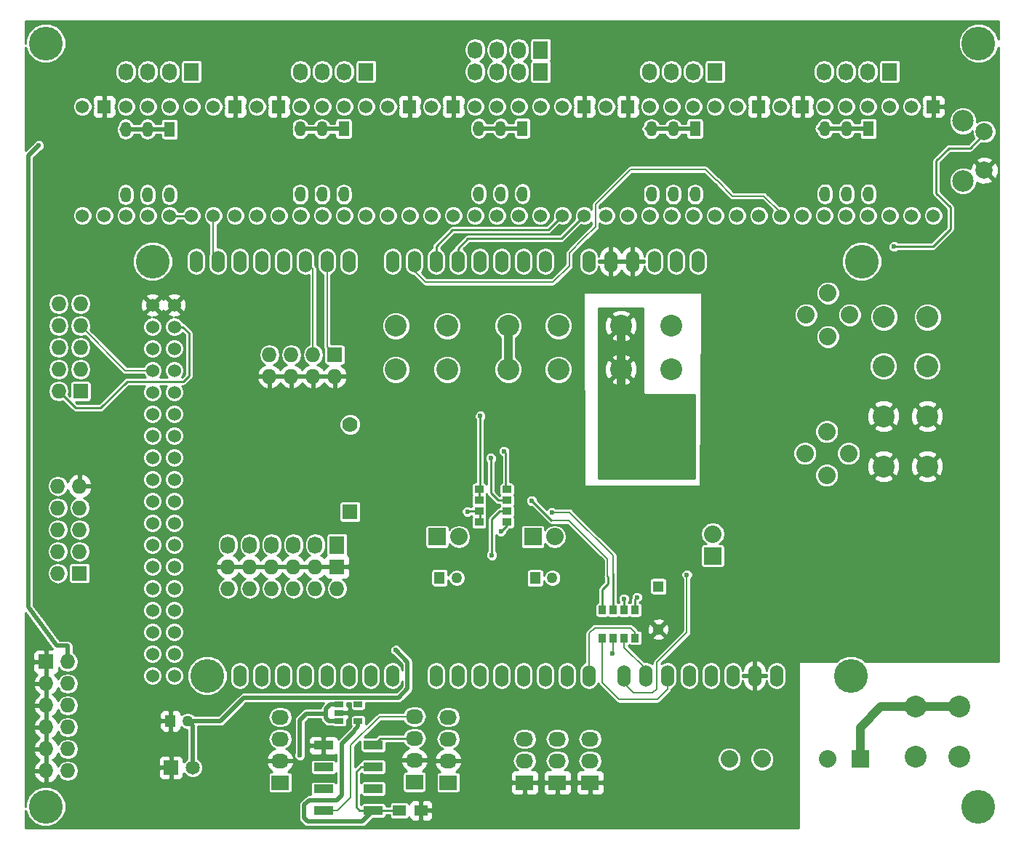
<source format=gbr>
G04 #@! TF.FileFunction,Copper,L2,Bot,Signal*
%FSLAX46Y46*%
G04 Gerber Fmt 4.6, Leading zero omitted, Abs format (unit mm)*
G04 Created by KiCad (PCBNEW 4.0.2-stable) date 5/17/2016 9:00:00 PM*
%MOMM*%
G01*
G04 APERTURE LIST*
%ADD10C,0.100000*%
%ADD11O,1.524000X2.540000*%
%ADD12C,3.937000*%
%ADD13C,1.524000*%
%ADD14C,2.540000*%
%ADD15R,1.016000X0.900000*%
%ADD16R,2.032000X2.032000*%
%ADD17C,2.032000*%
%ADD18R,1.524000X1.524000*%
%ADD19R,2.032000X1.727200*%
%ADD20O,2.032000X1.727200*%
%ADD21R,1.727200X2.032000*%
%ADD22O,1.727200X2.032000*%
%ADD23C,2.000000*%
%ADD24C,2.500000*%
%ADD25R,1.727200X1.727200*%
%ADD26O,1.727200X1.727200*%
%ADD27O,1.270000X1.778000*%
%ADD28R,1.270000X1.778000*%
%ADD29R,0.900000X1.016000*%
%ADD30R,1.300000X1.300000*%
%ADD31C,1.300000*%
%ADD32C,1.778000*%
%ADD33R,1.778000X1.778000*%
%ADD34O,2.032000X2.032000*%
%ADD35R,1.651000X1.651000*%
%ADD36C,1.651000*%
%ADD37R,1.270000X1.397000*%
%ADD38C,1.270000*%
%ADD39R,2.286000X1.016000*%
%ADD40R,1.500000X1.250000*%
%ADD41R,1.060000X0.650000*%
%ADD42C,0.600000*%
%ADD43C,0.250000*%
%ADD44C,0.508000*%
%ADD45C,0.203200*%
%ADD46C,1.016000*%
%ADD47C,0.254000*%
G04 APERTURE END LIST*
D10*
D11*
X148082000Y-124460000D03*
X145542000Y-124460000D03*
X143002000Y-124460000D03*
X140462000Y-124460000D03*
X137922000Y-124460000D03*
X135382000Y-124460000D03*
X132842000Y-124460000D03*
X130302000Y-124460000D03*
X125222000Y-76200000D03*
X127762000Y-76200000D03*
X130302000Y-76200000D03*
X132842000Y-76200000D03*
X143002000Y-76200000D03*
X148082000Y-76200000D03*
X150622000Y-76200000D03*
X140462000Y-76200000D03*
X137922000Y-76200000D03*
X135382000Y-76200000D03*
X153162000Y-76200000D03*
X155702000Y-76200000D03*
X158242000Y-76200000D03*
X165862000Y-76200000D03*
X163322000Y-76200000D03*
X160782000Y-76200000D03*
X170942000Y-76200000D03*
X173482000Y-76200000D03*
X176022000Y-76200000D03*
X181102000Y-76200000D03*
X183642000Y-76200000D03*
X153162000Y-124460000D03*
X155702000Y-124460000D03*
X158242000Y-124460000D03*
X160782000Y-124460000D03*
X163322000Y-124460000D03*
X165862000Y-124460000D03*
X168402000Y-124460000D03*
X170942000Y-124460000D03*
X175006000Y-124460000D03*
X177546000Y-124460000D03*
X180086000Y-124460000D03*
X182626000Y-124460000D03*
X185166000Y-124460000D03*
X187706000Y-124460000D03*
X190246000Y-124460000D03*
X192786000Y-124460000D03*
X178562000Y-76200000D03*
D12*
X120142000Y-76200000D03*
X126492000Y-124460000D03*
X201422000Y-124460000D03*
X202692000Y-76200000D03*
D13*
X122682000Y-121920000D03*
X120142000Y-121920000D03*
X122682000Y-119380000D03*
X120142000Y-119380000D03*
X122682000Y-116840000D03*
X120142000Y-116840000D03*
X122682000Y-114300000D03*
X120142000Y-114300000D03*
X122682000Y-124460000D03*
X120142000Y-124460000D03*
X120142000Y-111760000D03*
X122682000Y-111760000D03*
X122682000Y-109220000D03*
X120142000Y-109220000D03*
X122682000Y-106680000D03*
X120142000Y-106680000D03*
X122682000Y-104140000D03*
X120142000Y-104140000D03*
X122682000Y-101600000D03*
X120142000Y-101600000D03*
X122682000Y-99060000D03*
X120142000Y-99060000D03*
X122682000Y-96520000D03*
X120142000Y-96520000D03*
X122682000Y-93980000D03*
X120142000Y-93980000D03*
X122682000Y-91440000D03*
X120142000Y-91440000D03*
X122682000Y-88900000D03*
X120142000Y-88900000D03*
X122682000Y-86360000D03*
X120142000Y-86360000D03*
X122682000Y-83820000D03*
X120142000Y-83820000D03*
X122682000Y-81280000D03*
X120142000Y-81280000D03*
D14*
X174671091Y-83705444D03*
X174671091Y-88785444D03*
D15*
X158140400Y-106578400D03*
X158140400Y-102768400D03*
X158140400Y-105308400D03*
X158140400Y-104038400D03*
X161391600Y-105308400D03*
X161391600Y-106578400D03*
X161391600Y-102768400D03*
X161391600Y-104038400D03*
D16*
X202514200Y-134162800D03*
D17*
X198704200Y-134162800D03*
X191084200Y-134162800D03*
X187274200Y-134162800D03*
D18*
X170370500Y-58166000D03*
D13*
X167830500Y-58166000D03*
X165290500Y-58166000D03*
X162750500Y-58166000D03*
X160210500Y-58166000D03*
X157670500Y-58166000D03*
D18*
X155130500Y-58166000D03*
D13*
X152590500Y-58166000D03*
X152590500Y-70866000D03*
X155130500Y-70866000D03*
X157670500Y-70866000D03*
X160210500Y-70866000D03*
X162750500Y-70866000D03*
X165290500Y-70866000D03*
X167830500Y-70866000D03*
X170370500Y-70866000D03*
D18*
X211010500Y-58166000D03*
D13*
X208470500Y-58166000D03*
X205930500Y-58166000D03*
X203390500Y-58166000D03*
X200850500Y-58166000D03*
X198310500Y-58166000D03*
D18*
X195770500Y-58166000D03*
D13*
X193230500Y-58166000D03*
X193230500Y-70866000D03*
X195770500Y-70866000D03*
X198310500Y-70866000D03*
X200850500Y-70866000D03*
X203390500Y-70866000D03*
X205930500Y-70866000D03*
X208470500Y-70866000D03*
X211010500Y-70866000D03*
D14*
X205257400Y-82677000D03*
X210337400Y-82677000D03*
X205232000Y-88392000D03*
X210312000Y-88392000D03*
X205232000Y-94234000D03*
X210312000Y-94234000D03*
D18*
X129730500Y-58166000D03*
D13*
X127190500Y-58166000D03*
X124650500Y-58166000D03*
X122110500Y-58166000D03*
X119570500Y-58166000D03*
X117030500Y-58166000D03*
D18*
X114490500Y-58166000D03*
D13*
X111950500Y-58166000D03*
X111950500Y-70866000D03*
X114490500Y-70866000D03*
X117030500Y-70866000D03*
X119570500Y-70866000D03*
X122110500Y-70866000D03*
X124650500Y-70866000D03*
X127190500Y-70866000D03*
X129730500Y-70866000D03*
D14*
X180513090Y-83705444D03*
X180513090Y-88785444D03*
D18*
X150050500Y-58166000D03*
D13*
X147510500Y-58166000D03*
X144970500Y-58166000D03*
X142430500Y-58166000D03*
X139890500Y-58166000D03*
X137350500Y-58166000D03*
D18*
X134810500Y-58166000D03*
D13*
X132270500Y-58166000D03*
X132270500Y-70866000D03*
X134810500Y-70866000D03*
X137350500Y-70866000D03*
X139890500Y-70866000D03*
X142430500Y-70866000D03*
X144970500Y-70866000D03*
X147510500Y-70866000D03*
X150050500Y-70866000D03*
D18*
X190690500Y-58166000D03*
D13*
X188150500Y-58166000D03*
X185610500Y-58166000D03*
X183070500Y-58166000D03*
X180530500Y-58166000D03*
X177990500Y-58166000D03*
D18*
X175450500Y-58166000D03*
D13*
X172910500Y-58166000D03*
X172910500Y-70866000D03*
X175450500Y-70866000D03*
X177990500Y-70866000D03*
X180530500Y-70866000D03*
X183070500Y-70866000D03*
X185610500Y-70866000D03*
X188150500Y-70866000D03*
X190690500Y-70866000D03*
D14*
X205232000Y-100076000D03*
X210312000Y-100076000D03*
D19*
X135001000Y-136906000D03*
D20*
X135001000Y-134366000D03*
X135001000Y-131826000D03*
X135001000Y-129286000D03*
D21*
X205930500Y-54102000D03*
D22*
X203390500Y-54102000D03*
X200850500Y-54102000D03*
X198310500Y-54102000D03*
D21*
X185610500Y-54102000D03*
D22*
X183070500Y-54102000D03*
X180530500Y-54102000D03*
X177990500Y-54102000D03*
D21*
X165303200Y-51562000D03*
D22*
X162763200Y-51562000D03*
X160223200Y-51562000D03*
X157683200Y-51562000D03*
D21*
X165303200Y-54102000D03*
D22*
X162763200Y-54102000D03*
X160223200Y-54102000D03*
X157683200Y-54102000D03*
D21*
X144970500Y-54102000D03*
D22*
X142430500Y-54102000D03*
X139890500Y-54102000D03*
X137350500Y-54102000D03*
D21*
X124650500Y-54102000D03*
D22*
X122110500Y-54102000D03*
X119570500Y-54102000D03*
X117030500Y-54102000D03*
D14*
X167386000Y-88773000D03*
X167386000Y-83693000D03*
X161544000Y-88773000D03*
X161544000Y-83693000D03*
D23*
X216969600Y-65593600D03*
X216969600Y-61093600D03*
D24*
X214469600Y-66843600D03*
X214469600Y-59843600D03*
D14*
X154432000Y-83693000D03*
X154432000Y-88773000D03*
X148463000Y-88773000D03*
X148463000Y-83693000D03*
D25*
X141351000Y-87071200D03*
D26*
X141351000Y-89611200D03*
X138811000Y-87071200D03*
X138811000Y-89611200D03*
X136271000Y-87071200D03*
X136271000Y-89611200D03*
X133731000Y-87071200D03*
X133731000Y-89611200D03*
D25*
X141605000Y-111760000D03*
D26*
X141605000Y-114300000D03*
X139065000Y-111760000D03*
X139065000Y-114300000D03*
X136525000Y-111760000D03*
X136525000Y-114300000D03*
X133985000Y-111760000D03*
X133985000Y-114300000D03*
X131445000Y-111760000D03*
X131445000Y-114300000D03*
X128905000Y-111760000D03*
X128905000Y-114300000D03*
D21*
X141605000Y-109220000D03*
D22*
X139065000Y-109220000D03*
X136525000Y-109220000D03*
X133985000Y-109220000D03*
X131445000Y-109220000D03*
X128905000Y-109220000D03*
D19*
X163449000Y-136906000D03*
D20*
X163449000Y-134366000D03*
X163449000Y-131826000D03*
D19*
X167259000Y-136906000D03*
D20*
X167259000Y-134366000D03*
X167259000Y-131826000D03*
D19*
X171069000Y-136906000D03*
D20*
X171069000Y-134366000D03*
X171069000Y-131826000D03*
D19*
X154559000Y-136906000D03*
D20*
X154559000Y-134366000D03*
X154559000Y-131826000D03*
X154559000Y-129286000D03*
D19*
X150622000Y-136842500D03*
D20*
X150622000Y-134302500D03*
X150622000Y-131762500D03*
X150622000Y-129222500D03*
D14*
X208965800Y-128092200D03*
X214045800Y-128092200D03*
X208991200Y-133883400D03*
X214071200Y-133883400D03*
D17*
X201168000Y-98552000D03*
X196088000Y-98552000D03*
X198628000Y-96012000D03*
X198628000Y-101092000D03*
X201295000Y-82423000D03*
X196215000Y-82423000D03*
X198755000Y-79883000D03*
X198755000Y-84963000D03*
D27*
X203479400Y-68351400D03*
D28*
X203479400Y-60731400D03*
D27*
X200939400Y-68351400D03*
X200939400Y-60731400D03*
X198399400Y-68351400D03*
X198399400Y-60731400D03*
X183286400Y-68376800D03*
D28*
X183286400Y-60756800D03*
D27*
X180746400Y-68376800D03*
X180746400Y-60756800D03*
X178206400Y-68376800D03*
X178206400Y-60756800D03*
X163195000Y-68326000D03*
D28*
X163195000Y-60706000D03*
D27*
X160655000Y-68326000D03*
X160655000Y-60706000D03*
X158115000Y-68326000D03*
X158115000Y-60706000D03*
X142392400Y-68376800D03*
D28*
X142392400Y-60756800D03*
D27*
X139852400Y-68376800D03*
X139852400Y-60756800D03*
X137312400Y-68376800D03*
X137312400Y-60756800D03*
X122097800Y-68427600D03*
D28*
X122097800Y-60807600D03*
D27*
X119557800Y-68427600D03*
X119557800Y-60807600D03*
X117017800Y-68427600D03*
X117017800Y-60807600D03*
D12*
X107696000Y-50800000D03*
X216281000Y-50800000D03*
X107696000Y-139700000D03*
X216281000Y-139700000D03*
D29*
X176301400Y-120053100D03*
X172491400Y-120053100D03*
X175031400Y-120053100D03*
X173761400Y-120053100D03*
X175031400Y-116801900D03*
X176301400Y-116801900D03*
X172491400Y-116801900D03*
X173761400Y-116801900D03*
D30*
X179006500Y-114046000D03*
D31*
X179006500Y-119046000D03*
D32*
X143126460Y-95185980D03*
D33*
X143126460Y-105345980D03*
D16*
X185356500Y-110490000D03*
D34*
X185356500Y-107950000D03*
D25*
X107721400Y-122834400D03*
D26*
X110261400Y-122834400D03*
X107721400Y-125374400D03*
X110261400Y-125374400D03*
X107721400Y-127914400D03*
X110261400Y-127914400D03*
X107721400Y-130454400D03*
X110261400Y-130454400D03*
X107721400Y-132994400D03*
X110261400Y-132994400D03*
X107721400Y-135534400D03*
X110261400Y-135534400D03*
D35*
X122286600Y-135162800D03*
D36*
X124786600Y-135162800D03*
D37*
X122232600Y-129727200D03*
D38*
X124232600Y-129727200D03*
D25*
X111633000Y-112522000D03*
D26*
X109093000Y-112522000D03*
X111633000Y-109982000D03*
X109093000Y-109982000D03*
X111633000Y-107442000D03*
X109093000Y-107442000D03*
X111633000Y-104902000D03*
X109093000Y-104902000D03*
X111633000Y-102362000D03*
X109093000Y-102362000D03*
D25*
X111760000Y-91313000D03*
D26*
X109220000Y-91313000D03*
X111760000Y-88773000D03*
X109220000Y-88773000D03*
X111760000Y-86233000D03*
X109220000Y-86233000D03*
X111760000Y-83693000D03*
X109220000Y-83693000D03*
X111760000Y-81153000D03*
X109220000Y-81153000D03*
D37*
X164676000Y-113090200D03*
D38*
X166676000Y-113090200D03*
D16*
X164414200Y-108280200D03*
D34*
X166954200Y-108280200D03*
D37*
X153550800Y-113064800D03*
D38*
X155550800Y-113064800D03*
D16*
X153263600Y-108280200D03*
D34*
X155803600Y-108280200D03*
D39*
X145846800Y-132537200D03*
X140030200Y-132562600D03*
X145846800Y-135077200D03*
X140030200Y-135102600D03*
X145846800Y-137617200D03*
X140030200Y-137642600D03*
X145846800Y-140157200D03*
X140030200Y-140182600D03*
D40*
X148889400Y-140157200D03*
X151389400Y-140157200D03*
D41*
X141876600Y-129728000D03*
X141876600Y-128778000D03*
X141876600Y-127828000D03*
X144076600Y-127828000D03*
X144076600Y-129728000D03*
D42*
X135788400Y-80365600D03*
X180581300Y-131610100D03*
X147015200Y-100380800D03*
X193954400Y-95300800D03*
X130937000Y-104724200D03*
X206578200Y-111696500D03*
X195834000Y-75946000D03*
X180213000Y-108648500D03*
X139509500Y-130238500D03*
X149860000Y-119697500D03*
X161671000Y-119761000D03*
X182346600Y-104902000D03*
X189547500Y-110172500D03*
X212280500Y-111633000D03*
X203073000Y-116522500D03*
X138353800Y-102870000D03*
X137109200Y-104546400D03*
X135813800Y-102870000D03*
X147929600Y-67259200D03*
X127762000Y-67310000D03*
X188849000Y-67564000D03*
X168465500Y-67754500D03*
X156210000Y-99314000D03*
X169227500Y-99314000D03*
X107569000Y-67310000D03*
X206451200Y-74472800D03*
X148463000Y-121488200D03*
X156781500Y-105346500D03*
X137287000Y-133705600D03*
X159639000Y-110426500D03*
X161036000Y-98298000D03*
X182346600Y-112699800D03*
X159512000Y-99123500D03*
X160680400Y-107670600D03*
X164274500Y-104076500D03*
X175006000Y-115506500D03*
X166624000Y-105410000D03*
X176530000Y-115316000D03*
X106883200Y-62712600D03*
X158292800Y-94208600D03*
X180467000Y-93980000D03*
X180594000Y-99390200D03*
X174675800Y-99390200D03*
X174777400Y-93903800D03*
X173685200Y-121843800D03*
D43*
X180581300Y-131610100D02*
X180568600Y-131622800D01*
D44*
X194005200Y-95351600D02*
X194030600Y-95351600D01*
X193954400Y-95300800D02*
X194005200Y-95351600D01*
X206578200Y-111696500D02*
X206578200Y-111683800D01*
X212153500Y-111569500D02*
X212217000Y-111569500D01*
X212217000Y-111569500D02*
X212280500Y-111633000D01*
D45*
X131445000Y-111760000D02*
X133985000Y-111760000D01*
X133985000Y-111760000D02*
X136525000Y-111760000D01*
X136525000Y-111760000D02*
X139065000Y-111760000D01*
X139065000Y-111760000D02*
X141605000Y-111760000D01*
X128905000Y-111760000D02*
X131445000Y-111760000D01*
D43*
X216969600Y-61093600D02*
X216969600Y-61363600D01*
X216969600Y-61363600D02*
X215341200Y-62992000D01*
X215341200Y-62992000D02*
X212852000Y-62992000D01*
X212852000Y-62992000D02*
X211378800Y-64465200D01*
X211378800Y-64465200D02*
X211378800Y-68275200D01*
X211378800Y-68275200D02*
X213004400Y-69900800D01*
X213004400Y-69900800D02*
X213004400Y-72440800D01*
X213004400Y-72440800D02*
X210972400Y-74472800D01*
X210972400Y-74472800D02*
X206451200Y-74472800D01*
D45*
X185775600Y-66751200D02*
X184505600Y-65481200D01*
X175768000Y-65481200D02*
X174498000Y-66751200D01*
X184505600Y-65481200D02*
X175768000Y-65481200D01*
X185775600Y-66751200D02*
X185826400Y-66751200D01*
X187655200Y-68580000D02*
X191312800Y-68580000D01*
X185826400Y-66751200D02*
X187655200Y-68580000D01*
X193230500Y-70866000D02*
X193230500Y-70497700D01*
X193230500Y-70497700D02*
X191312800Y-68580000D01*
X171704000Y-72136000D02*
X170307000Y-73533000D01*
X168656000Y-75184000D02*
X170307000Y-73533000D01*
X168656000Y-76708000D02*
X168656000Y-75184000D01*
X166751000Y-78613000D02*
X168656000Y-76708000D01*
X151892000Y-78613000D02*
X166751000Y-78613000D01*
X150622000Y-77343000D02*
X151892000Y-78613000D01*
X174498000Y-66751200D02*
X171704000Y-69545200D01*
X171704000Y-69545200D02*
X171704000Y-72136000D01*
X150622000Y-76200000D02*
X150622000Y-77343000D01*
X140462000Y-76200000D02*
X140462000Y-86182200D01*
X140462000Y-86182200D02*
X141351000Y-87071200D01*
D44*
X124232600Y-129727200D02*
X128057400Y-129727200D01*
X149834600Y-122859800D02*
X148463000Y-121488200D01*
X149834600Y-125958600D02*
X149834600Y-122859800D01*
X148767800Y-127025400D02*
X149834600Y-125958600D01*
X130759200Y-127025400D02*
X148767800Y-127025400D01*
X128057400Y-129727200D02*
X130759200Y-127025400D01*
X124786600Y-135162800D02*
X124786600Y-130281200D01*
X124786600Y-130281200D02*
X124232600Y-129727200D01*
D43*
X158140400Y-105308400D02*
X156819600Y-105308400D01*
X156819600Y-105308400D02*
X156781500Y-105346500D01*
X158266000Y-105308000D02*
X158266000Y-106648000D01*
X136144000Y-86360000D02*
X136271000Y-86487000D01*
D45*
X138811000Y-87071200D02*
X138811000Y-77089000D01*
X138811000Y-77089000D02*
X137922000Y-76200000D01*
D43*
X138684000Y-86360000D02*
X138811000Y-86487000D01*
D44*
X140335000Y-128879600D02*
X138049000Y-128879600D01*
X137287000Y-129641600D02*
X137287000Y-133705600D01*
X138049000Y-128879600D02*
X137287000Y-129641600D01*
X141876600Y-129728000D02*
X140624600Y-129728000D01*
X140802400Y-127828000D02*
X141876600Y-127828000D01*
X140335000Y-128295400D02*
X140802400Y-127828000D01*
X140335000Y-129438400D02*
X140335000Y-128879600D01*
X140335000Y-128879600D02*
X140335000Y-128295400D01*
X140624600Y-129728000D02*
X140335000Y-129438400D01*
X139446000Y-60756800D02*
X141986000Y-60756800D01*
X139446000Y-60756800D02*
X136906000Y-60756800D01*
X163195000Y-60706000D02*
X160655000Y-60706000D01*
X160655000Y-60706000D02*
X158115000Y-60706000D01*
X182727600Y-60756800D02*
X180187600Y-60756800D01*
X180187600Y-60756800D02*
X177647600Y-60756800D01*
X202844400Y-60706000D02*
X200304400Y-60706000D01*
X200304400Y-60706000D02*
X197764400Y-60706000D01*
X116535200Y-60807600D02*
X119075200Y-60807600D01*
X119075200Y-60807600D02*
X121615200Y-60807600D01*
D45*
X127190500Y-70866000D02*
X127190500Y-75628500D01*
X127190500Y-75628500D02*
X127762000Y-76200000D01*
D43*
X153162000Y-76200000D02*
X153162000Y-74422000D01*
X166179500Y-72517000D02*
X167830500Y-70866000D01*
X155067000Y-72517000D02*
X166179500Y-72517000D01*
X153162000Y-74422000D02*
X155067000Y-72517000D01*
D45*
X153162000Y-76200000D02*
X153162000Y-75692000D01*
D43*
X155702000Y-76200000D02*
X155702000Y-74676000D01*
X167703500Y-73533000D02*
X170370500Y-70866000D01*
X156845000Y-73533000D02*
X167703500Y-73533000D01*
X155702000Y-74676000D02*
X156845000Y-73533000D01*
X122110500Y-70866000D02*
X124650500Y-70866000D01*
X159639000Y-110426500D02*
X159639000Y-106426000D01*
X159639000Y-106426000D02*
X159639000Y-106235500D01*
X159639000Y-106235500D02*
X160566100Y-105308400D01*
X160566100Y-105308400D02*
X161391600Y-105308400D01*
X161266000Y-98528000D02*
X161266000Y-102648000D01*
X161036000Y-98298000D02*
X161266000Y-98528000D01*
X122682000Y-83820000D02*
X123647200Y-83820000D01*
X123647200Y-83820000D02*
X124358400Y-84531200D01*
X124358400Y-84531200D02*
X124358400Y-89560400D01*
X124358400Y-89560400D02*
X123723400Y-90195400D01*
X123723400Y-90195400D02*
X117170200Y-90195400D01*
X111175800Y-93268800D02*
X109220000Y-91313000D01*
X114096800Y-93268800D02*
X111175800Y-93268800D01*
X117170200Y-90195400D02*
X114096800Y-93268800D01*
D45*
X175006000Y-124460000D02*
X175006000Y-125374400D01*
X175006000Y-125374400D02*
X176098200Y-126466600D01*
X182346600Y-119380000D02*
X182346600Y-112699800D01*
X178816000Y-122910600D02*
X182346600Y-119380000D01*
X178816000Y-125984000D02*
X178816000Y-122910600D01*
X178333400Y-126466600D02*
X178816000Y-125984000D01*
X176098200Y-126466600D02*
X178333400Y-126466600D01*
D43*
X174625000Y-124460000D02*
X175006000Y-124460000D01*
D45*
X175031400Y-120053100D02*
X175031400Y-121158000D01*
X175031400Y-121158000D02*
X177546000Y-123672600D01*
X177546000Y-123672600D02*
X177546000Y-124460000D01*
D43*
X177546000Y-124460000D02*
X177546000Y-123507500D01*
D45*
X177546000Y-124460000D02*
X177546000Y-125412500D01*
X180086000Y-124460000D02*
X180086000Y-126009400D01*
X180086000Y-126009400D02*
X178892200Y-127203200D01*
X172491400Y-125222000D02*
X172491400Y-120053100D01*
X174472600Y-127203200D02*
X172491400Y-125222000D01*
X178892200Y-127203200D02*
X174472600Y-127203200D01*
D43*
X161391600Y-104038400D02*
X160362900Y-104038400D01*
X159512000Y-103187500D02*
X159512000Y-99123500D01*
X160362900Y-104038400D02*
X159512000Y-103187500D01*
X161062400Y-103784400D02*
X161266000Y-103988000D01*
X161391600Y-106578400D02*
X161391600Y-106959400D01*
X161391600Y-106959400D02*
X160680400Y-107670600D01*
D46*
X161544000Y-83693000D02*
X161544000Y-88773000D01*
D45*
X173101000Y-112903000D02*
X173101000Y-110845600D01*
X168630600Y-106375200D02*
X166573200Y-106375200D01*
X173101000Y-110845600D02*
X168630600Y-106375200D01*
D43*
X172491400Y-116801900D02*
X172491400Y-114401600D01*
X173164500Y-112966500D02*
X173101000Y-112903000D01*
X166573200Y-106375200D02*
X164274500Y-104076500D01*
X173164500Y-113728500D02*
X173164500Y-112966500D01*
X172491400Y-114401600D02*
X173164500Y-113728500D01*
X175031400Y-116801900D02*
X175031400Y-115531900D01*
X175031400Y-115531900D02*
X175006000Y-115506500D01*
D45*
X173761400Y-112547400D02*
X173761400Y-110464600D01*
X168706800Y-105410000D02*
X166624000Y-105410000D01*
X173761400Y-110464600D02*
X168706800Y-105410000D01*
D43*
X173761400Y-116801900D02*
X173761400Y-112547400D01*
X176301400Y-115544600D02*
X176301400Y-116801900D01*
X176530000Y-115316000D02*
X176301400Y-115544600D01*
D44*
X110261400Y-122834400D02*
X110261400Y-120980200D01*
X110261400Y-120980200D02*
X108966000Y-120980200D01*
X108966000Y-120980200D02*
X105664000Y-116459000D01*
X105664000Y-116459000D02*
X105664000Y-63881000D01*
X105664000Y-63881000D02*
X106883200Y-62712600D01*
D43*
X158140400Y-102768400D02*
X158292800Y-102616000D01*
X158292800Y-102616000D02*
X158292800Y-94208600D01*
X158140400Y-104038400D02*
X158140400Y-102768400D01*
X158140400Y-102768400D02*
X158115000Y-102768400D01*
D45*
X116967000Y-88900000D02*
X111760000Y-83693000D01*
X120142000Y-88900000D02*
X116967000Y-88900000D01*
D43*
X150622000Y-131762500D02*
X146621500Y-131762500D01*
X146621500Y-131762500D02*
X145846800Y-132537200D01*
D46*
X214045800Y-128092200D02*
X208965800Y-128092200D01*
X208965800Y-128092200D02*
X204901800Y-128092200D01*
X204901800Y-128092200D02*
X202514200Y-130479800D01*
X202514200Y-130479800D02*
X202514200Y-134162800D01*
X202514200Y-134162800D02*
X202514200Y-130479800D01*
X204901800Y-128092200D02*
X214045800Y-128092200D01*
X202514200Y-130479800D02*
X204901800Y-128092200D01*
D43*
X178562000Y-76200000D02*
X179171600Y-75590400D01*
D44*
X180467000Y-93980000D02*
X180467000Y-93985080D01*
D46*
X174671091Y-88785444D02*
X174721891Y-93848291D01*
X174721891Y-93848291D02*
X174777400Y-93903800D01*
X174671091Y-83705444D02*
X174671091Y-88785444D01*
D45*
X170942000Y-124460000D02*
X170942000Y-119532400D01*
X176301400Y-119380000D02*
X176301400Y-120053100D01*
X175793400Y-118872000D02*
X176301400Y-119380000D01*
X171602400Y-118872000D02*
X175793400Y-118872000D01*
X170942000Y-119532400D02*
X171602400Y-118872000D01*
X173761400Y-120053100D02*
X173761400Y-121767600D01*
X173761400Y-121767600D02*
X173685200Y-121843800D01*
X182626000Y-124460000D02*
X182626000Y-124142500D01*
X150622000Y-129222500D02*
X146545300Y-129222500D01*
X141655800Y-140182600D02*
X140030200Y-140182600D01*
X143230600Y-138607800D02*
X141655800Y-140182600D01*
X143230600Y-132537200D02*
X143230600Y-138607800D01*
X146545300Y-129222500D02*
X143230600Y-132537200D01*
D44*
X144076600Y-129728000D02*
X144076600Y-130370400D01*
X144576800Y-141427200D02*
X145846800Y-140157200D01*
X138176000Y-141427200D02*
X144576800Y-141427200D01*
X137795000Y-141046200D02*
X138176000Y-141427200D01*
X137795000Y-139522200D02*
X137795000Y-141046200D01*
X138353800Y-138963400D02*
X137795000Y-139522200D01*
X141579600Y-138963400D02*
X138353800Y-138963400D01*
X142163800Y-138379200D02*
X141579600Y-138963400D01*
X142163800Y-132359400D02*
X142163800Y-138379200D01*
X143611600Y-130911600D02*
X142163800Y-132359400D01*
X143611600Y-130835400D02*
X143611600Y-130911600D01*
X144076600Y-130370400D02*
X143611600Y-130835400D01*
D43*
X148889400Y-140157200D02*
X145846800Y-140157200D01*
X145846800Y-135077200D02*
X144399000Y-135077200D01*
X144246600Y-140157200D02*
X145846800Y-140157200D01*
X143840200Y-139750800D02*
X144246600Y-140157200D01*
X143840200Y-135636000D02*
X143840200Y-139750800D01*
X144399000Y-135077200D02*
X143840200Y-135636000D01*
D47*
G36*
X177228500Y-91567000D02*
X177238506Y-91616410D01*
X177266947Y-91658035D01*
X177309341Y-91685315D01*
X177355500Y-91694000D01*
X183197500Y-91694000D01*
X183197500Y-101473000D01*
X172085000Y-101473000D01*
X172085000Y-90133221D01*
X173502919Y-90133221D01*
X173634611Y-90428101D01*
X174342127Y-90699705D01*
X175099723Y-90679880D01*
X175707571Y-90428101D01*
X175839263Y-90133221D01*
X174671091Y-88965049D01*
X173502919Y-90133221D01*
X172085000Y-90133221D01*
X172085000Y-88456480D01*
X172756830Y-88456480D01*
X172776655Y-89214076D01*
X173028434Y-89821924D01*
X173323314Y-89953616D01*
X174491486Y-88785444D01*
X174850696Y-88785444D01*
X176018868Y-89953616D01*
X176313748Y-89821924D01*
X176585352Y-89114408D01*
X176565527Y-88356812D01*
X176313748Y-87748964D01*
X176018868Y-87617272D01*
X174850696Y-88785444D01*
X174491486Y-88785444D01*
X173323314Y-87617272D01*
X173028434Y-87748964D01*
X172756830Y-88456480D01*
X172085000Y-88456480D01*
X172085000Y-87437667D01*
X173502919Y-87437667D01*
X174671091Y-88605839D01*
X175839263Y-87437667D01*
X175707571Y-87142787D01*
X175000055Y-86871183D01*
X174242459Y-86891008D01*
X173634611Y-87142787D01*
X173502919Y-87437667D01*
X172085000Y-87437667D01*
X172085000Y-85053221D01*
X173502919Y-85053221D01*
X173634611Y-85348101D01*
X174342127Y-85619705D01*
X175099723Y-85599880D01*
X175707571Y-85348101D01*
X175839263Y-85053221D01*
X174671091Y-83885049D01*
X173502919Y-85053221D01*
X172085000Y-85053221D01*
X172085000Y-83376480D01*
X172756830Y-83376480D01*
X172776655Y-84134076D01*
X173028434Y-84741924D01*
X173323314Y-84873616D01*
X174491486Y-83705444D01*
X174850696Y-83705444D01*
X176018868Y-84873616D01*
X176313748Y-84741924D01*
X176585352Y-84034408D01*
X176565527Y-83276812D01*
X176313748Y-82668964D01*
X176018868Y-82537272D01*
X174850696Y-83705444D01*
X174491486Y-83705444D01*
X173323314Y-82537272D01*
X173028434Y-82668964D01*
X172756830Y-83376480D01*
X172085000Y-83376480D01*
X172085000Y-82357667D01*
X173502919Y-82357667D01*
X174671091Y-83525839D01*
X175839263Y-82357667D01*
X175707571Y-82062787D01*
X175000055Y-81791183D01*
X174242459Y-81811008D01*
X173634611Y-82062787D01*
X173502919Y-82357667D01*
X172085000Y-82357667D01*
X172085000Y-81661000D01*
X177228500Y-81661000D01*
X177228500Y-91567000D01*
X177228500Y-91567000D01*
G37*
X177228500Y-91567000D02*
X177238506Y-91616410D01*
X177266947Y-91658035D01*
X177309341Y-91685315D01*
X177355500Y-91694000D01*
X183197500Y-91694000D01*
X183197500Y-101473000D01*
X172085000Y-101473000D01*
X172085000Y-90133221D01*
X173502919Y-90133221D01*
X173634611Y-90428101D01*
X174342127Y-90699705D01*
X175099723Y-90679880D01*
X175707571Y-90428101D01*
X175839263Y-90133221D01*
X174671091Y-88965049D01*
X173502919Y-90133221D01*
X172085000Y-90133221D01*
X172085000Y-88456480D01*
X172756830Y-88456480D01*
X172776655Y-89214076D01*
X173028434Y-89821924D01*
X173323314Y-89953616D01*
X174491486Y-88785444D01*
X174850696Y-88785444D01*
X176018868Y-89953616D01*
X176313748Y-89821924D01*
X176585352Y-89114408D01*
X176565527Y-88356812D01*
X176313748Y-87748964D01*
X176018868Y-87617272D01*
X174850696Y-88785444D01*
X174491486Y-88785444D01*
X173323314Y-87617272D01*
X173028434Y-87748964D01*
X172756830Y-88456480D01*
X172085000Y-88456480D01*
X172085000Y-87437667D01*
X173502919Y-87437667D01*
X174671091Y-88605839D01*
X175839263Y-87437667D01*
X175707571Y-87142787D01*
X175000055Y-86871183D01*
X174242459Y-86891008D01*
X173634611Y-87142787D01*
X173502919Y-87437667D01*
X172085000Y-87437667D01*
X172085000Y-85053221D01*
X173502919Y-85053221D01*
X173634611Y-85348101D01*
X174342127Y-85619705D01*
X175099723Y-85599880D01*
X175707571Y-85348101D01*
X175839263Y-85053221D01*
X174671091Y-83885049D01*
X173502919Y-85053221D01*
X172085000Y-85053221D01*
X172085000Y-83376480D01*
X172756830Y-83376480D01*
X172776655Y-84134076D01*
X173028434Y-84741924D01*
X173323314Y-84873616D01*
X174491486Y-83705444D01*
X174850696Y-83705444D01*
X176018868Y-84873616D01*
X176313748Y-84741924D01*
X176585352Y-84034408D01*
X176565527Y-83276812D01*
X176313748Y-82668964D01*
X176018868Y-82537272D01*
X174850696Y-83705444D01*
X174491486Y-83705444D01*
X173323314Y-82537272D01*
X173028434Y-82668964D01*
X172756830Y-83376480D01*
X172085000Y-83376480D01*
X172085000Y-82357667D01*
X173502919Y-82357667D01*
X174671091Y-83525839D01*
X175839263Y-82357667D01*
X175707571Y-82062787D01*
X175000055Y-81791183D01*
X174242459Y-81811008D01*
X173634611Y-82062787D01*
X173502919Y-82357667D01*
X172085000Y-82357667D01*
X172085000Y-81661000D01*
X177228500Y-81661000D01*
X177228500Y-91567000D01*
G36*
X218619000Y-50305889D02*
X218273970Y-49470854D01*
X217613622Y-48809353D01*
X216750395Y-48450909D01*
X215815706Y-48450093D01*
X214951854Y-48807030D01*
X214290353Y-49467378D01*
X213931909Y-50330605D01*
X213931093Y-51265294D01*
X214288030Y-52129146D01*
X214948378Y-52790647D01*
X215811605Y-53149091D01*
X216746294Y-53149907D01*
X217610146Y-52792970D01*
X218271647Y-52132622D01*
X218619000Y-51296105D01*
X218619000Y-122809000D01*
X203093677Y-122809000D01*
X202754622Y-122469353D01*
X201891395Y-122110909D01*
X200956706Y-122110093D01*
X200092854Y-122467030D01*
X199750287Y-122809000D01*
X195453000Y-122809000D01*
X195403590Y-122819006D01*
X195361965Y-122847447D01*
X195334685Y-122889841D01*
X195326000Y-122936000D01*
X195326000Y-142165000D01*
X105346500Y-142165000D01*
X105346500Y-140166279D01*
X105703030Y-141029146D01*
X106363378Y-141690647D01*
X107226605Y-142049091D01*
X108161294Y-142049907D01*
X109025146Y-141692970D01*
X109686647Y-141032622D01*
X110045091Y-140169395D01*
X110045656Y-139522200D01*
X137160000Y-139522200D01*
X137160000Y-141046200D01*
X137208336Y-141289204D01*
X137345987Y-141495213D01*
X137726987Y-141876213D01*
X137932995Y-142013864D01*
X138176000Y-142062200D01*
X144576800Y-142062200D01*
X144819804Y-142013864D01*
X145025813Y-141876213D01*
X145848362Y-141053664D01*
X146989800Y-141053664D01*
X147130990Y-141027097D01*
X147260665Y-140943654D01*
X147347659Y-140816334D01*
X147378264Y-140665200D01*
X147378264Y-140663200D01*
X147750936Y-140663200D01*
X147750936Y-140782200D01*
X147777503Y-140923390D01*
X147860946Y-141053065D01*
X147988266Y-141140059D01*
X148139400Y-141170664D01*
X149639400Y-141170664D01*
X149780590Y-141144097D01*
X149910265Y-141060654D01*
X149997259Y-140933334D01*
X150004400Y-140898070D01*
X150004400Y-140908510D01*
X150101073Y-141141899D01*
X150279702Y-141320527D01*
X150513091Y-141417200D01*
X151103650Y-141417200D01*
X151262400Y-141258450D01*
X151262400Y-140284200D01*
X151516400Y-140284200D01*
X151516400Y-141258450D01*
X151675150Y-141417200D01*
X152265709Y-141417200D01*
X152499098Y-141320527D01*
X152677727Y-141141899D01*
X152774400Y-140908510D01*
X152774400Y-140442950D01*
X152615650Y-140284200D01*
X151516400Y-140284200D01*
X151262400Y-140284200D01*
X151242400Y-140284200D01*
X151242400Y-140030200D01*
X151262400Y-140030200D01*
X151262400Y-139055950D01*
X151516400Y-139055950D01*
X151516400Y-140030200D01*
X152615650Y-140030200D01*
X152774400Y-139871450D01*
X152774400Y-139405890D01*
X152677727Y-139172501D01*
X152499098Y-138993873D01*
X152265709Y-138897200D01*
X151675150Y-138897200D01*
X151516400Y-139055950D01*
X151262400Y-139055950D01*
X151103650Y-138897200D01*
X150513091Y-138897200D01*
X150279702Y-138993873D01*
X150101073Y-139172501D01*
X150004400Y-139405890D01*
X150004400Y-139407501D01*
X150001297Y-139391010D01*
X149917854Y-139261335D01*
X149790534Y-139174341D01*
X149639400Y-139143736D01*
X148139400Y-139143736D01*
X147998210Y-139170303D01*
X147868535Y-139253746D01*
X147781541Y-139381066D01*
X147750936Y-139532200D01*
X147750936Y-139651200D01*
X147378264Y-139651200D01*
X147378264Y-139649200D01*
X147351697Y-139508010D01*
X147268254Y-139378335D01*
X147140934Y-139291341D01*
X146989800Y-139260736D01*
X144703800Y-139260736D01*
X144562610Y-139287303D01*
X144432935Y-139370746D01*
X144346200Y-139497687D01*
X144346200Y-138273068D01*
X144425346Y-138396065D01*
X144552666Y-138483059D01*
X144703800Y-138513664D01*
X146989800Y-138513664D01*
X147130990Y-138487097D01*
X147260665Y-138403654D01*
X147347659Y-138276334D01*
X147378264Y-138125200D01*
X147378264Y-137109200D01*
X147351697Y-136968010D01*
X147268254Y-136838335D01*
X147140934Y-136751341D01*
X146989800Y-136720736D01*
X144703800Y-136720736D01*
X144562610Y-136747303D01*
X144432935Y-136830746D01*
X144346200Y-136957687D01*
X144346200Y-135845592D01*
X144390257Y-135801535D01*
X144425346Y-135856065D01*
X144552666Y-135943059D01*
X144703800Y-135973664D01*
X146989800Y-135973664D01*
X147130990Y-135947097D01*
X147260665Y-135863654D01*
X147347659Y-135736334D01*
X147378264Y-135585200D01*
X147378264Y-134661526D01*
X149014642Y-134661526D01*
X149017291Y-134677291D01*
X149271268Y-135204536D01*
X149703183Y-135590436D01*
X149606000Y-135590436D01*
X149464810Y-135617003D01*
X149335135Y-135700446D01*
X149248141Y-135827766D01*
X149217536Y-135978900D01*
X149217536Y-137706100D01*
X149244103Y-137847290D01*
X149327546Y-137976965D01*
X149454866Y-138063959D01*
X149606000Y-138094564D01*
X151638000Y-138094564D01*
X151779190Y-138067997D01*
X151908865Y-137984554D01*
X151995859Y-137857234D01*
X152026464Y-137706100D01*
X152026464Y-135978900D01*
X151999897Y-135837710D01*
X151916454Y-135708035D01*
X151789134Y-135621041D01*
X151638000Y-135590436D01*
X151540817Y-135590436D01*
X151972732Y-135204536D01*
X152203714Y-134725026D01*
X152951642Y-134725026D01*
X152954291Y-134740791D01*
X153208268Y-135268036D01*
X153640183Y-135653936D01*
X153543000Y-135653936D01*
X153401810Y-135680503D01*
X153272135Y-135763946D01*
X153185141Y-135891266D01*
X153154536Y-136042400D01*
X153154536Y-137769600D01*
X153181103Y-137910790D01*
X153264546Y-138040465D01*
X153391866Y-138127459D01*
X153543000Y-138158064D01*
X155575000Y-138158064D01*
X155716190Y-138131497D01*
X155845865Y-138048054D01*
X155932859Y-137920734D01*
X155963464Y-137769600D01*
X155963464Y-137191750D01*
X161798000Y-137191750D01*
X161798000Y-137895910D01*
X161894673Y-138129299D01*
X162073302Y-138307927D01*
X162306691Y-138404600D01*
X163163250Y-138404600D01*
X163322000Y-138245850D01*
X163322000Y-137033000D01*
X163576000Y-137033000D01*
X163576000Y-138245850D01*
X163734750Y-138404600D01*
X164591309Y-138404600D01*
X164824698Y-138307927D01*
X165003327Y-138129299D01*
X165100000Y-137895910D01*
X165100000Y-137191750D01*
X165608000Y-137191750D01*
X165608000Y-137895910D01*
X165704673Y-138129299D01*
X165883302Y-138307927D01*
X166116691Y-138404600D01*
X166973250Y-138404600D01*
X167132000Y-138245850D01*
X167132000Y-137033000D01*
X167386000Y-137033000D01*
X167386000Y-138245850D01*
X167544750Y-138404600D01*
X168401309Y-138404600D01*
X168634698Y-138307927D01*
X168813327Y-138129299D01*
X168910000Y-137895910D01*
X168910000Y-137191750D01*
X169418000Y-137191750D01*
X169418000Y-137895910D01*
X169514673Y-138129299D01*
X169693302Y-138307927D01*
X169926691Y-138404600D01*
X170783250Y-138404600D01*
X170942000Y-138245850D01*
X170942000Y-137033000D01*
X171196000Y-137033000D01*
X171196000Y-138245850D01*
X171354750Y-138404600D01*
X172211309Y-138404600D01*
X172444698Y-138307927D01*
X172623327Y-138129299D01*
X172720000Y-137895910D01*
X172720000Y-137191750D01*
X172561250Y-137033000D01*
X171196000Y-137033000D01*
X170942000Y-137033000D01*
X169576750Y-137033000D01*
X169418000Y-137191750D01*
X168910000Y-137191750D01*
X168751250Y-137033000D01*
X167386000Y-137033000D01*
X167132000Y-137033000D01*
X165766750Y-137033000D01*
X165608000Y-137191750D01*
X165100000Y-137191750D01*
X164941250Y-137033000D01*
X163576000Y-137033000D01*
X163322000Y-137033000D01*
X161956750Y-137033000D01*
X161798000Y-137191750D01*
X155963464Y-137191750D01*
X155963464Y-136042400D01*
X155939697Y-135916090D01*
X161798000Y-135916090D01*
X161798000Y-136620250D01*
X161956750Y-136779000D01*
X163322000Y-136779000D01*
X163322000Y-136759000D01*
X163576000Y-136759000D01*
X163576000Y-136779000D01*
X164941250Y-136779000D01*
X165100000Y-136620250D01*
X165100000Y-135916090D01*
X165608000Y-135916090D01*
X165608000Y-136620250D01*
X165766750Y-136779000D01*
X167132000Y-136779000D01*
X167132000Y-136759000D01*
X167386000Y-136759000D01*
X167386000Y-136779000D01*
X168751250Y-136779000D01*
X168910000Y-136620250D01*
X168910000Y-135916090D01*
X169418000Y-135916090D01*
X169418000Y-136620250D01*
X169576750Y-136779000D01*
X170942000Y-136779000D01*
X170942000Y-136759000D01*
X171196000Y-136759000D01*
X171196000Y-136779000D01*
X172561250Y-136779000D01*
X172720000Y-136620250D01*
X172720000Y-135916090D01*
X172623327Y-135682701D01*
X172444698Y-135504073D01*
X172211309Y-135407400D01*
X171887379Y-135407400D01*
X172128834Y-135246065D01*
X172398629Y-134842288D01*
X172478756Y-134439461D01*
X185876958Y-134439461D01*
X186089190Y-134953103D01*
X186481830Y-135346429D01*
X186995100Y-135559557D01*
X187550861Y-135560042D01*
X188064503Y-135347810D01*
X188457829Y-134955170D01*
X188670957Y-134441900D01*
X188670959Y-134439461D01*
X189686958Y-134439461D01*
X189899190Y-134953103D01*
X190291830Y-135346429D01*
X190805100Y-135559557D01*
X191360861Y-135560042D01*
X191874503Y-135347810D01*
X192267829Y-134955170D01*
X192480957Y-134441900D01*
X192481442Y-133886139D01*
X192269210Y-133372497D01*
X191876570Y-132979171D01*
X191363300Y-132766043D01*
X190807539Y-132765558D01*
X190293897Y-132977790D01*
X189900571Y-133370430D01*
X189687443Y-133883700D01*
X189686958Y-134439461D01*
X188670959Y-134439461D01*
X188671442Y-133886139D01*
X188459210Y-133372497D01*
X188066570Y-132979171D01*
X187553300Y-132766043D01*
X186997539Y-132765558D01*
X186483897Y-132977790D01*
X186090571Y-133370430D01*
X185877443Y-133883700D01*
X185876958Y-134439461D01*
X172478756Y-134439461D01*
X172493369Y-134366000D01*
X172398629Y-133889712D01*
X172128834Y-133485935D01*
X171725057Y-133216140D01*
X171248769Y-133121400D01*
X170889231Y-133121400D01*
X170412943Y-133216140D01*
X170009166Y-133485935D01*
X169739371Y-133889712D01*
X169644631Y-134366000D01*
X169739371Y-134842288D01*
X170009166Y-135246065D01*
X170250621Y-135407400D01*
X169926691Y-135407400D01*
X169693302Y-135504073D01*
X169514673Y-135682701D01*
X169418000Y-135916090D01*
X168910000Y-135916090D01*
X168813327Y-135682701D01*
X168634698Y-135504073D01*
X168401309Y-135407400D01*
X168077379Y-135407400D01*
X168318834Y-135246065D01*
X168588629Y-134842288D01*
X168683369Y-134366000D01*
X168588629Y-133889712D01*
X168318834Y-133485935D01*
X167915057Y-133216140D01*
X167438769Y-133121400D01*
X167079231Y-133121400D01*
X166602943Y-133216140D01*
X166199166Y-133485935D01*
X165929371Y-133889712D01*
X165834631Y-134366000D01*
X165929371Y-134842288D01*
X166199166Y-135246065D01*
X166440621Y-135407400D01*
X166116691Y-135407400D01*
X165883302Y-135504073D01*
X165704673Y-135682701D01*
X165608000Y-135916090D01*
X165100000Y-135916090D01*
X165003327Y-135682701D01*
X164824698Y-135504073D01*
X164591309Y-135407400D01*
X164267379Y-135407400D01*
X164508834Y-135246065D01*
X164778629Y-134842288D01*
X164873369Y-134366000D01*
X164778629Y-133889712D01*
X164508834Y-133485935D01*
X164105057Y-133216140D01*
X163628769Y-133121400D01*
X163269231Y-133121400D01*
X162792943Y-133216140D01*
X162389166Y-133485935D01*
X162119371Y-133889712D01*
X162024631Y-134366000D01*
X162119371Y-134842288D01*
X162389166Y-135246065D01*
X162630621Y-135407400D01*
X162306691Y-135407400D01*
X162073302Y-135504073D01*
X161894673Y-135682701D01*
X161798000Y-135916090D01*
X155939697Y-135916090D01*
X155936897Y-135901210D01*
X155853454Y-135771535D01*
X155726134Y-135684541D01*
X155575000Y-135653936D01*
X155477817Y-135653936D01*
X155909732Y-135268036D01*
X156163709Y-134740791D01*
X156166358Y-134725026D01*
X156045217Y-134493000D01*
X154686000Y-134493000D01*
X154686000Y-134513000D01*
X154432000Y-134513000D01*
X154432000Y-134493000D01*
X153072783Y-134493000D01*
X152951642Y-134725026D01*
X152203714Y-134725026D01*
X152226709Y-134677291D01*
X152229358Y-134661526D01*
X152108217Y-134429500D01*
X150749000Y-134429500D01*
X150749000Y-134449500D01*
X150495000Y-134449500D01*
X150495000Y-134429500D01*
X149135783Y-134429500D01*
X149014642Y-134661526D01*
X147378264Y-134661526D01*
X147378264Y-134569200D01*
X147351697Y-134428010D01*
X147268254Y-134298335D01*
X147140934Y-134211341D01*
X146989800Y-134180736D01*
X144703800Y-134180736D01*
X144562610Y-134207303D01*
X144432935Y-134290746D01*
X144345941Y-134418066D01*
X144315336Y-134569200D01*
X144315336Y-134587842D01*
X144205362Y-134609717D01*
X144041204Y-134719404D01*
X143713200Y-135047408D01*
X143713200Y-132737100D01*
X144315336Y-132134964D01*
X144315336Y-133045200D01*
X144341903Y-133186390D01*
X144425346Y-133316065D01*
X144552666Y-133403059D01*
X144703800Y-133433664D01*
X146989800Y-133433664D01*
X147130990Y-133407097D01*
X147260665Y-133323654D01*
X147347659Y-133196334D01*
X147378264Y-133045200D01*
X147378264Y-132268500D01*
X149312224Y-132268500D01*
X149562166Y-132642565D01*
X149965943Y-132912360D01*
X149980243Y-132915204D01*
X149707680Y-133010546D01*
X149271268Y-133400464D01*
X149017291Y-133927709D01*
X149014642Y-133943474D01*
X149135783Y-134175500D01*
X150495000Y-134175500D01*
X150495000Y-134155500D01*
X150749000Y-134155500D01*
X150749000Y-134175500D01*
X152108217Y-134175500D01*
X152196204Y-134006974D01*
X152951642Y-134006974D01*
X153072783Y-134239000D01*
X154432000Y-134239000D01*
X154432000Y-134219000D01*
X154686000Y-134219000D01*
X154686000Y-134239000D01*
X156045217Y-134239000D01*
X156166358Y-134006974D01*
X156163709Y-133991209D01*
X155909732Y-133463964D01*
X155473320Y-133074046D01*
X155200757Y-132978704D01*
X155215057Y-132975860D01*
X155618834Y-132706065D01*
X155888629Y-132302288D01*
X155983369Y-131826000D01*
X162024631Y-131826000D01*
X162119371Y-132302288D01*
X162389166Y-132706065D01*
X162792943Y-132975860D01*
X163269231Y-133070600D01*
X163628769Y-133070600D01*
X164105057Y-132975860D01*
X164508834Y-132706065D01*
X164778629Y-132302288D01*
X164873369Y-131826000D01*
X165834631Y-131826000D01*
X165929371Y-132302288D01*
X166199166Y-132706065D01*
X166602943Y-132975860D01*
X167079231Y-133070600D01*
X167438769Y-133070600D01*
X167915057Y-132975860D01*
X168318834Y-132706065D01*
X168588629Y-132302288D01*
X168683369Y-131826000D01*
X169644631Y-131826000D01*
X169739371Y-132302288D01*
X170009166Y-132706065D01*
X170412943Y-132975860D01*
X170889231Y-133070600D01*
X171248769Y-133070600D01*
X171725057Y-132975860D01*
X172128834Y-132706065D01*
X172398629Y-132302288D01*
X172493369Y-131826000D01*
X172398629Y-131349712D01*
X172128834Y-130945935D01*
X171725057Y-130676140D01*
X171248769Y-130581400D01*
X170889231Y-130581400D01*
X170412943Y-130676140D01*
X170009166Y-130945935D01*
X169739371Y-131349712D01*
X169644631Y-131826000D01*
X168683369Y-131826000D01*
X168588629Y-131349712D01*
X168318834Y-130945935D01*
X167915057Y-130676140D01*
X167438769Y-130581400D01*
X167079231Y-130581400D01*
X166602943Y-130676140D01*
X166199166Y-130945935D01*
X165929371Y-131349712D01*
X165834631Y-131826000D01*
X164873369Y-131826000D01*
X164778629Y-131349712D01*
X164508834Y-130945935D01*
X164105057Y-130676140D01*
X163628769Y-130581400D01*
X163269231Y-130581400D01*
X162792943Y-130676140D01*
X162389166Y-130945935D01*
X162119371Y-131349712D01*
X162024631Y-131826000D01*
X155983369Y-131826000D01*
X155888629Y-131349712D01*
X155618834Y-130945935D01*
X155215057Y-130676140D01*
X154738769Y-130581400D01*
X154379231Y-130581400D01*
X153902943Y-130676140D01*
X153499166Y-130945935D01*
X153229371Y-131349712D01*
X153134631Y-131826000D01*
X153229371Y-132302288D01*
X153499166Y-132706065D01*
X153902943Y-132975860D01*
X153917243Y-132978704D01*
X153644680Y-133074046D01*
X153208268Y-133463964D01*
X152954291Y-133991209D01*
X152951642Y-134006974D01*
X152196204Y-134006974D01*
X152229358Y-133943474D01*
X152226709Y-133927709D01*
X151972732Y-133400464D01*
X151536320Y-133010546D01*
X151263757Y-132915204D01*
X151278057Y-132912360D01*
X151681834Y-132642565D01*
X151951629Y-132238788D01*
X152046369Y-131762500D01*
X151951629Y-131286212D01*
X151681834Y-130882435D01*
X151278057Y-130612640D01*
X150801769Y-130517900D01*
X150442231Y-130517900D01*
X149965943Y-130612640D01*
X149562166Y-130882435D01*
X149312224Y-131256500D01*
X146621500Y-131256500D01*
X146427862Y-131295017D01*
X146263704Y-131404704D01*
X146027672Y-131640736D01*
X144809564Y-131640736D01*
X146745200Y-129705100D01*
X149296589Y-129705100D01*
X149562166Y-130102565D01*
X149965943Y-130372360D01*
X150442231Y-130467100D01*
X150801769Y-130467100D01*
X151278057Y-130372360D01*
X151681834Y-130102565D01*
X151951629Y-129698788D01*
X152033738Y-129286000D01*
X153134631Y-129286000D01*
X153229371Y-129762288D01*
X153499166Y-130166065D01*
X153902943Y-130435860D01*
X154379231Y-130530600D01*
X154738769Y-130530600D01*
X155215057Y-130435860D01*
X155618834Y-130166065D01*
X155888629Y-129762288D01*
X155983369Y-129286000D01*
X155888629Y-128809712D01*
X155618834Y-128405935D01*
X155215057Y-128136140D01*
X154738769Y-128041400D01*
X154379231Y-128041400D01*
X153902943Y-128136140D01*
X153499166Y-128405935D01*
X153229371Y-128809712D01*
X153134631Y-129286000D01*
X152033738Y-129286000D01*
X152046369Y-129222500D01*
X151951629Y-128746212D01*
X151681834Y-128342435D01*
X151278057Y-128072640D01*
X150801769Y-127977900D01*
X150442231Y-127977900D01*
X149965943Y-128072640D01*
X149562166Y-128342435D01*
X149296589Y-128739900D01*
X146545305Y-128739900D01*
X146545300Y-128739899D01*
X146360617Y-128776636D01*
X146204050Y-128881250D01*
X144985609Y-130099691D01*
X144995064Y-130053000D01*
X144995064Y-129403000D01*
X144968497Y-129261810D01*
X144885054Y-129132135D01*
X144757734Y-129045141D01*
X144606600Y-129014536D01*
X143546600Y-129014536D01*
X143405410Y-129041103D01*
X143275735Y-129124546D01*
X143188741Y-129251866D01*
X143158136Y-129403000D01*
X143158136Y-130053000D01*
X143184703Y-130194190D01*
X143251296Y-130297678D01*
X143162587Y-130386387D01*
X143024936Y-130592396D01*
X143022989Y-130602185D01*
X141775596Y-131849578D01*
X141711527Y-131694901D01*
X141532898Y-131516273D01*
X141299509Y-131419600D01*
X140315950Y-131419600D01*
X140157200Y-131578350D01*
X140157200Y-132435600D01*
X140177200Y-132435600D01*
X140177200Y-132689600D01*
X140157200Y-132689600D01*
X140157200Y-133546850D01*
X140315950Y-133705600D01*
X141299509Y-133705600D01*
X141528800Y-133610624D01*
X141528800Y-134443624D01*
X141451654Y-134323735D01*
X141324334Y-134236741D01*
X141173200Y-134206136D01*
X138887200Y-134206136D01*
X138746010Y-134232703D01*
X138616335Y-134316146D01*
X138529341Y-134443466D01*
X138498736Y-134594600D01*
X138498736Y-135610600D01*
X138525303Y-135751790D01*
X138608746Y-135881465D01*
X138736066Y-135968459D01*
X138887200Y-135999064D01*
X141173200Y-135999064D01*
X141314390Y-135972497D01*
X141444065Y-135889054D01*
X141528800Y-135765040D01*
X141528800Y-136983624D01*
X141451654Y-136863735D01*
X141324334Y-136776741D01*
X141173200Y-136746136D01*
X138887200Y-136746136D01*
X138746010Y-136772703D01*
X138616335Y-136856146D01*
X138529341Y-136983466D01*
X138498736Y-137134600D01*
X138498736Y-138150600D01*
X138525303Y-138291790D01*
X138548861Y-138328400D01*
X138353805Y-138328400D01*
X138353800Y-138328399D01*
X138140367Y-138370854D01*
X138110796Y-138376736D01*
X137904787Y-138514387D01*
X137904785Y-138514390D01*
X137345987Y-139073187D01*
X137208336Y-139279196D01*
X137160000Y-139522200D01*
X110045656Y-139522200D01*
X110045907Y-139234706D01*
X109688970Y-138370854D01*
X109028622Y-137709353D01*
X108165395Y-137350909D01*
X107230706Y-137350093D01*
X106366854Y-137707030D01*
X105705353Y-138367378D01*
X105346909Y-139230605D01*
X105346500Y-139699095D01*
X105346500Y-135893426D01*
X106266442Y-135893426D01*
X106438712Y-136309347D01*
X106832910Y-136741221D01*
X107362373Y-136989368D01*
X107594400Y-136868869D01*
X107594400Y-135661400D01*
X106387583Y-135661400D01*
X106266442Y-135893426D01*
X105346500Y-135893426D01*
X105346500Y-133353426D01*
X106266442Y-133353426D01*
X106438712Y-133769347D01*
X106832910Y-134201221D01*
X106967713Y-134264400D01*
X106832910Y-134327579D01*
X106438712Y-134759453D01*
X106266442Y-135175374D01*
X106387583Y-135407400D01*
X107594400Y-135407400D01*
X107594400Y-133121400D01*
X106387583Y-133121400D01*
X106266442Y-133353426D01*
X105346500Y-133353426D01*
X105346500Y-130813426D01*
X106266442Y-130813426D01*
X106438712Y-131229347D01*
X106832910Y-131661221D01*
X106967713Y-131724400D01*
X106832910Y-131787579D01*
X106438712Y-132219453D01*
X106266442Y-132635374D01*
X106387583Y-132867400D01*
X107594400Y-132867400D01*
X107594400Y-130581400D01*
X106387583Y-130581400D01*
X106266442Y-130813426D01*
X105346500Y-130813426D01*
X105346500Y-128273426D01*
X106266442Y-128273426D01*
X106438712Y-128689347D01*
X106832910Y-129121221D01*
X106967713Y-129184400D01*
X106832910Y-129247579D01*
X106438712Y-129679453D01*
X106266442Y-130095374D01*
X106387583Y-130327400D01*
X107594400Y-130327400D01*
X107594400Y-128041400D01*
X106387583Y-128041400D01*
X106266442Y-128273426D01*
X105346500Y-128273426D01*
X105346500Y-125733426D01*
X106266442Y-125733426D01*
X106438712Y-126149347D01*
X106832910Y-126581221D01*
X106967713Y-126644400D01*
X106832910Y-126707579D01*
X106438712Y-127139453D01*
X106266442Y-127555374D01*
X106387583Y-127787400D01*
X107594400Y-127787400D01*
X107594400Y-125501400D01*
X106387583Y-125501400D01*
X106266442Y-125733426D01*
X105346500Y-125733426D01*
X105346500Y-123120150D01*
X106222800Y-123120150D01*
X106222800Y-123824310D01*
X106319473Y-124057699D01*
X106498102Y-124236327D01*
X106695520Y-124318100D01*
X106438712Y-124599453D01*
X106266442Y-125015374D01*
X106387583Y-125247400D01*
X107594400Y-125247400D01*
X107594400Y-122961400D01*
X106381550Y-122961400D01*
X106222800Y-123120150D01*
X105346500Y-123120150D01*
X105346500Y-121844490D01*
X106222800Y-121844490D01*
X106222800Y-122548650D01*
X106381550Y-122707400D01*
X107594400Y-122707400D01*
X107594400Y-121494550D01*
X107435650Y-121335800D01*
X106731491Y-121335800D01*
X106498102Y-121432473D01*
X106319473Y-121611101D01*
X106222800Y-121844490D01*
X105346500Y-121844490D01*
X105346500Y-117100925D01*
X108439386Y-121335800D01*
X108007150Y-121335800D01*
X107848400Y-121494550D01*
X107848400Y-122707400D01*
X107868400Y-122707400D01*
X107868400Y-122961400D01*
X107848400Y-122961400D01*
X107848400Y-125247400D01*
X107868400Y-125247400D01*
X107868400Y-125501400D01*
X107848400Y-125501400D01*
X107848400Y-127787400D01*
X107868400Y-127787400D01*
X107868400Y-128041400D01*
X107848400Y-128041400D01*
X107848400Y-130327400D01*
X107868400Y-130327400D01*
X107868400Y-130581400D01*
X107848400Y-130581400D01*
X107848400Y-132867400D01*
X107868400Y-132867400D01*
X107868400Y-133121400D01*
X107848400Y-133121400D01*
X107848400Y-135407400D01*
X107868400Y-135407400D01*
X107868400Y-135661400D01*
X107848400Y-135661400D01*
X107848400Y-136868869D01*
X108080427Y-136989368D01*
X108609890Y-136741221D01*
X109004088Y-136309347D01*
X109112241Y-136048228D01*
X109356952Y-136414465D01*
X109760729Y-136684260D01*
X110237017Y-136779000D01*
X110285783Y-136779000D01*
X110762071Y-136684260D01*
X111165848Y-136414465D01*
X111435643Y-136010688D01*
X111530383Y-135534400D01*
X111513307Y-135448550D01*
X120826100Y-135448550D01*
X120826100Y-136114610D01*
X120922773Y-136347999D01*
X121101402Y-136526627D01*
X121334791Y-136623300D01*
X122000850Y-136623300D01*
X122159600Y-136464550D01*
X122159600Y-135289800D01*
X120984850Y-135289800D01*
X120826100Y-135448550D01*
X111513307Y-135448550D01*
X111435643Y-135058112D01*
X111165848Y-134654335D01*
X110762071Y-134384540D01*
X110285783Y-134289800D01*
X110237017Y-134289800D01*
X109760729Y-134384540D01*
X109356952Y-134654335D01*
X109112241Y-135020572D01*
X109004088Y-134759453D01*
X108609890Y-134327579D01*
X108475087Y-134264400D01*
X108609890Y-134201221D01*
X109004088Y-133769347D01*
X109112241Y-133508228D01*
X109356952Y-133874465D01*
X109760729Y-134144260D01*
X110237017Y-134239000D01*
X110285783Y-134239000D01*
X110426598Y-134210990D01*
X120826100Y-134210990D01*
X120826100Y-134877050D01*
X120984850Y-135035800D01*
X122159600Y-135035800D01*
X122159600Y-133861050D01*
X122000850Y-133702300D01*
X121334791Y-133702300D01*
X121101402Y-133798973D01*
X120922773Y-133977601D01*
X120826100Y-134210990D01*
X110426598Y-134210990D01*
X110762071Y-134144260D01*
X111165848Y-133874465D01*
X111435643Y-133470688D01*
X111530383Y-132994400D01*
X111435643Y-132518112D01*
X111165848Y-132114335D01*
X110762071Y-131844540D01*
X110285783Y-131749800D01*
X110237017Y-131749800D01*
X109760729Y-131844540D01*
X109356952Y-132114335D01*
X109112241Y-132480572D01*
X109004088Y-132219453D01*
X108609890Y-131787579D01*
X108475087Y-131724400D01*
X108609890Y-131661221D01*
X109004088Y-131229347D01*
X109112241Y-130968228D01*
X109356952Y-131334465D01*
X109760729Y-131604260D01*
X110237017Y-131699000D01*
X110285783Y-131699000D01*
X110762071Y-131604260D01*
X111165848Y-131334465D01*
X111435643Y-130930688D01*
X111530383Y-130454400D01*
X111442573Y-130012950D01*
X120962600Y-130012950D01*
X120962600Y-130552010D01*
X121059273Y-130785399D01*
X121237902Y-130964027D01*
X121471291Y-131060700D01*
X121946850Y-131060700D01*
X122105600Y-130901950D01*
X122105600Y-129854200D01*
X121121350Y-129854200D01*
X120962600Y-130012950D01*
X111442573Y-130012950D01*
X111435643Y-129978112D01*
X111165848Y-129574335D01*
X110762071Y-129304540D01*
X110285783Y-129209800D01*
X110237017Y-129209800D01*
X109760729Y-129304540D01*
X109356952Y-129574335D01*
X109112241Y-129940572D01*
X109004088Y-129679453D01*
X108609890Y-129247579D01*
X108475087Y-129184400D01*
X108609890Y-129121221D01*
X109004088Y-128689347D01*
X109112241Y-128428228D01*
X109356952Y-128794465D01*
X109760729Y-129064260D01*
X110237017Y-129159000D01*
X110285783Y-129159000D01*
X110762071Y-129064260D01*
X111004326Y-128902390D01*
X120962600Y-128902390D01*
X120962600Y-129441450D01*
X121121350Y-129600200D01*
X122105600Y-129600200D01*
X122105600Y-128552450D01*
X122359600Y-128552450D01*
X122359600Y-129600200D01*
X122379600Y-129600200D01*
X122379600Y-129854200D01*
X122359600Y-129854200D01*
X122359600Y-130901950D01*
X122518350Y-131060700D01*
X122993909Y-131060700D01*
X123227298Y-130964027D01*
X123405927Y-130785399D01*
X123502600Y-130552010D01*
X123502600Y-130434021D01*
X123656331Y-130588021D01*
X124029618Y-130743024D01*
X124151600Y-130743130D01*
X124151600Y-134119741D01*
X124104065Y-134139382D01*
X123764375Y-134478480D01*
X123747100Y-134520083D01*
X123747100Y-134210990D01*
X123650427Y-133977601D01*
X123471798Y-133798973D01*
X123238409Y-133702300D01*
X122572350Y-133702300D01*
X122413600Y-133861050D01*
X122413600Y-135035800D01*
X122433600Y-135035800D01*
X122433600Y-135289800D01*
X122413600Y-135289800D01*
X122413600Y-136464550D01*
X122572350Y-136623300D01*
X123238409Y-136623300D01*
X123471798Y-136526627D01*
X123650427Y-136347999D01*
X123747100Y-136114610D01*
X123747100Y-135806413D01*
X123763182Y-135845335D01*
X124102280Y-136185025D01*
X124545559Y-136369090D01*
X125025535Y-136369509D01*
X125469135Y-136186218D01*
X125808825Y-135847120D01*
X125992890Y-135403841D01*
X125993309Y-134923865D01*
X125911151Y-134725026D01*
X133393642Y-134725026D01*
X133396291Y-134740791D01*
X133650268Y-135268036D01*
X134082183Y-135653936D01*
X133985000Y-135653936D01*
X133843810Y-135680503D01*
X133714135Y-135763946D01*
X133627141Y-135891266D01*
X133596536Y-136042400D01*
X133596536Y-137769600D01*
X133623103Y-137910790D01*
X133706546Y-138040465D01*
X133833866Y-138127459D01*
X133985000Y-138158064D01*
X136017000Y-138158064D01*
X136158190Y-138131497D01*
X136287865Y-138048054D01*
X136374859Y-137920734D01*
X136405464Y-137769600D01*
X136405464Y-136042400D01*
X136378897Y-135901210D01*
X136295454Y-135771535D01*
X136168134Y-135684541D01*
X136017000Y-135653936D01*
X135919817Y-135653936D01*
X136351732Y-135268036D01*
X136605709Y-134740791D01*
X136608358Y-134725026D01*
X136487217Y-134493000D01*
X135128000Y-134493000D01*
X135128000Y-134513000D01*
X134874000Y-134513000D01*
X134874000Y-134493000D01*
X133514783Y-134493000D01*
X133393642Y-134725026D01*
X125911151Y-134725026D01*
X125810018Y-134480265D01*
X125470920Y-134140575D01*
X125421600Y-134120096D01*
X125421600Y-134006974D01*
X133393642Y-134006974D01*
X133514783Y-134239000D01*
X134874000Y-134239000D01*
X134874000Y-134219000D01*
X135128000Y-134219000D01*
X135128000Y-134239000D01*
X136487217Y-134239000D01*
X136608358Y-134006974D01*
X136605709Y-133991209D01*
X136351732Y-133463964D01*
X135915320Y-133074046D01*
X135642757Y-132978704D01*
X135657057Y-132975860D01*
X136060834Y-132706065D01*
X136330629Y-132302288D01*
X136425369Y-131826000D01*
X136330629Y-131349712D01*
X136060834Y-130945935D01*
X135657057Y-130676140D01*
X135180769Y-130581400D01*
X134821231Y-130581400D01*
X134344943Y-130676140D01*
X133941166Y-130945935D01*
X133671371Y-131349712D01*
X133576631Y-131826000D01*
X133671371Y-132302288D01*
X133941166Y-132706065D01*
X134344943Y-132975860D01*
X134359243Y-132978704D01*
X134086680Y-133074046D01*
X133650268Y-133463964D01*
X133396291Y-133991209D01*
X133393642Y-134006974D01*
X125421600Y-134006974D01*
X125421600Y-130362200D01*
X128057400Y-130362200D01*
X128300404Y-130313864D01*
X128506413Y-130176213D01*
X129396626Y-129286000D01*
X133576631Y-129286000D01*
X133671371Y-129762288D01*
X133941166Y-130166065D01*
X134344943Y-130435860D01*
X134821231Y-130530600D01*
X135180769Y-130530600D01*
X135657057Y-130435860D01*
X136060834Y-130166065D01*
X136330629Y-129762288D01*
X136425369Y-129286000D01*
X136330629Y-128809712D01*
X136060834Y-128405935D01*
X135657057Y-128136140D01*
X135180769Y-128041400D01*
X134821231Y-128041400D01*
X134344943Y-128136140D01*
X133941166Y-128405935D01*
X133671371Y-128809712D01*
X133576631Y-129286000D01*
X129396626Y-129286000D01*
X131022226Y-127660400D01*
X140071974Y-127660400D01*
X139885987Y-127846387D01*
X139748336Y-128052396D01*
X139710105Y-128244600D01*
X138049000Y-128244600D01*
X137805996Y-128292936D01*
X137599987Y-128430587D01*
X136837987Y-129192587D01*
X136700336Y-129398596D01*
X136652000Y-129641600D01*
X136652000Y-133459051D01*
X136606118Y-133569546D01*
X136605882Y-133840465D01*
X136709339Y-134090852D01*
X136900741Y-134282587D01*
X137150946Y-134386482D01*
X137421865Y-134386718D01*
X137672252Y-134283261D01*
X137863987Y-134091859D01*
X137967882Y-133841654D01*
X137968118Y-133570735D01*
X137922000Y-133459120D01*
X137922000Y-132848350D01*
X138252200Y-132848350D01*
X138252200Y-133196910D01*
X138348873Y-133430299D01*
X138527502Y-133608927D01*
X138760891Y-133705600D01*
X139744450Y-133705600D01*
X139903200Y-133546850D01*
X139903200Y-132689600D01*
X138410950Y-132689600D01*
X138252200Y-132848350D01*
X137922000Y-132848350D01*
X137922000Y-131928290D01*
X138252200Y-131928290D01*
X138252200Y-132276850D01*
X138410950Y-132435600D01*
X139903200Y-132435600D01*
X139903200Y-131578350D01*
X139744450Y-131419600D01*
X138760891Y-131419600D01*
X138527502Y-131516273D01*
X138348873Y-131694901D01*
X138252200Y-131928290D01*
X137922000Y-131928290D01*
X137922000Y-129904626D01*
X138312026Y-129514600D01*
X139715157Y-129514600D01*
X139748336Y-129681404D01*
X139885987Y-129887413D01*
X140175587Y-130177013D01*
X140381596Y-130314664D01*
X140624600Y-130363000D01*
X141125422Y-130363000D01*
X141195466Y-130410859D01*
X141346600Y-130441464D01*
X142406600Y-130441464D01*
X142547790Y-130414897D01*
X142677465Y-130331454D01*
X142764459Y-130204134D01*
X142795064Y-130053000D01*
X142795064Y-129612561D01*
X142944927Y-129462699D01*
X143041600Y-129229310D01*
X143041600Y-129063750D01*
X142882850Y-128905000D01*
X142003600Y-128905000D01*
X142003600Y-128925000D01*
X141749600Y-128925000D01*
X141749600Y-128905000D01*
X141729600Y-128905000D01*
X141729600Y-128651000D01*
X141749600Y-128651000D01*
X141749600Y-128631000D01*
X142003600Y-128631000D01*
X142003600Y-128651000D01*
X142882850Y-128651000D01*
X143041600Y-128492250D01*
X143041600Y-128326690D01*
X142944927Y-128093301D01*
X142795064Y-127943439D01*
X142795064Y-127660400D01*
X143158136Y-127660400D01*
X143158136Y-128153000D01*
X143184703Y-128294190D01*
X143268146Y-128423865D01*
X143395466Y-128510859D01*
X143546600Y-128541464D01*
X144606600Y-128541464D01*
X144747790Y-128514897D01*
X144877465Y-128431454D01*
X144964459Y-128304134D01*
X144995064Y-128153000D01*
X144995064Y-127660400D01*
X148767800Y-127660400D01*
X149010804Y-127612064D01*
X149216813Y-127474413D01*
X150283613Y-126407613D01*
X150421264Y-126201604D01*
X150469600Y-125958600D01*
X150469600Y-123919655D01*
X152019000Y-123919655D01*
X152019000Y-125000345D01*
X152106006Y-125437752D01*
X152353777Y-125808568D01*
X152724593Y-126056339D01*
X153162000Y-126143345D01*
X153599407Y-126056339D01*
X153970223Y-125808568D01*
X154217994Y-125437752D01*
X154305000Y-125000345D01*
X154305000Y-123919655D01*
X154559000Y-123919655D01*
X154559000Y-125000345D01*
X154646006Y-125437752D01*
X154893777Y-125808568D01*
X155264593Y-126056339D01*
X155702000Y-126143345D01*
X156139407Y-126056339D01*
X156510223Y-125808568D01*
X156757994Y-125437752D01*
X156845000Y-125000345D01*
X156845000Y-123919655D01*
X157099000Y-123919655D01*
X157099000Y-125000345D01*
X157186006Y-125437752D01*
X157433777Y-125808568D01*
X157804593Y-126056339D01*
X158242000Y-126143345D01*
X158679407Y-126056339D01*
X159050223Y-125808568D01*
X159297994Y-125437752D01*
X159385000Y-125000345D01*
X159385000Y-123919655D01*
X159639000Y-123919655D01*
X159639000Y-125000345D01*
X159726006Y-125437752D01*
X159973777Y-125808568D01*
X160344593Y-126056339D01*
X160782000Y-126143345D01*
X161219407Y-126056339D01*
X161590223Y-125808568D01*
X161837994Y-125437752D01*
X161925000Y-125000345D01*
X161925000Y-123919655D01*
X162179000Y-123919655D01*
X162179000Y-125000345D01*
X162266006Y-125437752D01*
X162513777Y-125808568D01*
X162884593Y-126056339D01*
X163322000Y-126143345D01*
X163759407Y-126056339D01*
X164130223Y-125808568D01*
X164377994Y-125437752D01*
X164465000Y-125000345D01*
X164465000Y-123919655D01*
X164719000Y-123919655D01*
X164719000Y-125000345D01*
X164806006Y-125437752D01*
X165053777Y-125808568D01*
X165424593Y-126056339D01*
X165862000Y-126143345D01*
X166299407Y-126056339D01*
X166670223Y-125808568D01*
X166917994Y-125437752D01*
X167005000Y-125000345D01*
X167005000Y-123919655D01*
X167259000Y-123919655D01*
X167259000Y-125000345D01*
X167346006Y-125437752D01*
X167593777Y-125808568D01*
X167964593Y-126056339D01*
X168402000Y-126143345D01*
X168839407Y-126056339D01*
X169210223Y-125808568D01*
X169457994Y-125437752D01*
X169545000Y-125000345D01*
X169545000Y-123919655D01*
X169799000Y-123919655D01*
X169799000Y-125000345D01*
X169886006Y-125437752D01*
X170133777Y-125808568D01*
X170504593Y-126056339D01*
X170942000Y-126143345D01*
X171379407Y-126056339D01*
X171750223Y-125808568D01*
X171997994Y-125437752D01*
X172024855Y-125302713D01*
X172045536Y-125406683D01*
X172150150Y-125563250D01*
X174131350Y-127544450D01*
X174287917Y-127649064D01*
X174472600Y-127685800D01*
X178892200Y-127685800D01*
X179076883Y-127649064D01*
X179233450Y-127544450D01*
X180427250Y-126350650D01*
X180531864Y-126194083D01*
X180564759Y-126028708D01*
X180894223Y-125808568D01*
X181141994Y-125437752D01*
X181229000Y-125000345D01*
X181229000Y-123919655D01*
X181483000Y-123919655D01*
X181483000Y-125000345D01*
X181570006Y-125437752D01*
X181817777Y-125808568D01*
X182188593Y-126056339D01*
X182626000Y-126143345D01*
X183063407Y-126056339D01*
X183434223Y-125808568D01*
X183681994Y-125437752D01*
X183769000Y-125000345D01*
X183769000Y-123919655D01*
X184023000Y-123919655D01*
X184023000Y-125000345D01*
X184110006Y-125437752D01*
X184357777Y-125808568D01*
X184728593Y-126056339D01*
X185166000Y-126143345D01*
X185603407Y-126056339D01*
X185974223Y-125808568D01*
X186221994Y-125437752D01*
X186309000Y-125000345D01*
X186309000Y-123919655D01*
X186563000Y-123919655D01*
X186563000Y-125000345D01*
X186650006Y-125437752D01*
X186897777Y-125808568D01*
X187268593Y-126056339D01*
X187706000Y-126143345D01*
X188143407Y-126056339D01*
X188514223Y-125808568D01*
X188761994Y-125437752D01*
X188849000Y-125000345D01*
X188849000Y-125095000D01*
X189003941Y-125619941D01*
X189347974Y-126045630D01*
X189828723Y-126307260D01*
X189902930Y-126322220D01*
X190119000Y-126199720D01*
X190119000Y-124587000D01*
X188849000Y-124587000D01*
X188849000Y-124333000D01*
X190119000Y-124333000D01*
X190119000Y-122720280D01*
X190373000Y-122720280D01*
X190373000Y-124333000D01*
X191643000Y-124333000D01*
X191643000Y-124587000D01*
X190373000Y-124587000D01*
X190373000Y-126199720D01*
X190589070Y-126322220D01*
X190663277Y-126307260D01*
X191144026Y-126045630D01*
X191488059Y-125619941D01*
X191643000Y-125095000D01*
X191643000Y-125000345D01*
X191730006Y-125437752D01*
X191977777Y-125808568D01*
X192348593Y-126056339D01*
X192786000Y-126143345D01*
X193223407Y-126056339D01*
X193594223Y-125808568D01*
X193841994Y-125437752D01*
X193929000Y-125000345D01*
X193929000Y-123919655D01*
X193841994Y-123482248D01*
X193594223Y-123111432D01*
X193223407Y-122863661D01*
X192786000Y-122776655D01*
X192348593Y-122863661D01*
X191977777Y-123111432D01*
X191730006Y-123482248D01*
X191643000Y-123919655D01*
X191643000Y-123825000D01*
X191488059Y-123300059D01*
X191144026Y-122874370D01*
X190663277Y-122612740D01*
X190589070Y-122597780D01*
X190373000Y-122720280D01*
X190119000Y-122720280D01*
X189902930Y-122597780D01*
X189828723Y-122612740D01*
X189347974Y-122874370D01*
X189003941Y-123300059D01*
X188849000Y-123825000D01*
X188849000Y-123919655D01*
X188761994Y-123482248D01*
X188514223Y-123111432D01*
X188143407Y-122863661D01*
X187706000Y-122776655D01*
X187268593Y-122863661D01*
X186897777Y-123111432D01*
X186650006Y-123482248D01*
X186563000Y-123919655D01*
X186309000Y-123919655D01*
X186221994Y-123482248D01*
X185974223Y-123111432D01*
X185603407Y-122863661D01*
X185166000Y-122776655D01*
X184728593Y-122863661D01*
X184357777Y-123111432D01*
X184110006Y-123482248D01*
X184023000Y-123919655D01*
X183769000Y-123919655D01*
X183681994Y-123482248D01*
X183434223Y-123111432D01*
X183063407Y-122863661D01*
X182626000Y-122776655D01*
X182188593Y-122863661D01*
X181817777Y-123111432D01*
X181570006Y-123482248D01*
X181483000Y-123919655D01*
X181229000Y-123919655D01*
X181141994Y-123482248D01*
X180894223Y-123111432D01*
X180523407Y-122863661D01*
X180086000Y-122776655D01*
X179648593Y-122863661D01*
X179337722Y-123071378D01*
X182687847Y-119721252D01*
X182687850Y-119721250D01*
X182792464Y-119564683D01*
X182829200Y-119380000D01*
X182829200Y-113180282D01*
X182923587Y-113086059D01*
X183027482Y-112835854D01*
X183027718Y-112564935D01*
X182924261Y-112314548D01*
X182732859Y-112122813D01*
X182482654Y-112018918D01*
X182211735Y-112018682D01*
X181961348Y-112122139D01*
X181769613Y-112313541D01*
X181665718Y-112563746D01*
X181665482Y-112834665D01*
X181768939Y-113085052D01*
X181864000Y-113180278D01*
X181864000Y-119180101D01*
X178474750Y-122569350D01*
X178370136Y-122725917D01*
X178333400Y-122910600D01*
X178333400Y-123097519D01*
X177983407Y-122863661D01*
X177546000Y-122776655D01*
X177367967Y-122812068D01*
X175514000Y-120958100D01*
X175514000Y-120943430D01*
X175622590Y-120922997D01*
X175665636Y-120895298D01*
X175700266Y-120918959D01*
X175851400Y-120949564D01*
X176751400Y-120949564D01*
X176892590Y-120922997D01*
X177022265Y-120839554D01*
X177109259Y-120712234D01*
X177139864Y-120561100D01*
X177139864Y-119945016D01*
X178287090Y-119945016D01*
X178342771Y-120175611D01*
X178825578Y-120343622D01*
X179335928Y-120314083D01*
X179670229Y-120175611D01*
X179725910Y-119945016D01*
X179006500Y-119225605D01*
X178287090Y-119945016D01*
X177139864Y-119945016D01*
X177139864Y-119545100D01*
X177113297Y-119403910D01*
X177029854Y-119274235D01*
X176902534Y-119187241D01*
X176751400Y-119156636D01*
X176721418Y-119156636D01*
X176642650Y-119038750D01*
X176642647Y-119038748D01*
X176468978Y-118865078D01*
X177708878Y-118865078D01*
X177738417Y-119375428D01*
X177876889Y-119709729D01*
X178107484Y-119765410D01*
X178826895Y-119046000D01*
X179186105Y-119046000D01*
X179905516Y-119765410D01*
X180136111Y-119709729D01*
X180304122Y-119226922D01*
X180274583Y-118716572D01*
X180136111Y-118382271D01*
X179905516Y-118326590D01*
X179186105Y-119046000D01*
X178826895Y-119046000D01*
X178107484Y-118326590D01*
X177876889Y-118382271D01*
X177708878Y-118865078D01*
X176468978Y-118865078D01*
X176134650Y-118530750D01*
X175978083Y-118426136D01*
X175793400Y-118389400D01*
X171602405Y-118389400D01*
X171602400Y-118389399D01*
X171417717Y-118426136D01*
X171261150Y-118530750D01*
X171261148Y-118530753D01*
X170600750Y-119191150D01*
X170496136Y-119347717D01*
X170459400Y-119532400D01*
X170459400Y-122893858D01*
X170133777Y-123111432D01*
X169886006Y-123482248D01*
X169799000Y-123919655D01*
X169545000Y-123919655D01*
X169457994Y-123482248D01*
X169210223Y-123111432D01*
X168839407Y-122863661D01*
X168402000Y-122776655D01*
X167964593Y-122863661D01*
X167593777Y-123111432D01*
X167346006Y-123482248D01*
X167259000Y-123919655D01*
X167005000Y-123919655D01*
X166917994Y-123482248D01*
X166670223Y-123111432D01*
X166299407Y-122863661D01*
X165862000Y-122776655D01*
X165424593Y-122863661D01*
X165053777Y-123111432D01*
X164806006Y-123482248D01*
X164719000Y-123919655D01*
X164465000Y-123919655D01*
X164377994Y-123482248D01*
X164130223Y-123111432D01*
X163759407Y-122863661D01*
X163322000Y-122776655D01*
X162884593Y-122863661D01*
X162513777Y-123111432D01*
X162266006Y-123482248D01*
X162179000Y-123919655D01*
X161925000Y-123919655D01*
X161837994Y-123482248D01*
X161590223Y-123111432D01*
X161219407Y-122863661D01*
X160782000Y-122776655D01*
X160344593Y-122863661D01*
X159973777Y-123111432D01*
X159726006Y-123482248D01*
X159639000Y-123919655D01*
X159385000Y-123919655D01*
X159297994Y-123482248D01*
X159050223Y-123111432D01*
X158679407Y-122863661D01*
X158242000Y-122776655D01*
X157804593Y-122863661D01*
X157433777Y-123111432D01*
X157186006Y-123482248D01*
X157099000Y-123919655D01*
X156845000Y-123919655D01*
X156757994Y-123482248D01*
X156510223Y-123111432D01*
X156139407Y-122863661D01*
X155702000Y-122776655D01*
X155264593Y-122863661D01*
X154893777Y-123111432D01*
X154646006Y-123482248D01*
X154559000Y-123919655D01*
X154305000Y-123919655D01*
X154217994Y-123482248D01*
X153970223Y-123111432D01*
X153599407Y-122863661D01*
X153162000Y-122776655D01*
X152724593Y-122863661D01*
X152353777Y-123111432D01*
X152106006Y-123482248D01*
X152019000Y-123919655D01*
X150469600Y-123919655D01*
X150469600Y-122859800D01*
X150421264Y-122616796D01*
X150421264Y-122616795D01*
X150283613Y-122410787D01*
X149086350Y-121213524D01*
X149040661Y-121102948D01*
X148849259Y-120911213D01*
X148599054Y-120807318D01*
X148328135Y-120807082D01*
X148077748Y-120910539D01*
X147886013Y-121101941D01*
X147782118Y-121352146D01*
X147781882Y-121623065D01*
X147885339Y-121873452D01*
X148076741Y-122065187D01*
X148188274Y-122111500D01*
X149199600Y-123122826D01*
X149199600Y-123791961D01*
X149137994Y-123482248D01*
X148890223Y-123111432D01*
X148519407Y-122863661D01*
X148082000Y-122776655D01*
X147644593Y-122863661D01*
X147273777Y-123111432D01*
X147026006Y-123482248D01*
X146939000Y-123919655D01*
X146939000Y-125000345D01*
X147026006Y-125437752D01*
X147273777Y-125808568D01*
X147644593Y-126056339D01*
X148082000Y-126143345D01*
X148519407Y-126056339D01*
X148890223Y-125808568D01*
X149137994Y-125437752D01*
X149199600Y-125128039D01*
X149199600Y-125695574D01*
X148504774Y-126390400D01*
X130759200Y-126390400D01*
X130516196Y-126438736D01*
X130310187Y-126576387D01*
X127794374Y-129092200D01*
X125034296Y-129092200D01*
X124808869Y-128866379D01*
X124435582Y-128711376D01*
X124031392Y-128711024D01*
X123657834Y-128865375D01*
X123502600Y-129020338D01*
X123502600Y-128902390D01*
X123405927Y-128669001D01*
X123227298Y-128490373D01*
X122993909Y-128393700D01*
X122518350Y-128393700D01*
X122359600Y-128552450D01*
X122105600Y-128552450D01*
X121946850Y-128393700D01*
X121471291Y-128393700D01*
X121237902Y-128490373D01*
X121059273Y-128669001D01*
X120962600Y-128902390D01*
X111004326Y-128902390D01*
X111165848Y-128794465D01*
X111435643Y-128390688D01*
X111530383Y-127914400D01*
X111435643Y-127438112D01*
X111165848Y-127034335D01*
X110762071Y-126764540D01*
X110285783Y-126669800D01*
X110237017Y-126669800D01*
X109760729Y-126764540D01*
X109356952Y-127034335D01*
X109112241Y-127400572D01*
X109004088Y-127139453D01*
X108609890Y-126707579D01*
X108475087Y-126644400D01*
X108609890Y-126581221D01*
X109004088Y-126149347D01*
X109112241Y-125888228D01*
X109356952Y-126254465D01*
X109760729Y-126524260D01*
X110237017Y-126619000D01*
X110285783Y-126619000D01*
X110762071Y-126524260D01*
X111165848Y-126254465D01*
X111435643Y-125850688D01*
X111530383Y-125374400D01*
X111435643Y-124898112D01*
X111294155Y-124686359D01*
X118998802Y-124686359D01*
X119172446Y-125106612D01*
X119493697Y-125428423D01*
X119913646Y-125602801D01*
X120368359Y-125603198D01*
X120788612Y-125429554D01*
X121110423Y-125108303D01*
X121284801Y-124688354D01*
X121284802Y-124686359D01*
X121538802Y-124686359D01*
X121712446Y-125106612D01*
X122033697Y-125428423D01*
X122453646Y-125602801D01*
X122908359Y-125603198D01*
X123328612Y-125429554D01*
X123650423Y-125108303D01*
X123726414Y-124925294D01*
X124142093Y-124925294D01*
X124499030Y-125789146D01*
X125159378Y-126450647D01*
X126022605Y-126809091D01*
X126957294Y-126809907D01*
X127821146Y-126452970D01*
X128482647Y-125792622D01*
X128841091Y-124929395D01*
X128841907Y-123994706D01*
X128810897Y-123919655D01*
X129159000Y-123919655D01*
X129159000Y-125000345D01*
X129246006Y-125437752D01*
X129493777Y-125808568D01*
X129864593Y-126056339D01*
X130302000Y-126143345D01*
X130739407Y-126056339D01*
X131110223Y-125808568D01*
X131357994Y-125437752D01*
X131445000Y-125000345D01*
X131445000Y-123919655D01*
X131699000Y-123919655D01*
X131699000Y-125000345D01*
X131786006Y-125437752D01*
X132033777Y-125808568D01*
X132404593Y-126056339D01*
X132842000Y-126143345D01*
X133279407Y-126056339D01*
X133650223Y-125808568D01*
X133897994Y-125437752D01*
X133985000Y-125000345D01*
X133985000Y-123919655D01*
X134239000Y-123919655D01*
X134239000Y-125000345D01*
X134326006Y-125437752D01*
X134573777Y-125808568D01*
X134944593Y-126056339D01*
X135382000Y-126143345D01*
X135819407Y-126056339D01*
X136190223Y-125808568D01*
X136437994Y-125437752D01*
X136525000Y-125000345D01*
X136525000Y-123919655D01*
X136779000Y-123919655D01*
X136779000Y-125000345D01*
X136866006Y-125437752D01*
X137113777Y-125808568D01*
X137484593Y-126056339D01*
X137922000Y-126143345D01*
X138359407Y-126056339D01*
X138730223Y-125808568D01*
X138977994Y-125437752D01*
X139065000Y-125000345D01*
X139065000Y-123919655D01*
X139319000Y-123919655D01*
X139319000Y-125000345D01*
X139406006Y-125437752D01*
X139653777Y-125808568D01*
X140024593Y-126056339D01*
X140462000Y-126143345D01*
X140899407Y-126056339D01*
X141270223Y-125808568D01*
X141517994Y-125437752D01*
X141605000Y-125000345D01*
X141605000Y-123919655D01*
X141859000Y-123919655D01*
X141859000Y-125000345D01*
X141946006Y-125437752D01*
X142193777Y-125808568D01*
X142564593Y-126056339D01*
X143002000Y-126143345D01*
X143439407Y-126056339D01*
X143810223Y-125808568D01*
X144057994Y-125437752D01*
X144145000Y-125000345D01*
X144145000Y-123919655D01*
X144399000Y-123919655D01*
X144399000Y-125000345D01*
X144486006Y-125437752D01*
X144733777Y-125808568D01*
X145104593Y-126056339D01*
X145542000Y-126143345D01*
X145979407Y-126056339D01*
X146350223Y-125808568D01*
X146597994Y-125437752D01*
X146685000Y-125000345D01*
X146685000Y-123919655D01*
X146597994Y-123482248D01*
X146350223Y-123111432D01*
X145979407Y-122863661D01*
X145542000Y-122776655D01*
X145104593Y-122863661D01*
X144733777Y-123111432D01*
X144486006Y-123482248D01*
X144399000Y-123919655D01*
X144145000Y-123919655D01*
X144057994Y-123482248D01*
X143810223Y-123111432D01*
X143439407Y-122863661D01*
X143002000Y-122776655D01*
X142564593Y-122863661D01*
X142193777Y-123111432D01*
X141946006Y-123482248D01*
X141859000Y-123919655D01*
X141605000Y-123919655D01*
X141517994Y-123482248D01*
X141270223Y-123111432D01*
X140899407Y-122863661D01*
X140462000Y-122776655D01*
X140024593Y-122863661D01*
X139653777Y-123111432D01*
X139406006Y-123482248D01*
X139319000Y-123919655D01*
X139065000Y-123919655D01*
X138977994Y-123482248D01*
X138730223Y-123111432D01*
X138359407Y-122863661D01*
X137922000Y-122776655D01*
X137484593Y-122863661D01*
X137113777Y-123111432D01*
X136866006Y-123482248D01*
X136779000Y-123919655D01*
X136525000Y-123919655D01*
X136437994Y-123482248D01*
X136190223Y-123111432D01*
X135819407Y-122863661D01*
X135382000Y-122776655D01*
X134944593Y-122863661D01*
X134573777Y-123111432D01*
X134326006Y-123482248D01*
X134239000Y-123919655D01*
X133985000Y-123919655D01*
X133897994Y-123482248D01*
X133650223Y-123111432D01*
X133279407Y-122863661D01*
X132842000Y-122776655D01*
X132404593Y-122863661D01*
X132033777Y-123111432D01*
X131786006Y-123482248D01*
X131699000Y-123919655D01*
X131445000Y-123919655D01*
X131357994Y-123482248D01*
X131110223Y-123111432D01*
X130739407Y-122863661D01*
X130302000Y-122776655D01*
X129864593Y-122863661D01*
X129493777Y-123111432D01*
X129246006Y-123482248D01*
X129159000Y-123919655D01*
X128810897Y-123919655D01*
X128484970Y-123130854D01*
X127824622Y-122469353D01*
X126961395Y-122110909D01*
X126026706Y-122110093D01*
X125162854Y-122467030D01*
X124501353Y-123127378D01*
X124142909Y-123990605D01*
X124142093Y-124925294D01*
X123726414Y-124925294D01*
X123824801Y-124688354D01*
X123825198Y-124233641D01*
X123651554Y-123813388D01*
X123330303Y-123491577D01*
X122910354Y-123317199D01*
X122455641Y-123316802D01*
X122035388Y-123490446D01*
X121713577Y-123811697D01*
X121539199Y-124231646D01*
X121538802Y-124686359D01*
X121284802Y-124686359D01*
X121285198Y-124233641D01*
X121111554Y-123813388D01*
X120790303Y-123491577D01*
X120370354Y-123317199D01*
X119915641Y-123316802D01*
X119495388Y-123490446D01*
X119173577Y-123811697D01*
X118999199Y-124231646D01*
X118998802Y-124686359D01*
X111294155Y-124686359D01*
X111165848Y-124494335D01*
X110762071Y-124224540D01*
X110285783Y-124129800D01*
X110237017Y-124129800D01*
X109760729Y-124224540D01*
X109356952Y-124494335D01*
X109112241Y-124860572D01*
X109004088Y-124599453D01*
X108747280Y-124318100D01*
X108944698Y-124236327D01*
X109123327Y-124057699D01*
X109220000Y-123824310D01*
X109220000Y-123509502D01*
X109356952Y-123714465D01*
X109760729Y-123984260D01*
X110237017Y-124079000D01*
X110285783Y-124079000D01*
X110762071Y-123984260D01*
X111165848Y-123714465D01*
X111435643Y-123310688D01*
X111530383Y-122834400D01*
X111435643Y-122358112D01*
X111294155Y-122146359D01*
X118998802Y-122146359D01*
X119172446Y-122566612D01*
X119493697Y-122888423D01*
X119913646Y-123062801D01*
X120368359Y-123063198D01*
X120788612Y-122889554D01*
X121110423Y-122568303D01*
X121284801Y-122148354D01*
X121284802Y-122146359D01*
X121538802Y-122146359D01*
X121712446Y-122566612D01*
X122033697Y-122888423D01*
X122453646Y-123062801D01*
X122908359Y-123063198D01*
X123328612Y-122889554D01*
X123650423Y-122568303D01*
X123824801Y-122148354D01*
X123825198Y-121693641D01*
X123651554Y-121273388D01*
X123330303Y-120951577D01*
X122910354Y-120777199D01*
X122455641Y-120776802D01*
X122035388Y-120950446D01*
X121713577Y-121271697D01*
X121539199Y-121691646D01*
X121538802Y-122146359D01*
X121284802Y-122146359D01*
X121285198Y-121693641D01*
X121111554Y-121273388D01*
X120790303Y-120951577D01*
X120370354Y-120777199D01*
X119915641Y-120776802D01*
X119495388Y-120950446D01*
X119173577Y-121271697D01*
X118999199Y-121691646D01*
X118998802Y-122146359D01*
X111294155Y-122146359D01*
X111165848Y-121954335D01*
X110896400Y-121774296D01*
X110896400Y-120980200D01*
X110848064Y-120737196D01*
X110710413Y-120531187D01*
X110504404Y-120393536D01*
X110261400Y-120345200D01*
X109288558Y-120345200D01*
X108748956Y-119606359D01*
X118998802Y-119606359D01*
X119172446Y-120026612D01*
X119493697Y-120348423D01*
X119913646Y-120522801D01*
X120368359Y-120523198D01*
X120788612Y-120349554D01*
X121110423Y-120028303D01*
X121284801Y-119608354D01*
X121284802Y-119606359D01*
X121538802Y-119606359D01*
X121712446Y-120026612D01*
X122033697Y-120348423D01*
X122453646Y-120522801D01*
X122908359Y-120523198D01*
X123328612Y-120349554D01*
X123650423Y-120028303D01*
X123824801Y-119608354D01*
X123825198Y-119153641D01*
X123651554Y-118733388D01*
X123330303Y-118411577D01*
X122910354Y-118237199D01*
X122455641Y-118236802D01*
X122035388Y-118410446D01*
X121713577Y-118731697D01*
X121539199Y-119151646D01*
X121538802Y-119606359D01*
X121284802Y-119606359D01*
X121285198Y-119153641D01*
X121111554Y-118733388D01*
X120790303Y-118411577D01*
X120370354Y-118237199D01*
X119915641Y-118236802D01*
X119495388Y-118410446D01*
X119173577Y-118731697D01*
X118999199Y-119151646D01*
X118998802Y-119606359D01*
X108748956Y-119606359D01*
X107683121Y-118146984D01*
X178287090Y-118146984D01*
X179006500Y-118866395D01*
X179725910Y-118146984D01*
X179670229Y-117916389D01*
X179187422Y-117748378D01*
X178677072Y-117777917D01*
X178342771Y-117916389D01*
X178287090Y-118146984D01*
X107683121Y-118146984D01*
X106893900Y-117066359D01*
X118998802Y-117066359D01*
X119172446Y-117486612D01*
X119493697Y-117808423D01*
X119913646Y-117982801D01*
X120368359Y-117983198D01*
X120788612Y-117809554D01*
X121110423Y-117488303D01*
X121284801Y-117068354D01*
X121284802Y-117066359D01*
X121538802Y-117066359D01*
X121712446Y-117486612D01*
X122033697Y-117808423D01*
X122453646Y-117982801D01*
X122908359Y-117983198D01*
X123328612Y-117809554D01*
X123650423Y-117488303D01*
X123824801Y-117068354D01*
X123825198Y-116613641D01*
X123651554Y-116193388D01*
X123330303Y-115871577D01*
X122910354Y-115697199D01*
X122455641Y-115696802D01*
X122035388Y-115870446D01*
X121713577Y-116191697D01*
X121539199Y-116611646D01*
X121538802Y-117066359D01*
X121284802Y-117066359D01*
X121285198Y-116613641D01*
X121111554Y-116193388D01*
X120790303Y-115871577D01*
X120370354Y-115697199D01*
X119915641Y-115696802D01*
X119495388Y-115870446D01*
X119173577Y-116191697D01*
X118999199Y-116611646D01*
X118998802Y-117066359D01*
X106893900Y-117066359D01*
X106299000Y-116251805D01*
X106299000Y-114526359D01*
X118998802Y-114526359D01*
X119172446Y-114946612D01*
X119493697Y-115268423D01*
X119913646Y-115442801D01*
X120368359Y-115443198D01*
X120788612Y-115269554D01*
X121110423Y-114948303D01*
X121284801Y-114528354D01*
X121284802Y-114526359D01*
X121538802Y-114526359D01*
X121712446Y-114946612D01*
X122033697Y-115268423D01*
X122453646Y-115442801D01*
X122908359Y-115443198D01*
X123328612Y-115269554D01*
X123650423Y-114948303D01*
X123824801Y-114528354D01*
X123825198Y-114073641D01*
X123651554Y-113653388D01*
X123330303Y-113331577D01*
X122910354Y-113157199D01*
X122455641Y-113156802D01*
X122035388Y-113330446D01*
X121713577Y-113651697D01*
X121539199Y-114071646D01*
X121538802Y-114526359D01*
X121284802Y-114526359D01*
X121285198Y-114073641D01*
X121111554Y-113653388D01*
X120790303Y-113331577D01*
X120370354Y-113157199D01*
X119915641Y-113156802D01*
X119495388Y-113330446D01*
X119173577Y-113651697D01*
X118999199Y-114071646D01*
X118998802Y-114526359D01*
X106299000Y-114526359D01*
X106299000Y-112497617D01*
X107848400Y-112497617D01*
X107848400Y-112546383D01*
X107943140Y-113022671D01*
X108212935Y-113426448D01*
X108616712Y-113696243D01*
X109093000Y-113790983D01*
X109569288Y-113696243D01*
X109973065Y-113426448D01*
X110242860Y-113022671D01*
X110337600Y-112546383D01*
X110337600Y-112497617D01*
X110242860Y-112021329D01*
X110000359Y-111658400D01*
X110380936Y-111658400D01*
X110380936Y-113385600D01*
X110407503Y-113526790D01*
X110490946Y-113656465D01*
X110618266Y-113743459D01*
X110769400Y-113774064D01*
X112496600Y-113774064D01*
X112637790Y-113747497D01*
X112767465Y-113664054D01*
X112854459Y-113536734D01*
X112885064Y-113385600D01*
X112885064Y-111986359D01*
X118998802Y-111986359D01*
X119172446Y-112406612D01*
X119493697Y-112728423D01*
X119913646Y-112902801D01*
X120368359Y-112903198D01*
X120788612Y-112729554D01*
X121110423Y-112408303D01*
X121284801Y-111988354D01*
X121284802Y-111986359D01*
X121538802Y-111986359D01*
X121712446Y-112406612D01*
X122033697Y-112728423D01*
X122453646Y-112902801D01*
X122908359Y-112903198D01*
X123328612Y-112729554D01*
X123650423Y-112408303D01*
X123770540Y-112119027D01*
X127450032Y-112119027D01*
X127698179Y-112648490D01*
X128130053Y-113042688D01*
X128391172Y-113150841D01*
X128024935Y-113395552D01*
X127755140Y-113799329D01*
X127660400Y-114275617D01*
X127660400Y-114324383D01*
X127755140Y-114800671D01*
X128024935Y-115204448D01*
X128428712Y-115474243D01*
X128905000Y-115568983D01*
X129381288Y-115474243D01*
X129785065Y-115204448D01*
X130054860Y-114800671D01*
X130149600Y-114324383D01*
X130149600Y-114275617D01*
X130054860Y-113799329D01*
X129785065Y-113395552D01*
X129418828Y-113150841D01*
X129679947Y-113042688D01*
X130111821Y-112648490D01*
X130175000Y-112513687D01*
X130238179Y-112648490D01*
X130670053Y-113042688D01*
X130931172Y-113150841D01*
X130564935Y-113395552D01*
X130295140Y-113799329D01*
X130200400Y-114275617D01*
X130200400Y-114324383D01*
X130295140Y-114800671D01*
X130564935Y-115204448D01*
X130968712Y-115474243D01*
X131445000Y-115568983D01*
X131921288Y-115474243D01*
X132325065Y-115204448D01*
X132594860Y-114800671D01*
X132689600Y-114324383D01*
X132689600Y-114275617D01*
X132594860Y-113799329D01*
X132325065Y-113395552D01*
X131958828Y-113150841D01*
X132219947Y-113042688D01*
X132651821Y-112648490D01*
X132715000Y-112513687D01*
X132778179Y-112648490D01*
X133210053Y-113042688D01*
X133471172Y-113150841D01*
X133104935Y-113395552D01*
X132835140Y-113799329D01*
X132740400Y-114275617D01*
X132740400Y-114324383D01*
X132835140Y-114800671D01*
X133104935Y-115204448D01*
X133508712Y-115474243D01*
X133985000Y-115568983D01*
X134461288Y-115474243D01*
X134865065Y-115204448D01*
X135134860Y-114800671D01*
X135229600Y-114324383D01*
X135229600Y-114275617D01*
X135134860Y-113799329D01*
X134865065Y-113395552D01*
X134498828Y-113150841D01*
X134759947Y-113042688D01*
X135191821Y-112648490D01*
X135255000Y-112513687D01*
X135318179Y-112648490D01*
X135750053Y-113042688D01*
X136011172Y-113150841D01*
X135644935Y-113395552D01*
X135375140Y-113799329D01*
X135280400Y-114275617D01*
X135280400Y-114324383D01*
X135375140Y-114800671D01*
X135644935Y-115204448D01*
X136048712Y-115474243D01*
X136525000Y-115568983D01*
X137001288Y-115474243D01*
X137405065Y-115204448D01*
X137674860Y-114800671D01*
X137769600Y-114324383D01*
X137769600Y-114275617D01*
X137674860Y-113799329D01*
X137405065Y-113395552D01*
X137038828Y-113150841D01*
X137299947Y-113042688D01*
X137731821Y-112648490D01*
X137795000Y-112513687D01*
X137858179Y-112648490D01*
X138290053Y-113042688D01*
X138551172Y-113150841D01*
X138184935Y-113395552D01*
X137915140Y-113799329D01*
X137820400Y-114275617D01*
X137820400Y-114324383D01*
X137915140Y-114800671D01*
X138184935Y-115204448D01*
X138588712Y-115474243D01*
X139065000Y-115568983D01*
X139541288Y-115474243D01*
X139945065Y-115204448D01*
X140214860Y-114800671D01*
X140309600Y-114324383D01*
X140309600Y-114275617D01*
X140214860Y-113799329D01*
X139945065Y-113395552D01*
X139578828Y-113150841D01*
X139839947Y-113042688D01*
X140121300Y-112785880D01*
X140203073Y-112983298D01*
X140381701Y-113161927D01*
X140615090Y-113258600D01*
X140929898Y-113258600D01*
X140724935Y-113395552D01*
X140455140Y-113799329D01*
X140360400Y-114275617D01*
X140360400Y-114324383D01*
X140455140Y-114800671D01*
X140724935Y-115204448D01*
X141128712Y-115474243D01*
X141605000Y-115568983D01*
X142081288Y-115474243D01*
X142485065Y-115204448D01*
X142754860Y-114800671D01*
X142849600Y-114324383D01*
X142849600Y-114275617D01*
X142754860Y-113799329D01*
X142485065Y-113395552D01*
X142280102Y-113258600D01*
X142594910Y-113258600D01*
X142828299Y-113161927D01*
X143006927Y-112983298D01*
X143103600Y-112749909D01*
X143103600Y-112366300D01*
X152527336Y-112366300D01*
X152527336Y-113763300D01*
X152553903Y-113904490D01*
X152637346Y-114034165D01*
X152764666Y-114121159D01*
X152915800Y-114151764D01*
X154185800Y-114151764D01*
X154326990Y-114125197D01*
X154456665Y-114041754D01*
X154543659Y-113914434D01*
X154574264Y-113763300D01*
X154574264Y-113361944D01*
X154688975Y-113639566D01*
X154974531Y-113925621D01*
X155347818Y-114080624D01*
X155752008Y-114080976D01*
X156125566Y-113926625D01*
X156411621Y-113641069D01*
X156566624Y-113267782D01*
X156566976Y-112863592D01*
X156412625Y-112490034D01*
X156314463Y-112391700D01*
X163652536Y-112391700D01*
X163652536Y-113788700D01*
X163679103Y-113929890D01*
X163762546Y-114059565D01*
X163889866Y-114146559D01*
X164041000Y-114177164D01*
X165311000Y-114177164D01*
X165452190Y-114150597D01*
X165581865Y-114067154D01*
X165668859Y-113939834D01*
X165699464Y-113788700D01*
X165699464Y-113387344D01*
X165814175Y-113664966D01*
X166099731Y-113951021D01*
X166473018Y-114106024D01*
X166877208Y-114106376D01*
X167250766Y-113952025D01*
X167536821Y-113666469D01*
X167691824Y-113293182D01*
X167692176Y-112888992D01*
X167537825Y-112515434D01*
X167252269Y-112229379D01*
X166878982Y-112074376D01*
X166474792Y-112074024D01*
X166101234Y-112228375D01*
X165815179Y-112513931D01*
X165699464Y-112792602D01*
X165699464Y-112391700D01*
X165672897Y-112250510D01*
X165589454Y-112120835D01*
X165462134Y-112033841D01*
X165311000Y-112003236D01*
X164041000Y-112003236D01*
X163899810Y-112029803D01*
X163770135Y-112113246D01*
X163683141Y-112240566D01*
X163652536Y-112391700D01*
X156314463Y-112391700D01*
X156127069Y-112203979D01*
X155753782Y-112048976D01*
X155349592Y-112048624D01*
X154976034Y-112202975D01*
X154689979Y-112488531D01*
X154574264Y-112767202D01*
X154574264Y-112366300D01*
X154547697Y-112225110D01*
X154464254Y-112095435D01*
X154336934Y-112008441D01*
X154185800Y-111977836D01*
X152915800Y-111977836D01*
X152774610Y-112004403D01*
X152644935Y-112087846D01*
X152557941Y-112215166D01*
X152527336Y-112366300D01*
X143103600Y-112366300D01*
X143103600Y-112045750D01*
X142944850Y-111887000D01*
X141732000Y-111887000D01*
X141732000Y-111907000D01*
X141478000Y-111907000D01*
X141478000Y-111887000D01*
X139192000Y-111887000D01*
X139192000Y-111907000D01*
X138938000Y-111907000D01*
X138938000Y-111887000D01*
X136652000Y-111887000D01*
X136652000Y-111907000D01*
X136398000Y-111907000D01*
X136398000Y-111887000D01*
X134112000Y-111887000D01*
X134112000Y-111907000D01*
X133858000Y-111907000D01*
X133858000Y-111887000D01*
X131572000Y-111887000D01*
X131572000Y-111907000D01*
X131318000Y-111907000D01*
X131318000Y-111887000D01*
X129032000Y-111887000D01*
X129032000Y-111907000D01*
X128778000Y-111907000D01*
X128778000Y-111887000D01*
X127570531Y-111887000D01*
X127450032Y-112119027D01*
X123770540Y-112119027D01*
X123824801Y-111988354D01*
X123825198Y-111533641D01*
X123770382Y-111400973D01*
X127450032Y-111400973D01*
X127570531Y-111633000D01*
X128778000Y-111633000D01*
X128778000Y-111613000D01*
X129032000Y-111613000D01*
X129032000Y-111633000D01*
X131318000Y-111633000D01*
X131318000Y-111613000D01*
X131572000Y-111613000D01*
X131572000Y-111633000D01*
X133858000Y-111633000D01*
X133858000Y-111613000D01*
X134112000Y-111613000D01*
X134112000Y-111633000D01*
X136398000Y-111633000D01*
X136398000Y-111613000D01*
X136652000Y-111613000D01*
X136652000Y-111633000D01*
X138938000Y-111633000D01*
X138938000Y-111613000D01*
X139192000Y-111613000D01*
X139192000Y-111633000D01*
X141478000Y-111633000D01*
X141478000Y-111613000D01*
X141732000Y-111613000D01*
X141732000Y-111633000D01*
X142944850Y-111633000D01*
X143103600Y-111474250D01*
X143103600Y-110770091D01*
X143006927Y-110536702D01*
X142831663Y-110361437D01*
X142857064Y-110236000D01*
X142857064Y-108204000D01*
X142830497Y-108062810D01*
X142747054Y-107933135D01*
X142619734Y-107846141D01*
X142468600Y-107815536D01*
X140741400Y-107815536D01*
X140600210Y-107842103D01*
X140470535Y-107925546D01*
X140383541Y-108052866D01*
X140352936Y-108204000D01*
X140352936Y-110236000D01*
X140376824Y-110362950D01*
X140203073Y-110536702D01*
X140121300Y-110734120D01*
X139839947Y-110477312D01*
X139722389Y-110428621D01*
X139945065Y-110279834D01*
X140214860Y-109876057D01*
X140309600Y-109399769D01*
X140309600Y-109040231D01*
X140214860Y-108563943D01*
X139945065Y-108160166D01*
X139541288Y-107890371D01*
X139065000Y-107795631D01*
X138588712Y-107890371D01*
X138184935Y-108160166D01*
X137915140Y-108563943D01*
X137820400Y-109040231D01*
X137820400Y-109399769D01*
X137915140Y-109876057D01*
X138184935Y-110279834D01*
X138407611Y-110428621D01*
X138290053Y-110477312D01*
X137858179Y-110871510D01*
X137795000Y-111006313D01*
X137731821Y-110871510D01*
X137299947Y-110477312D01*
X137182389Y-110428621D01*
X137405065Y-110279834D01*
X137674860Y-109876057D01*
X137769600Y-109399769D01*
X137769600Y-109040231D01*
X137674860Y-108563943D01*
X137405065Y-108160166D01*
X137001288Y-107890371D01*
X136525000Y-107795631D01*
X136048712Y-107890371D01*
X135644935Y-108160166D01*
X135375140Y-108563943D01*
X135280400Y-109040231D01*
X135280400Y-109399769D01*
X135375140Y-109876057D01*
X135644935Y-110279834D01*
X135867611Y-110428621D01*
X135750053Y-110477312D01*
X135318179Y-110871510D01*
X135255000Y-111006313D01*
X135191821Y-110871510D01*
X134759947Y-110477312D01*
X134642389Y-110428621D01*
X134865065Y-110279834D01*
X135134860Y-109876057D01*
X135229600Y-109399769D01*
X135229600Y-109040231D01*
X135134860Y-108563943D01*
X134865065Y-108160166D01*
X134461288Y-107890371D01*
X133985000Y-107795631D01*
X133508712Y-107890371D01*
X133104935Y-108160166D01*
X132835140Y-108563943D01*
X132740400Y-109040231D01*
X132740400Y-109399769D01*
X132835140Y-109876057D01*
X133104935Y-110279834D01*
X133327611Y-110428621D01*
X133210053Y-110477312D01*
X132778179Y-110871510D01*
X132715000Y-111006313D01*
X132651821Y-110871510D01*
X132219947Y-110477312D01*
X132102389Y-110428621D01*
X132325065Y-110279834D01*
X132594860Y-109876057D01*
X132689600Y-109399769D01*
X132689600Y-109040231D01*
X132594860Y-108563943D01*
X132325065Y-108160166D01*
X131921288Y-107890371D01*
X131445000Y-107795631D01*
X130968712Y-107890371D01*
X130564935Y-108160166D01*
X130295140Y-108563943D01*
X130200400Y-109040231D01*
X130200400Y-109399769D01*
X130295140Y-109876057D01*
X130564935Y-110279834D01*
X130787611Y-110428621D01*
X130670053Y-110477312D01*
X130238179Y-110871510D01*
X130175000Y-111006313D01*
X130111821Y-110871510D01*
X129679947Y-110477312D01*
X129562389Y-110428621D01*
X129785065Y-110279834D01*
X130054860Y-109876057D01*
X130149600Y-109399769D01*
X130149600Y-109040231D01*
X130054860Y-108563943D01*
X129785065Y-108160166D01*
X129381288Y-107890371D01*
X128905000Y-107795631D01*
X128428712Y-107890371D01*
X128024935Y-108160166D01*
X127755140Y-108563943D01*
X127660400Y-109040231D01*
X127660400Y-109399769D01*
X127755140Y-109876057D01*
X128024935Y-110279834D01*
X128247611Y-110428621D01*
X128130053Y-110477312D01*
X127698179Y-110871510D01*
X127450032Y-111400973D01*
X123770382Y-111400973D01*
X123651554Y-111113388D01*
X123330303Y-110791577D01*
X122910354Y-110617199D01*
X122455641Y-110616802D01*
X122035388Y-110790446D01*
X121713577Y-111111697D01*
X121539199Y-111531646D01*
X121538802Y-111986359D01*
X121284802Y-111986359D01*
X121285198Y-111533641D01*
X121111554Y-111113388D01*
X120790303Y-110791577D01*
X120370354Y-110617199D01*
X119915641Y-110616802D01*
X119495388Y-110790446D01*
X119173577Y-111111697D01*
X118999199Y-111531646D01*
X118998802Y-111986359D01*
X112885064Y-111986359D01*
X112885064Y-111658400D01*
X112858497Y-111517210D01*
X112775054Y-111387535D01*
X112647734Y-111300541D01*
X112496600Y-111269936D01*
X110769400Y-111269936D01*
X110628210Y-111296503D01*
X110498535Y-111379946D01*
X110411541Y-111507266D01*
X110380936Y-111658400D01*
X110000359Y-111658400D01*
X109973065Y-111617552D01*
X109569288Y-111347757D01*
X109093000Y-111253017D01*
X108616712Y-111347757D01*
X108212935Y-111617552D01*
X107943140Y-112021329D01*
X107848400Y-112497617D01*
X106299000Y-112497617D01*
X106299000Y-109957617D01*
X107848400Y-109957617D01*
X107848400Y-110006383D01*
X107943140Y-110482671D01*
X108212935Y-110886448D01*
X108616712Y-111156243D01*
X109093000Y-111250983D01*
X109569288Y-111156243D01*
X109973065Y-110886448D01*
X110242860Y-110482671D01*
X110337600Y-110006383D01*
X110337600Y-109957617D01*
X110388400Y-109957617D01*
X110388400Y-110006383D01*
X110483140Y-110482671D01*
X110752935Y-110886448D01*
X111156712Y-111156243D01*
X111633000Y-111250983D01*
X112109288Y-111156243D01*
X112513065Y-110886448D01*
X112782860Y-110482671D01*
X112877600Y-110006383D01*
X112877600Y-109957617D01*
X112782860Y-109481329D01*
X112759494Y-109446359D01*
X118998802Y-109446359D01*
X119172446Y-109866612D01*
X119493697Y-110188423D01*
X119913646Y-110362801D01*
X120368359Y-110363198D01*
X120788612Y-110189554D01*
X121110423Y-109868303D01*
X121284801Y-109448354D01*
X121284802Y-109446359D01*
X121538802Y-109446359D01*
X121712446Y-109866612D01*
X122033697Y-110188423D01*
X122453646Y-110362801D01*
X122908359Y-110363198D01*
X123328612Y-110189554D01*
X123650423Y-109868303D01*
X123824801Y-109448354D01*
X123825198Y-108993641D01*
X123651554Y-108573388D01*
X123330303Y-108251577D01*
X122910354Y-108077199D01*
X122455641Y-108076802D01*
X122035388Y-108250446D01*
X121713577Y-108571697D01*
X121539199Y-108991646D01*
X121538802Y-109446359D01*
X121284802Y-109446359D01*
X121285198Y-108993641D01*
X121111554Y-108573388D01*
X120790303Y-108251577D01*
X120370354Y-108077199D01*
X119915641Y-108076802D01*
X119495388Y-108250446D01*
X119173577Y-108571697D01*
X118999199Y-108991646D01*
X118998802Y-109446359D01*
X112759494Y-109446359D01*
X112513065Y-109077552D01*
X112109288Y-108807757D01*
X111633000Y-108713017D01*
X111156712Y-108807757D01*
X110752935Y-109077552D01*
X110483140Y-109481329D01*
X110388400Y-109957617D01*
X110337600Y-109957617D01*
X110242860Y-109481329D01*
X109973065Y-109077552D01*
X109569288Y-108807757D01*
X109093000Y-108713017D01*
X108616712Y-108807757D01*
X108212935Y-109077552D01*
X107943140Y-109481329D01*
X107848400Y-109957617D01*
X106299000Y-109957617D01*
X106299000Y-107417617D01*
X107848400Y-107417617D01*
X107848400Y-107466383D01*
X107943140Y-107942671D01*
X108212935Y-108346448D01*
X108616712Y-108616243D01*
X109093000Y-108710983D01*
X109569288Y-108616243D01*
X109973065Y-108346448D01*
X110242860Y-107942671D01*
X110337600Y-107466383D01*
X110337600Y-107417617D01*
X110388400Y-107417617D01*
X110388400Y-107466383D01*
X110483140Y-107942671D01*
X110752935Y-108346448D01*
X111156712Y-108616243D01*
X111633000Y-108710983D01*
X112109288Y-108616243D01*
X112513065Y-108346448D01*
X112782860Y-107942671D01*
X112877600Y-107466383D01*
X112877600Y-107417617D01*
X112782860Y-106941329D01*
X112759494Y-106906359D01*
X118998802Y-106906359D01*
X119172446Y-107326612D01*
X119493697Y-107648423D01*
X119913646Y-107822801D01*
X120368359Y-107823198D01*
X120788612Y-107649554D01*
X121110423Y-107328303D01*
X121284801Y-106908354D01*
X121284802Y-106906359D01*
X121538802Y-106906359D01*
X121712446Y-107326612D01*
X122033697Y-107648423D01*
X122453646Y-107822801D01*
X122908359Y-107823198D01*
X123328612Y-107649554D01*
X123650423Y-107328303D01*
X123677040Y-107264200D01*
X151859136Y-107264200D01*
X151859136Y-109296200D01*
X151885703Y-109437390D01*
X151969146Y-109567065D01*
X152096466Y-109654059D01*
X152247600Y-109684664D01*
X154279600Y-109684664D01*
X154420790Y-109658097D01*
X154550465Y-109574654D01*
X154637459Y-109447334D01*
X154668064Y-109296200D01*
X154668064Y-109074337D01*
X154815772Y-109295397D01*
X155268991Y-109598229D01*
X155803600Y-109704569D01*
X156338209Y-109598229D01*
X156791428Y-109295397D01*
X157094260Y-108842178D01*
X157200600Y-108307569D01*
X157200600Y-108252831D01*
X157094260Y-107718222D01*
X156791428Y-107265003D01*
X156338209Y-106962171D01*
X155803600Y-106855831D01*
X155268991Y-106962171D01*
X154815772Y-107265003D01*
X154668064Y-107486063D01*
X154668064Y-107264200D01*
X154641497Y-107123010D01*
X154558054Y-106993335D01*
X154430734Y-106906341D01*
X154279600Y-106875736D01*
X152247600Y-106875736D01*
X152106410Y-106902303D01*
X151976735Y-106985746D01*
X151889741Y-107113066D01*
X151859136Y-107264200D01*
X123677040Y-107264200D01*
X123824801Y-106908354D01*
X123825198Y-106453641D01*
X123651554Y-106033388D01*
X123330303Y-105711577D01*
X122910354Y-105537199D01*
X122455641Y-105536802D01*
X122035388Y-105710446D01*
X121713577Y-106031697D01*
X121539199Y-106451646D01*
X121538802Y-106906359D01*
X121284802Y-106906359D01*
X121285198Y-106453641D01*
X121111554Y-106033388D01*
X120790303Y-105711577D01*
X120370354Y-105537199D01*
X119915641Y-105536802D01*
X119495388Y-105710446D01*
X119173577Y-106031697D01*
X118999199Y-106451646D01*
X118998802Y-106906359D01*
X112759494Y-106906359D01*
X112513065Y-106537552D01*
X112109288Y-106267757D01*
X111633000Y-106173017D01*
X111156712Y-106267757D01*
X110752935Y-106537552D01*
X110483140Y-106941329D01*
X110388400Y-107417617D01*
X110337600Y-107417617D01*
X110242860Y-106941329D01*
X109973065Y-106537552D01*
X109569288Y-106267757D01*
X109093000Y-106173017D01*
X108616712Y-106267757D01*
X108212935Y-106537552D01*
X107943140Y-106941329D01*
X107848400Y-107417617D01*
X106299000Y-107417617D01*
X106299000Y-104877617D01*
X107848400Y-104877617D01*
X107848400Y-104926383D01*
X107943140Y-105402671D01*
X108212935Y-105806448D01*
X108616712Y-106076243D01*
X109093000Y-106170983D01*
X109569288Y-106076243D01*
X109973065Y-105806448D01*
X110242860Y-105402671D01*
X110337600Y-104926383D01*
X110337600Y-104877617D01*
X110242860Y-104401329D01*
X109973065Y-103997552D01*
X109569288Y-103727757D01*
X109093000Y-103633017D01*
X108616712Y-103727757D01*
X108212935Y-103997552D01*
X107943140Y-104401329D01*
X107848400Y-104877617D01*
X106299000Y-104877617D01*
X106299000Y-102337617D01*
X107848400Y-102337617D01*
X107848400Y-102386383D01*
X107943140Y-102862671D01*
X108212935Y-103266448D01*
X108616712Y-103536243D01*
X109093000Y-103630983D01*
X109569288Y-103536243D01*
X109973065Y-103266448D01*
X110242860Y-102862671D01*
X110243324Y-102860338D01*
X110426179Y-103250490D01*
X110858053Y-103644688D01*
X111119172Y-103752841D01*
X110752935Y-103997552D01*
X110483140Y-104401329D01*
X110388400Y-104877617D01*
X110388400Y-104926383D01*
X110483140Y-105402671D01*
X110752935Y-105806448D01*
X111156712Y-106076243D01*
X111633000Y-106170983D01*
X112109288Y-106076243D01*
X112513065Y-105806448D01*
X112782860Y-105402671D01*
X112877600Y-104926383D01*
X112877600Y-104877617D01*
X112782860Y-104401329D01*
X112759494Y-104366359D01*
X118998802Y-104366359D01*
X119172446Y-104786612D01*
X119493697Y-105108423D01*
X119913646Y-105282801D01*
X120368359Y-105283198D01*
X120788612Y-105109554D01*
X121110423Y-104788303D01*
X121284801Y-104368354D01*
X121284802Y-104366359D01*
X121538802Y-104366359D01*
X121712446Y-104786612D01*
X122033697Y-105108423D01*
X122453646Y-105282801D01*
X122908359Y-105283198D01*
X123328612Y-105109554D01*
X123650423Y-104788303D01*
X123788000Y-104456980D01*
X141848996Y-104456980D01*
X141848996Y-106234980D01*
X141875563Y-106376170D01*
X141959006Y-106505845D01*
X142086326Y-106592839D01*
X142237460Y-106623444D01*
X144015460Y-106623444D01*
X144156650Y-106596877D01*
X144286325Y-106513434D01*
X144373319Y-106386114D01*
X144403924Y-106234980D01*
X144403924Y-105481365D01*
X156100382Y-105481365D01*
X156203839Y-105731752D01*
X156395241Y-105923487D01*
X156645446Y-106027382D01*
X156916365Y-106027618D01*
X157166752Y-105924161D01*
X157257989Y-105833083D01*
X157270503Y-105899590D01*
X157298202Y-105942636D01*
X157274541Y-105977266D01*
X157243936Y-106128400D01*
X157243936Y-107028400D01*
X157270503Y-107169590D01*
X157353946Y-107299265D01*
X157481266Y-107386259D01*
X157632400Y-107416864D01*
X158648400Y-107416864D01*
X158789590Y-107390297D01*
X158919265Y-107306854D01*
X159006259Y-107179534D01*
X159036864Y-107028400D01*
X159036864Y-106128400D01*
X159010297Y-105987210D01*
X158982598Y-105944164D01*
X159006259Y-105909534D01*
X159036864Y-105758400D01*
X159036864Y-104858400D01*
X159010297Y-104717210D01*
X158982598Y-104674164D01*
X159006259Y-104639534D01*
X159036864Y-104488400D01*
X159036864Y-103588400D01*
X159010297Y-103447210D01*
X158982598Y-103404164D01*
X159006259Y-103369534D01*
X159024395Y-103279976D01*
X159044517Y-103381138D01*
X159154204Y-103545296D01*
X160005104Y-104396196D01*
X160169262Y-104505883D01*
X160362900Y-104544400D01*
X160505673Y-104544400D01*
X160521703Y-104629590D01*
X160549402Y-104672636D01*
X160525741Y-104707266D01*
X160503974Y-104814758D01*
X160372462Y-104840917D01*
X160208304Y-104950604D01*
X159281204Y-105877704D01*
X159171517Y-106041862D01*
X159133000Y-106235500D01*
X159133000Y-109969377D01*
X159062013Y-110040241D01*
X158958118Y-110290446D01*
X158957882Y-110561365D01*
X159061339Y-110811752D01*
X159252741Y-111003487D01*
X159502946Y-111107382D01*
X159773865Y-111107618D01*
X160024252Y-111004161D01*
X160215987Y-110812759D01*
X160319882Y-110562554D01*
X160320118Y-110291635D01*
X160216661Y-110041248D01*
X160145000Y-109969462D01*
X160145000Y-108098187D01*
X160294141Y-108247587D01*
X160544346Y-108351482D01*
X160815265Y-108351718D01*
X161065652Y-108248261D01*
X161257387Y-108056859D01*
X161361282Y-107806654D01*
X161361370Y-107705222D01*
X161649728Y-107416864D01*
X161899600Y-107416864D01*
X162040790Y-107390297D01*
X162170465Y-107306854D01*
X162199609Y-107264200D01*
X163009736Y-107264200D01*
X163009736Y-109296200D01*
X163036303Y-109437390D01*
X163119746Y-109567065D01*
X163247066Y-109654059D01*
X163398200Y-109684664D01*
X165430200Y-109684664D01*
X165571390Y-109658097D01*
X165701065Y-109574654D01*
X165788059Y-109447334D01*
X165818664Y-109296200D01*
X165818664Y-109074337D01*
X165966372Y-109295397D01*
X166419591Y-109598229D01*
X166954200Y-109704569D01*
X167488809Y-109598229D01*
X167942028Y-109295397D01*
X168244860Y-108842178D01*
X168351200Y-108307569D01*
X168351200Y-108252831D01*
X168244860Y-107718222D01*
X167942028Y-107265003D01*
X167488809Y-106962171D01*
X166964099Y-106857800D01*
X168430700Y-106857800D01*
X172618400Y-111045500D01*
X172618400Y-112785360D01*
X172595000Y-112903000D01*
X172633517Y-113096638D01*
X172658500Y-113134028D01*
X172658500Y-113518908D01*
X172133604Y-114043804D01*
X172023917Y-114207962D01*
X171985400Y-114401600D01*
X171985400Y-115915973D01*
X171900210Y-115932003D01*
X171770535Y-116015446D01*
X171683541Y-116142766D01*
X171652936Y-116293900D01*
X171652936Y-117309900D01*
X171679503Y-117451090D01*
X171762946Y-117580765D01*
X171890266Y-117667759D01*
X172041400Y-117698364D01*
X172941400Y-117698364D01*
X173082590Y-117671797D01*
X173125636Y-117644098D01*
X173160266Y-117667759D01*
X173311400Y-117698364D01*
X174211400Y-117698364D01*
X174352590Y-117671797D01*
X174395636Y-117644098D01*
X174430266Y-117667759D01*
X174581400Y-117698364D01*
X175481400Y-117698364D01*
X175622590Y-117671797D01*
X175665636Y-117644098D01*
X175700266Y-117667759D01*
X175851400Y-117698364D01*
X176751400Y-117698364D01*
X176892590Y-117671797D01*
X177022265Y-117588354D01*
X177109259Y-117461034D01*
X177139864Y-117309900D01*
X177139864Y-116293900D01*
X177113297Y-116152710D01*
X177029854Y-116023035D01*
X176902534Y-115936041D01*
X176842236Y-115923830D01*
X176915252Y-115893661D01*
X177106987Y-115702259D01*
X177210882Y-115452054D01*
X177211118Y-115181135D01*
X177107661Y-114930748D01*
X176916259Y-114739013D01*
X176666054Y-114635118D01*
X176395135Y-114634882D01*
X176144748Y-114738339D01*
X175953013Y-114929741D01*
X175849118Y-115179946D01*
X175848989Y-115328406D01*
X175833917Y-115350962D01*
X175795400Y-115544600D01*
X175795400Y-115915973D01*
X175710210Y-115932003D01*
X175667164Y-115959702D01*
X175632534Y-115936041D01*
X175555297Y-115920400D01*
X175582987Y-115892759D01*
X175686882Y-115642554D01*
X175687118Y-115371635D01*
X175583661Y-115121248D01*
X175392259Y-114929513D01*
X175142054Y-114825618D01*
X174871135Y-114825382D01*
X174620748Y-114928839D01*
X174429013Y-115120241D01*
X174325118Y-115370446D01*
X174324882Y-115641365D01*
X174428339Y-115891752D01*
X174464043Y-115927518D01*
X174440210Y-115932003D01*
X174397164Y-115959702D01*
X174362534Y-115936041D01*
X174267400Y-115916776D01*
X174267400Y-113396000D01*
X177968036Y-113396000D01*
X177968036Y-114696000D01*
X177994603Y-114837190D01*
X178078046Y-114966865D01*
X178205366Y-115053859D01*
X178356500Y-115084464D01*
X179656500Y-115084464D01*
X179797690Y-115057897D01*
X179927365Y-114974454D01*
X180014359Y-114847134D01*
X180044964Y-114696000D01*
X180044964Y-113396000D01*
X180018397Y-113254810D01*
X179934954Y-113125135D01*
X179807634Y-113038141D01*
X179656500Y-113007536D01*
X178356500Y-113007536D01*
X178215310Y-113034103D01*
X178085635Y-113117546D01*
X177998641Y-113244866D01*
X177968036Y-113396000D01*
X174267400Y-113396000D01*
X174267400Y-112547400D01*
X174244000Y-112429760D01*
X174244000Y-110464600D01*
X174207264Y-110279917D01*
X174102650Y-110123350D01*
X171929300Y-107950000D01*
X183932131Y-107950000D01*
X184038471Y-108484609D01*
X184341303Y-108937828D01*
X184562363Y-109085536D01*
X184340500Y-109085536D01*
X184199310Y-109112103D01*
X184069635Y-109195546D01*
X183982641Y-109322866D01*
X183952036Y-109474000D01*
X183952036Y-111506000D01*
X183978603Y-111647190D01*
X184062046Y-111776865D01*
X184189366Y-111863859D01*
X184340500Y-111894464D01*
X186372500Y-111894464D01*
X186513690Y-111867897D01*
X186643365Y-111784454D01*
X186730359Y-111657134D01*
X186760964Y-111506000D01*
X186760964Y-109474000D01*
X186734397Y-109332810D01*
X186650954Y-109203135D01*
X186523634Y-109116141D01*
X186372500Y-109085536D01*
X186150637Y-109085536D01*
X186371697Y-108937828D01*
X186674529Y-108484609D01*
X186780869Y-107950000D01*
X186674529Y-107415391D01*
X186371697Y-106962172D01*
X185918478Y-106659340D01*
X185383869Y-106553000D01*
X185329131Y-106553000D01*
X184794522Y-106659340D01*
X184341303Y-106962172D01*
X184038471Y-107415391D01*
X183932131Y-107950000D01*
X171929300Y-107950000D01*
X169048050Y-105068750D01*
X168891483Y-104964136D01*
X168706800Y-104927400D01*
X167104482Y-104927400D01*
X167010259Y-104833013D01*
X166760054Y-104729118D01*
X166489135Y-104728882D01*
X166238748Y-104832339D01*
X166047013Y-105023741D01*
X166014832Y-105101240D01*
X164955531Y-104041939D01*
X164955618Y-103941635D01*
X164852161Y-103691248D01*
X164660759Y-103499513D01*
X164410554Y-103395618D01*
X164139635Y-103395382D01*
X163889248Y-103498839D01*
X163697513Y-103690241D01*
X163593618Y-103940446D01*
X163593382Y-104211365D01*
X163696839Y-104461752D01*
X163888241Y-104653487D01*
X164138446Y-104757382D01*
X164239878Y-104757470D01*
X166215404Y-106732996D01*
X166379563Y-106842683D01*
X166573200Y-106881200D01*
X166690840Y-106857800D01*
X166944301Y-106857800D01*
X166419591Y-106962171D01*
X165966372Y-107265003D01*
X165818664Y-107486063D01*
X165818664Y-107264200D01*
X165792097Y-107123010D01*
X165708654Y-106993335D01*
X165581334Y-106906341D01*
X165430200Y-106875736D01*
X163398200Y-106875736D01*
X163257010Y-106902303D01*
X163127335Y-106985746D01*
X163040341Y-107113066D01*
X163009736Y-107264200D01*
X162199609Y-107264200D01*
X162257459Y-107179534D01*
X162288064Y-107028400D01*
X162288064Y-106128400D01*
X162261497Y-105987210D01*
X162233798Y-105944164D01*
X162257459Y-105909534D01*
X162288064Y-105758400D01*
X162288064Y-104858400D01*
X162261497Y-104717210D01*
X162233798Y-104674164D01*
X162257459Y-104639534D01*
X162288064Y-104488400D01*
X162288064Y-103588400D01*
X162261497Y-103447210D01*
X162233798Y-103404164D01*
X162257459Y-103369534D01*
X162288064Y-103218400D01*
X162288064Y-102318400D01*
X162261497Y-102177210D01*
X162178054Y-102047535D01*
X162050734Y-101960541D01*
X161899600Y-101929936D01*
X161772000Y-101929936D01*
X161772000Y-98528000D01*
X161733483Y-98334362D01*
X161716990Y-98309679D01*
X161717118Y-98163135D01*
X161613661Y-97912748D01*
X161422259Y-97721013D01*
X161172054Y-97617118D01*
X160901135Y-97616882D01*
X160650748Y-97720339D01*
X160459013Y-97911741D01*
X160355118Y-98161946D01*
X160354882Y-98432865D01*
X160458339Y-98683252D01*
X160649741Y-98874987D01*
X160760000Y-98920771D01*
X160760000Y-101953193D01*
X160742410Y-101956503D01*
X160612735Y-102039946D01*
X160525741Y-102167266D01*
X160495136Y-102318400D01*
X160495136Y-103218400D01*
X160521703Y-103359590D01*
X160549402Y-103402636D01*
X160525741Y-103437266D01*
X160517593Y-103477501D01*
X160018000Y-102977908D01*
X160018000Y-99580623D01*
X160088987Y-99509759D01*
X160192882Y-99259554D01*
X160193118Y-98988635D01*
X160089661Y-98738248D01*
X159898259Y-98546513D01*
X159648054Y-98442618D01*
X159377135Y-98442382D01*
X159126748Y-98545839D01*
X158935013Y-98737241D01*
X158831118Y-98987446D01*
X158830882Y-99258365D01*
X158934339Y-99508752D01*
X159006000Y-99580538D01*
X159006000Y-102170532D01*
X158926854Y-102047535D01*
X158799534Y-101960541D01*
X158798800Y-101960392D01*
X158798800Y-94665723D01*
X158869787Y-94594859D01*
X158973682Y-94344654D01*
X158973918Y-94073735D01*
X158870461Y-93823348D01*
X158679059Y-93631613D01*
X158428854Y-93527718D01*
X158157935Y-93527482D01*
X157907548Y-93630939D01*
X157715813Y-93822341D01*
X157611918Y-94072546D01*
X157611682Y-94343465D01*
X157715139Y-94593852D01*
X157786800Y-94665638D01*
X157786800Y-101929936D01*
X157632400Y-101929936D01*
X157491210Y-101956503D01*
X157361535Y-102039946D01*
X157274541Y-102167266D01*
X157243936Y-102318400D01*
X157243936Y-103218400D01*
X157270503Y-103359590D01*
X157298202Y-103402636D01*
X157274541Y-103437266D01*
X157243936Y-103588400D01*
X157243936Y-104488400D01*
X157270503Y-104629590D01*
X157298202Y-104672636D01*
X157274541Y-104707266D01*
X157255276Y-104802400D01*
X157200589Y-104802400D01*
X157167759Y-104769513D01*
X156917554Y-104665618D01*
X156646635Y-104665382D01*
X156396248Y-104768839D01*
X156204513Y-104960241D01*
X156100618Y-105210446D01*
X156100382Y-105481365D01*
X144403924Y-105481365D01*
X144403924Y-104456980D01*
X144377357Y-104315790D01*
X144293914Y-104186115D01*
X144166594Y-104099121D01*
X144015460Y-104068516D01*
X142237460Y-104068516D01*
X142096270Y-104095083D01*
X141966595Y-104178526D01*
X141879601Y-104305846D01*
X141848996Y-104456980D01*
X123788000Y-104456980D01*
X123824801Y-104368354D01*
X123825198Y-103913641D01*
X123651554Y-103493388D01*
X123330303Y-103171577D01*
X122910354Y-102997199D01*
X122455641Y-102996802D01*
X122035388Y-103170446D01*
X121713577Y-103491697D01*
X121539199Y-103911646D01*
X121538802Y-104366359D01*
X121284802Y-104366359D01*
X121285198Y-103913641D01*
X121111554Y-103493388D01*
X120790303Y-103171577D01*
X120370354Y-102997199D01*
X119915641Y-102996802D01*
X119495388Y-103170446D01*
X119173577Y-103491697D01*
X118999199Y-103911646D01*
X118998802Y-104366359D01*
X112759494Y-104366359D01*
X112513065Y-103997552D01*
X112146828Y-103752841D01*
X112407947Y-103644688D01*
X112839821Y-103250490D01*
X113087968Y-102721027D01*
X112967469Y-102489000D01*
X111760000Y-102489000D01*
X111760000Y-102509000D01*
X111506000Y-102509000D01*
X111506000Y-102489000D01*
X111486000Y-102489000D01*
X111486000Y-102235000D01*
X111506000Y-102235000D01*
X111506000Y-101028183D01*
X111760000Y-101028183D01*
X111760000Y-102235000D01*
X112967469Y-102235000D01*
X113087968Y-102002973D01*
X113005194Y-101826359D01*
X118998802Y-101826359D01*
X119172446Y-102246612D01*
X119493697Y-102568423D01*
X119913646Y-102742801D01*
X120368359Y-102743198D01*
X120788612Y-102569554D01*
X121110423Y-102248303D01*
X121284801Y-101828354D01*
X121284802Y-101826359D01*
X121538802Y-101826359D01*
X121712446Y-102246612D01*
X122033697Y-102568423D01*
X122453646Y-102742801D01*
X122908359Y-102743198D01*
X123328612Y-102569554D01*
X123650423Y-102248303D01*
X123824801Y-101828354D01*
X123825198Y-101373641D01*
X123651554Y-100953388D01*
X123330303Y-100631577D01*
X122910354Y-100457199D01*
X122455641Y-100456802D01*
X122035388Y-100630446D01*
X121713577Y-100951697D01*
X121539199Y-101371646D01*
X121538802Y-101826359D01*
X121284802Y-101826359D01*
X121285198Y-101373641D01*
X121111554Y-100953388D01*
X120790303Y-100631577D01*
X120370354Y-100457199D01*
X119915641Y-100456802D01*
X119495388Y-100630446D01*
X119173577Y-100951697D01*
X118999199Y-101371646D01*
X118998802Y-101826359D01*
X113005194Y-101826359D01*
X112839821Y-101473510D01*
X112407947Y-101079312D01*
X111992026Y-100907042D01*
X111760000Y-101028183D01*
X111506000Y-101028183D01*
X111273974Y-100907042D01*
X110858053Y-101079312D01*
X110426179Y-101473510D01*
X110243324Y-101863662D01*
X110242860Y-101861329D01*
X109973065Y-101457552D01*
X109569288Y-101187757D01*
X109093000Y-101093017D01*
X108616712Y-101187757D01*
X108212935Y-101457552D01*
X107943140Y-101861329D01*
X107848400Y-102337617D01*
X106299000Y-102337617D01*
X106299000Y-99286359D01*
X118998802Y-99286359D01*
X119172446Y-99706612D01*
X119493697Y-100028423D01*
X119913646Y-100202801D01*
X120368359Y-100203198D01*
X120788612Y-100029554D01*
X121110423Y-99708303D01*
X121284801Y-99288354D01*
X121284802Y-99286359D01*
X121538802Y-99286359D01*
X121712446Y-99706612D01*
X122033697Y-100028423D01*
X122453646Y-100202801D01*
X122908359Y-100203198D01*
X123328612Y-100029554D01*
X123650423Y-99708303D01*
X123824801Y-99288354D01*
X123825198Y-98833641D01*
X123651554Y-98413388D01*
X123330303Y-98091577D01*
X122910354Y-97917199D01*
X122455641Y-97916802D01*
X122035388Y-98090446D01*
X121713577Y-98411697D01*
X121539199Y-98831646D01*
X121538802Y-99286359D01*
X121284802Y-99286359D01*
X121285198Y-98833641D01*
X121111554Y-98413388D01*
X120790303Y-98091577D01*
X120370354Y-97917199D01*
X119915641Y-97916802D01*
X119495388Y-98090446D01*
X119173577Y-98411697D01*
X118999199Y-98831646D01*
X118998802Y-99286359D01*
X106299000Y-99286359D01*
X106299000Y-96746359D01*
X118998802Y-96746359D01*
X119172446Y-97166612D01*
X119493697Y-97488423D01*
X119913646Y-97662801D01*
X120368359Y-97663198D01*
X120788612Y-97489554D01*
X121110423Y-97168303D01*
X121284801Y-96748354D01*
X121284802Y-96746359D01*
X121538802Y-96746359D01*
X121712446Y-97166612D01*
X122033697Y-97488423D01*
X122453646Y-97662801D01*
X122908359Y-97663198D01*
X123328612Y-97489554D01*
X123650423Y-97168303D01*
X123824801Y-96748354D01*
X123825198Y-96293641D01*
X123651554Y-95873388D01*
X123330303Y-95551577D01*
X123055551Y-95437490D01*
X141856240Y-95437490D01*
X142049178Y-95904438D01*
X142406123Y-96262006D01*
X142872733Y-96455759D01*
X143377970Y-96456200D01*
X143844918Y-96263262D01*
X144202486Y-95906317D01*
X144396239Y-95439707D01*
X144396680Y-94934470D01*
X144203742Y-94467522D01*
X143846797Y-94109954D01*
X143380187Y-93916201D01*
X142874950Y-93915760D01*
X142408002Y-94108698D01*
X142050434Y-94465643D01*
X141856681Y-94932253D01*
X141856240Y-95437490D01*
X123055551Y-95437490D01*
X122910354Y-95377199D01*
X122455641Y-95376802D01*
X122035388Y-95550446D01*
X121713577Y-95871697D01*
X121539199Y-96291646D01*
X121538802Y-96746359D01*
X121284802Y-96746359D01*
X121285198Y-96293641D01*
X121111554Y-95873388D01*
X120790303Y-95551577D01*
X120370354Y-95377199D01*
X119915641Y-95376802D01*
X119495388Y-95550446D01*
X119173577Y-95871697D01*
X118999199Y-96291646D01*
X118998802Y-96746359D01*
X106299000Y-96746359D01*
X106299000Y-94206359D01*
X118998802Y-94206359D01*
X119172446Y-94626612D01*
X119493697Y-94948423D01*
X119913646Y-95122801D01*
X120368359Y-95123198D01*
X120788612Y-94949554D01*
X121110423Y-94628303D01*
X121284801Y-94208354D01*
X121284802Y-94206359D01*
X121538802Y-94206359D01*
X121712446Y-94626612D01*
X122033697Y-94948423D01*
X122453646Y-95122801D01*
X122908359Y-95123198D01*
X123328612Y-94949554D01*
X123650423Y-94628303D01*
X123824801Y-94208354D01*
X123825198Y-93753641D01*
X123651554Y-93333388D01*
X123330303Y-93011577D01*
X122910354Y-92837199D01*
X122455641Y-92836802D01*
X122035388Y-93010446D01*
X121713577Y-93331697D01*
X121539199Y-93751646D01*
X121538802Y-94206359D01*
X121284802Y-94206359D01*
X121285198Y-93753641D01*
X121111554Y-93333388D01*
X120790303Y-93011577D01*
X120370354Y-92837199D01*
X119915641Y-92836802D01*
X119495388Y-93010446D01*
X119173577Y-93331697D01*
X118999199Y-93751646D01*
X118998802Y-94206359D01*
X106299000Y-94206359D01*
X106299000Y-91288617D01*
X107975400Y-91288617D01*
X107975400Y-91337383D01*
X108070140Y-91813671D01*
X108339935Y-92217448D01*
X108743712Y-92487243D01*
X109220000Y-92581983D01*
X109681577Y-92490169D01*
X110818004Y-93626596D01*
X110982162Y-93736283D01*
X111175800Y-93774800D01*
X114096800Y-93774800D01*
X114290438Y-93736283D01*
X114454596Y-93626596D01*
X117379792Y-90701400D01*
X119264031Y-90701400D01*
X119173577Y-90791697D01*
X118999199Y-91211646D01*
X118998802Y-91666359D01*
X119172446Y-92086612D01*
X119493697Y-92408423D01*
X119913646Y-92582801D01*
X120368359Y-92583198D01*
X120788612Y-92409554D01*
X121110423Y-92088303D01*
X121284801Y-91668354D01*
X121285198Y-91213641D01*
X121111554Y-90793388D01*
X121019726Y-90701400D01*
X121804031Y-90701400D01*
X121713577Y-90791697D01*
X121539199Y-91211646D01*
X121538802Y-91666359D01*
X121712446Y-92086612D01*
X122033697Y-92408423D01*
X122453646Y-92582801D01*
X122908359Y-92583198D01*
X123328612Y-92409554D01*
X123650423Y-92088303D01*
X123824801Y-91668354D01*
X123825198Y-91213641D01*
X123651554Y-90793388D01*
X123559726Y-90701400D01*
X123723400Y-90701400D01*
X123917038Y-90662883D01*
X124081196Y-90553196D01*
X124664165Y-89970227D01*
X132276032Y-89970227D01*
X132524179Y-90499690D01*
X132956053Y-90893888D01*
X133371974Y-91066158D01*
X133604000Y-90945017D01*
X133604000Y-89738200D01*
X133858000Y-89738200D01*
X133858000Y-90945017D01*
X134090026Y-91066158D01*
X134505947Y-90893888D01*
X134937821Y-90499690D01*
X135001000Y-90364887D01*
X135064179Y-90499690D01*
X135496053Y-90893888D01*
X135911974Y-91066158D01*
X136144000Y-90945017D01*
X136144000Y-89738200D01*
X136398000Y-89738200D01*
X136398000Y-90945017D01*
X136630026Y-91066158D01*
X137045947Y-90893888D01*
X137477821Y-90499690D01*
X137541000Y-90364887D01*
X137604179Y-90499690D01*
X138036053Y-90893888D01*
X138451974Y-91066158D01*
X138684000Y-90945017D01*
X138684000Y-89738200D01*
X138938000Y-89738200D01*
X138938000Y-90945017D01*
X139170026Y-91066158D01*
X139585947Y-90893888D01*
X140017821Y-90499690D01*
X140081000Y-90364887D01*
X140144179Y-90499690D01*
X140576053Y-90893888D01*
X140991974Y-91066158D01*
X141224000Y-90945017D01*
X141224000Y-89738200D01*
X141478000Y-89738200D01*
X141478000Y-90945017D01*
X141710026Y-91066158D01*
X142125947Y-90893888D01*
X142557821Y-90499690D01*
X142805968Y-89970227D01*
X142685469Y-89738200D01*
X141478000Y-89738200D01*
X141224000Y-89738200D01*
X138938000Y-89738200D01*
X138684000Y-89738200D01*
X136398000Y-89738200D01*
X136144000Y-89738200D01*
X133858000Y-89738200D01*
X133604000Y-89738200D01*
X132396531Y-89738200D01*
X132276032Y-89970227D01*
X124664165Y-89970227D01*
X124716196Y-89918196D01*
X124825883Y-89754038D01*
X124864400Y-89560400D01*
X124864400Y-89252173D01*
X132276032Y-89252173D01*
X132396531Y-89484200D01*
X133604000Y-89484200D01*
X133604000Y-89464200D01*
X133858000Y-89464200D01*
X133858000Y-89484200D01*
X136144000Y-89484200D01*
X136144000Y-89464200D01*
X136398000Y-89464200D01*
X136398000Y-89484200D01*
X138684000Y-89484200D01*
X138684000Y-89464200D01*
X138938000Y-89464200D01*
X138938000Y-89484200D01*
X141224000Y-89484200D01*
X141224000Y-89464200D01*
X141478000Y-89464200D01*
X141478000Y-89484200D01*
X142685469Y-89484200D01*
X142805968Y-89252173D01*
X142734631Y-89099963D01*
X146811714Y-89099963D01*
X147062534Y-89706995D01*
X147526563Y-90171834D01*
X148133155Y-90423713D01*
X148789963Y-90424286D01*
X149396995Y-90173466D01*
X149861834Y-89709437D01*
X150113713Y-89102845D01*
X150113715Y-89099963D01*
X152780714Y-89099963D01*
X153031534Y-89706995D01*
X153495563Y-90171834D01*
X154102155Y-90423713D01*
X154758963Y-90424286D01*
X155365995Y-90173466D01*
X155830834Y-89709437D01*
X156082713Y-89102845D01*
X156083286Y-88446037D01*
X155832466Y-87839005D01*
X155368437Y-87374166D01*
X154761845Y-87122287D01*
X154105037Y-87121714D01*
X153498005Y-87372534D01*
X153033166Y-87836563D01*
X152781287Y-88443155D01*
X152780714Y-89099963D01*
X150113715Y-89099963D01*
X150114286Y-88446037D01*
X149863466Y-87839005D01*
X149399437Y-87374166D01*
X148792845Y-87122287D01*
X148136037Y-87121714D01*
X147529005Y-87372534D01*
X147064166Y-87836563D01*
X146812287Y-88443155D01*
X146811714Y-89099963D01*
X142734631Y-89099963D01*
X142557821Y-88722710D01*
X142125947Y-88328512D01*
X142113276Y-88323264D01*
X142214600Y-88323264D01*
X142355790Y-88296697D01*
X142485465Y-88213254D01*
X142572459Y-88085934D01*
X142603064Y-87934800D01*
X142603064Y-86207600D01*
X142576497Y-86066410D01*
X142493054Y-85936735D01*
X142365734Y-85849741D01*
X142214600Y-85819136D01*
X140944600Y-85819136D01*
X140944600Y-84019963D01*
X146811714Y-84019963D01*
X147062534Y-84626995D01*
X147526563Y-85091834D01*
X148133155Y-85343713D01*
X148789963Y-85344286D01*
X149396995Y-85093466D01*
X149861834Y-84629437D01*
X150113713Y-84022845D01*
X150113715Y-84019963D01*
X152780714Y-84019963D01*
X153031534Y-84626995D01*
X153495563Y-85091834D01*
X154102155Y-85343713D01*
X154758963Y-85344286D01*
X155365995Y-85093466D01*
X155830834Y-84629437D01*
X156082713Y-84022845D01*
X156082715Y-84019963D01*
X159892714Y-84019963D01*
X160143534Y-84626995D01*
X160607563Y-85091834D01*
X160655000Y-85111532D01*
X160655000Y-87353942D01*
X160610005Y-87372534D01*
X160145166Y-87836563D01*
X159893287Y-88443155D01*
X159892714Y-89099963D01*
X160143534Y-89706995D01*
X160607563Y-90171834D01*
X161214155Y-90423713D01*
X161870963Y-90424286D01*
X162477995Y-90173466D01*
X162942834Y-89709437D01*
X163194713Y-89102845D01*
X163194715Y-89099963D01*
X165734714Y-89099963D01*
X165985534Y-89706995D01*
X166449563Y-90171834D01*
X167056155Y-90423713D01*
X167712963Y-90424286D01*
X168319995Y-90173466D01*
X168784834Y-89709437D01*
X169036713Y-89102845D01*
X169037286Y-88446037D01*
X168786466Y-87839005D01*
X168322437Y-87374166D01*
X167715845Y-87122287D01*
X167059037Y-87121714D01*
X166452005Y-87372534D01*
X165987166Y-87836563D01*
X165735287Y-88443155D01*
X165734714Y-89099963D01*
X163194715Y-89099963D01*
X163195286Y-88446037D01*
X162944466Y-87839005D01*
X162480437Y-87374166D01*
X162433000Y-87354468D01*
X162433000Y-85112058D01*
X162477995Y-85093466D01*
X162942834Y-84629437D01*
X163194713Y-84022845D01*
X163194715Y-84019963D01*
X165734714Y-84019963D01*
X165985534Y-84626995D01*
X166449563Y-85091834D01*
X167056155Y-85343713D01*
X167712963Y-85344286D01*
X168319995Y-85093466D01*
X168784834Y-84629437D01*
X169036713Y-84022845D01*
X169037286Y-83366037D01*
X168786466Y-82759005D01*
X168322437Y-82294166D01*
X167715845Y-82042287D01*
X167059037Y-82041714D01*
X166452005Y-82292534D01*
X165987166Y-82756563D01*
X165735287Y-83363155D01*
X165734714Y-84019963D01*
X163194715Y-84019963D01*
X163195286Y-83366037D01*
X162944466Y-82759005D01*
X162480437Y-82294166D01*
X161873845Y-82042287D01*
X161217037Y-82041714D01*
X160610005Y-82292534D01*
X160145166Y-82756563D01*
X159893287Y-83363155D01*
X159892714Y-84019963D01*
X156082715Y-84019963D01*
X156083286Y-83366037D01*
X155832466Y-82759005D01*
X155368437Y-82294166D01*
X154761845Y-82042287D01*
X154105037Y-82041714D01*
X153498005Y-82292534D01*
X153033166Y-82756563D01*
X152781287Y-83363155D01*
X152780714Y-84019963D01*
X150113715Y-84019963D01*
X150114286Y-83366037D01*
X149863466Y-82759005D01*
X149399437Y-82294166D01*
X148792845Y-82042287D01*
X148136037Y-82041714D01*
X147529005Y-82292534D01*
X147064166Y-82756563D01*
X146812287Y-83363155D01*
X146811714Y-84019963D01*
X140944600Y-84019963D01*
X140944600Y-79883431D01*
X170307001Y-79883431D01*
X170383201Y-102311631D01*
X170393374Y-102361007D01*
X170421956Y-102402535D01*
X170464443Y-102429671D01*
X170510200Y-102438200D01*
X183794400Y-102438200D01*
X183843810Y-102428194D01*
X183885435Y-102399753D01*
X183912715Y-102357359D01*
X183921397Y-102312135D01*
X183928341Y-101368661D01*
X197230758Y-101368661D01*
X197442990Y-101882303D01*
X197835630Y-102275629D01*
X198348900Y-102488757D01*
X198904661Y-102489242D01*
X199418303Y-102277010D01*
X199811629Y-101884370D01*
X200002883Y-101423777D01*
X204063828Y-101423777D01*
X204195520Y-101718657D01*
X204903036Y-101990261D01*
X205660632Y-101970436D01*
X206268480Y-101718657D01*
X206400172Y-101423777D01*
X209143828Y-101423777D01*
X209275520Y-101718657D01*
X209983036Y-101990261D01*
X210740632Y-101970436D01*
X211348480Y-101718657D01*
X211480172Y-101423777D01*
X210312000Y-100255605D01*
X209143828Y-101423777D01*
X206400172Y-101423777D01*
X205232000Y-100255605D01*
X204063828Y-101423777D01*
X200002883Y-101423777D01*
X200024757Y-101371100D01*
X200025242Y-100815339D01*
X199813010Y-100301697D01*
X199420370Y-99908371D01*
X198907100Y-99695243D01*
X198351339Y-99694758D01*
X197837697Y-99906990D01*
X197444371Y-100299630D01*
X197231243Y-100812900D01*
X197230758Y-101368661D01*
X183928341Y-101368661D01*
X183947039Y-98828661D01*
X194690758Y-98828661D01*
X194902990Y-99342303D01*
X195295630Y-99735629D01*
X195808900Y-99948757D01*
X196364661Y-99949242D01*
X196878303Y-99737010D01*
X197271629Y-99344370D01*
X197484757Y-98831100D01*
X197484759Y-98828661D01*
X199770758Y-98828661D01*
X199982990Y-99342303D01*
X200375630Y-99735629D01*
X200888900Y-99948757D01*
X201444661Y-99949242D01*
X201934038Y-99747036D01*
X203317739Y-99747036D01*
X203337564Y-100504632D01*
X203589343Y-101112480D01*
X203884223Y-101244172D01*
X205052395Y-100076000D01*
X205411605Y-100076000D01*
X206579777Y-101244172D01*
X206874657Y-101112480D01*
X207146261Y-100404964D01*
X207129045Y-99747036D01*
X208397739Y-99747036D01*
X208417564Y-100504632D01*
X208669343Y-101112480D01*
X208964223Y-101244172D01*
X210132395Y-100076000D01*
X210491605Y-100076000D01*
X211659777Y-101244172D01*
X211954657Y-101112480D01*
X212226261Y-100404964D01*
X212206436Y-99647368D01*
X211954657Y-99039520D01*
X211659777Y-98907828D01*
X210491605Y-100076000D01*
X210132395Y-100076000D01*
X208964223Y-98907828D01*
X208669343Y-99039520D01*
X208397739Y-99747036D01*
X207129045Y-99747036D01*
X207126436Y-99647368D01*
X206874657Y-99039520D01*
X206579777Y-98907828D01*
X205411605Y-100076000D01*
X205052395Y-100076000D01*
X203884223Y-98907828D01*
X203589343Y-99039520D01*
X203317739Y-99747036D01*
X201934038Y-99747036D01*
X201958303Y-99737010D01*
X202351629Y-99344370D01*
X202564757Y-98831100D01*
X202564846Y-98728223D01*
X204063828Y-98728223D01*
X205232000Y-99896395D01*
X206400172Y-98728223D01*
X209143828Y-98728223D01*
X210312000Y-99896395D01*
X211480172Y-98728223D01*
X211348480Y-98433343D01*
X210640964Y-98161739D01*
X209883368Y-98181564D01*
X209275520Y-98433343D01*
X209143828Y-98728223D01*
X206400172Y-98728223D01*
X206268480Y-98433343D01*
X205560964Y-98161739D01*
X204803368Y-98181564D01*
X204195520Y-98433343D01*
X204063828Y-98728223D01*
X202564846Y-98728223D01*
X202565242Y-98275339D01*
X202353010Y-97761697D01*
X201960370Y-97368371D01*
X201447100Y-97155243D01*
X200891339Y-97154758D01*
X200377697Y-97366990D01*
X199984371Y-97759630D01*
X199771243Y-98272900D01*
X199770758Y-98828661D01*
X197484759Y-98828661D01*
X197485242Y-98275339D01*
X197273010Y-97761697D01*
X196880370Y-97368371D01*
X196367100Y-97155243D01*
X195811339Y-97154758D01*
X195297697Y-97366990D01*
X194904371Y-97759630D01*
X194691243Y-98272900D01*
X194690758Y-98828661D01*
X183947039Y-98828661D01*
X183965736Y-96288661D01*
X197230758Y-96288661D01*
X197442990Y-96802303D01*
X197835630Y-97195629D01*
X198348900Y-97408757D01*
X198904661Y-97409242D01*
X199418303Y-97197010D01*
X199811629Y-96804370D01*
X200024757Y-96291100D01*
X200025242Y-95735339D01*
X199961792Y-95581777D01*
X204063828Y-95581777D01*
X204195520Y-95876657D01*
X204903036Y-96148261D01*
X205660632Y-96128436D01*
X206268480Y-95876657D01*
X206400172Y-95581777D01*
X209143828Y-95581777D01*
X209275520Y-95876657D01*
X209983036Y-96148261D01*
X210740632Y-96128436D01*
X211348480Y-95876657D01*
X211480172Y-95581777D01*
X210312000Y-94413605D01*
X209143828Y-95581777D01*
X206400172Y-95581777D01*
X205232000Y-94413605D01*
X204063828Y-95581777D01*
X199961792Y-95581777D01*
X199813010Y-95221697D01*
X199420370Y-94828371D01*
X198907100Y-94615243D01*
X198351339Y-94614758D01*
X197837697Y-94826990D01*
X197444371Y-95219630D01*
X197231243Y-95732900D01*
X197230758Y-96288661D01*
X183965736Y-96288661D01*
X183983282Y-93905036D01*
X203317739Y-93905036D01*
X203337564Y-94662632D01*
X203589343Y-95270480D01*
X203884223Y-95402172D01*
X205052395Y-94234000D01*
X205411605Y-94234000D01*
X206579777Y-95402172D01*
X206874657Y-95270480D01*
X207146261Y-94562964D01*
X207129045Y-93905036D01*
X208397739Y-93905036D01*
X208417564Y-94662632D01*
X208669343Y-95270480D01*
X208964223Y-95402172D01*
X210132395Y-94234000D01*
X210491605Y-94234000D01*
X211659777Y-95402172D01*
X211954657Y-95270480D01*
X212226261Y-94562964D01*
X212206436Y-93805368D01*
X211954657Y-93197520D01*
X211659777Y-93065828D01*
X210491605Y-94234000D01*
X210132395Y-94234000D01*
X208964223Y-93065828D01*
X208669343Y-93197520D01*
X208397739Y-93905036D01*
X207129045Y-93905036D01*
X207126436Y-93805368D01*
X206874657Y-93197520D01*
X206579777Y-93065828D01*
X205411605Y-94234000D01*
X205052395Y-94234000D01*
X203884223Y-93065828D01*
X203589343Y-93197520D01*
X203317739Y-93905036D01*
X183983282Y-93905036D01*
X183990781Y-92886223D01*
X204063828Y-92886223D01*
X205232000Y-94054395D01*
X206400172Y-92886223D01*
X209143828Y-92886223D01*
X210312000Y-94054395D01*
X211480172Y-92886223D01*
X211348480Y-92591343D01*
X210640964Y-92319739D01*
X209883368Y-92339564D01*
X209275520Y-92591343D01*
X209143828Y-92886223D01*
X206400172Y-92886223D01*
X206268480Y-92591343D01*
X205560964Y-92319739D01*
X204803368Y-92339564D01*
X204195520Y-92591343D01*
X204063828Y-92886223D01*
X183990781Y-92886223D01*
X184021458Y-88718963D01*
X203580714Y-88718963D01*
X203831534Y-89325995D01*
X204295563Y-89790834D01*
X204902155Y-90042713D01*
X205558963Y-90043286D01*
X206165995Y-89792466D01*
X206630834Y-89328437D01*
X206882713Y-88721845D01*
X206882715Y-88718963D01*
X208660714Y-88718963D01*
X208911534Y-89325995D01*
X209375563Y-89790834D01*
X209982155Y-90042713D01*
X210638963Y-90043286D01*
X211245995Y-89792466D01*
X211710834Y-89328437D01*
X211962713Y-88721845D01*
X211963286Y-88065037D01*
X211712466Y-87458005D01*
X211248437Y-86993166D01*
X210641845Y-86741287D01*
X209985037Y-86740714D01*
X209378005Y-86991534D01*
X208913166Y-87455563D01*
X208661287Y-88062155D01*
X208660714Y-88718963D01*
X206882715Y-88718963D01*
X206883286Y-88065037D01*
X206632466Y-87458005D01*
X206168437Y-86993166D01*
X205561845Y-86741287D01*
X204905037Y-86740714D01*
X204298005Y-86991534D01*
X203833166Y-87455563D01*
X203581287Y-88062155D01*
X203580714Y-88718963D01*
X184021458Y-88718963D01*
X184047071Y-85239661D01*
X197357758Y-85239661D01*
X197569990Y-85753303D01*
X197962630Y-86146629D01*
X198475900Y-86359757D01*
X199031661Y-86360242D01*
X199545303Y-86148010D01*
X199938629Y-85755370D01*
X200151757Y-85242100D01*
X200152242Y-84686339D01*
X199940010Y-84172697D01*
X199547370Y-83779371D01*
X199034100Y-83566243D01*
X198478339Y-83565758D01*
X197964697Y-83777990D01*
X197571371Y-84170630D01*
X197358243Y-84683900D01*
X197357758Y-85239661D01*
X184047071Y-85239661D01*
X184065769Y-82699661D01*
X194817758Y-82699661D01*
X195029990Y-83213303D01*
X195422630Y-83606629D01*
X195935900Y-83819757D01*
X196491661Y-83820242D01*
X197005303Y-83608010D01*
X197398629Y-83215370D01*
X197611757Y-82702100D01*
X197611759Y-82699661D01*
X199897758Y-82699661D01*
X200109990Y-83213303D01*
X200502630Y-83606629D01*
X201015900Y-83819757D01*
X201571661Y-83820242D01*
X202085303Y-83608010D01*
X202478629Y-83215370D01*
X202566412Y-83003963D01*
X203606114Y-83003963D01*
X203856934Y-83610995D01*
X204320963Y-84075834D01*
X204927555Y-84327713D01*
X205584363Y-84328286D01*
X206191395Y-84077466D01*
X206656234Y-83613437D01*
X206908113Y-83006845D01*
X206908115Y-83003963D01*
X208686114Y-83003963D01*
X208936934Y-83610995D01*
X209400963Y-84075834D01*
X210007555Y-84327713D01*
X210664363Y-84328286D01*
X211271395Y-84077466D01*
X211736234Y-83613437D01*
X211988113Y-83006845D01*
X211988686Y-82350037D01*
X211737866Y-81743005D01*
X211273837Y-81278166D01*
X210667245Y-81026287D01*
X210010437Y-81025714D01*
X209403405Y-81276534D01*
X208938566Y-81740563D01*
X208686687Y-82347155D01*
X208686114Y-83003963D01*
X206908115Y-83003963D01*
X206908686Y-82350037D01*
X206657866Y-81743005D01*
X206193837Y-81278166D01*
X205587245Y-81026287D01*
X204930437Y-81025714D01*
X204323405Y-81276534D01*
X203858566Y-81740563D01*
X203606687Y-82347155D01*
X203606114Y-83003963D01*
X202566412Y-83003963D01*
X202691757Y-82702100D01*
X202692242Y-82146339D01*
X202480010Y-81632697D01*
X202087370Y-81239371D01*
X201574100Y-81026243D01*
X201018339Y-81025758D01*
X200504697Y-81237990D01*
X200111371Y-81630630D01*
X199898243Y-82143900D01*
X199897758Y-82699661D01*
X197611759Y-82699661D01*
X197612242Y-82146339D01*
X197400010Y-81632697D01*
X197007370Y-81239371D01*
X196494100Y-81026243D01*
X195938339Y-81025758D01*
X195424697Y-81237990D01*
X195031371Y-81630630D01*
X194818243Y-82143900D01*
X194817758Y-82699661D01*
X184065769Y-82699661D01*
X184084467Y-80159661D01*
X197357758Y-80159661D01*
X197569990Y-80673303D01*
X197962630Y-81066629D01*
X198475900Y-81279757D01*
X199031661Y-81280242D01*
X199545303Y-81068010D01*
X199938629Y-80675370D01*
X200151757Y-80162100D01*
X200152242Y-79606339D01*
X199940010Y-79092697D01*
X199547370Y-78699371D01*
X199034100Y-78486243D01*
X198478339Y-78485758D01*
X197964697Y-78697990D01*
X197571371Y-79090630D01*
X197358243Y-79603900D01*
X197357758Y-80159661D01*
X184084467Y-80159661D01*
X184086497Y-79883935D01*
X184076855Y-79834452D01*
X184048721Y-79792620D01*
X184006529Y-79765028D01*
X183959500Y-79756000D01*
X170434000Y-79756000D01*
X170384590Y-79766006D01*
X170342965Y-79794447D01*
X170315685Y-79836841D01*
X170307001Y-79883431D01*
X140944600Y-79883431D01*
X140944600Y-77766142D01*
X141270223Y-77548568D01*
X141517994Y-77177752D01*
X141605000Y-76740345D01*
X141605000Y-75659655D01*
X141859000Y-75659655D01*
X141859000Y-76740345D01*
X141946006Y-77177752D01*
X142193777Y-77548568D01*
X142564593Y-77796339D01*
X143002000Y-77883345D01*
X143439407Y-77796339D01*
X143810223Y-77548568D01*
X144057994Y-77177752D01*
X144145000Y-76740345D01*
X144145000Y-75659655D01*
X146939000Y-75659655D01*
X146939000Y-76740345D01*
X147026006Y-77177752D01*
X147273777Y-77548568D01*
X147644593Y-77796339D01*
X148082000Y-77883345D01*
X148519407Y-77796339D01*
X148890223Y-77548568D01*
X149137994Y-77177752D01*
X149225000Y-76740345D01*
X149225000Y-75659655D01*
X149479000Y-75659655D01*
X149479000Y-76740345D01*
X149566006Y-77177752D01*
X149813777Y-77548568D01*
X150184593Y-77796339D01*
X150444547Y-77848047D01*
X151550750Y-78954250D01*
X151707317Y-79058864D01*
X151892000Y-79095600D01*
X166751000Y-79095600D01*
X166935683Y-79058864D01*
X167092250Y-78954250D01*
X168997250Y-77049250D01*
X169101864Y-76892683D01*
X169138600Y-76708000D01*
X169138600Y-75659655D01*
X169799000Y-75659655D01*
X169799000Y-76740345D01*
X169886006Y-77177752D01*
X170133777Y-77548568D01*
X170504593Y-77796339D01*
X170942000Y-77883345D01*
X171379407Y-77796339D01*
X171750223Y-77548568D01*
X171997994Y-77177752D01*
X172085000Y-76740345D01*
X172085000Y-76835000D01*
X172239941Y-77359941D01*
X172583974Y-77785630D01*
X173064723Y-78047260D01*
X173138930Y-78062220D01*
X173355000Y-77939720D01*
X173355000Y-76327000D01*
X173609000Y-76327000D01*
X173609000Y-77939720D01*
X173825070Y-78062220D01*
X173899277Y-78047260D01*
X174380026Y-77785630D01*
X174724059Y-77359941D01*
X174752000Y-77265277D01*
X174779941Y-77359941D01*
X175123974Y-77785630D01*
X175604723Y-78047260D01*
X175678930Y-78062220D01*
X175895000Y-77939720D01*
X175895000Y-76327000D01*
X173609000Y-76327000D01*
X173355000Y-76327000D01*
X172085000Y-76327000D01*
X172085000Y-76073000D01*
X173355000Y-76073000D01*
X173355000Y-74460280D01*
X173609000Y-74460280D01*
X173609000Y-76073000D01*
X175895000Y-76073000D01*
X175895000Y-74460280D01*
X176149000Y-74460280D01*
X176149000Y-76073000D01*
X177419000Y-76073000D01*
X177419000Y-76327000D01*
X176149000Y-76327000D01*
X176149000Y-77939720D01*
X176365070Y-78062220D01*
X176439277Y-78047260D01*
X176920026Y-77785630D01*
X177264059Y-77359941D01*
X177419000Y-76835000D01*
X177419000Y-76740345D01*
X177506006Y-77177752D01*
X177753777Y-77548568D01*
X178124593Y-77796339D01*
X178562000Y-77883345D01*
X178999407Y-77796339D01*
X179370223Y-77548568D01*
X179617994Y-77177752D01*
X179705000Y-76740345D01*
X179705000Y-75659655D01*
X179959000Y-75659655D01*
X179959000Y-76740345D01*
X180046006Y-77177752D01*
X180293777Y-77548568D01*
X180664593Y-77796339D01*
X181102000Y-77883345D01*
X181539407Y-77796339D01*
X181910223Y-77548568D01*
X182157994Y-77177752D01*
X182245000Y-76740345D01*
X182245000Y-75659655D01*
X182499000Y-75659655D01*
X182499000Y-76740345D01*
X182586006Y-77177752D01*
X182833777Y-77548568D01*
X183204593Y-77796339D01*
X183642000Y-77883345D01*
X184079407Y-77796339D01*
X184450223Y-77548568D01*
X184697994Y-77177752D01*
X184785000Y-76740345D01*
X184785000Y-76665294D01*
X200342093Y-76665294D01*
X200699030Y-77529146D01*
X201359378Y-78190647D01*
X202222605Y-78549091D01*
X203157294Y-78549907D01*
X204021146Y-78192970D01*
X204682647Y-77532622D01*
X205041091Y-76669395D01*
X205041907Y-75734706D01*
X204684970Y-74870854D01*
X204422240Y-74607665D01*
X205770082Y-74607665D01*
X205873539Y-74858052D01*
X206064941Y-75049787D01*
X206315146Y-75153682D01*
X206586065Y-75153918D01*
X206836452Y-75050461D01*
X206908238Y-74978800D01*
X210972400Y-74978800D01*
X211166038Y-74940283D01*
X211330196Y-74830596D01*
X213362196Y-72798596D01*
X213471883Y-72634438D01*
X213510400Y-72440800D01*
X213510400Y-69900800D01*
X213471883Y-69707162D01*
X213362196Y-69543004D01*
X211884800Y-68065608D01*
X211884800Y-67166603D01*
X212838318Y-67166603D01*
X213086099Y-67766280D01*
X213544507Y-68225488D01*
X214143751Y-68474316D01*
X214792603Y-68474882D01*
X215392280Y-68227101D01*
X215851488Y-67768693D01*
X216100316Y-67169449D01*
X216100451Y-67014887D01*
X216705061Y-67239508D01*
X217355060Y-67215456D01*
X217843864Y-67012987D01*
X217942527Y-66746132D01*
X216969600Y-65773205D01*
X216955458Y-65787348D01*
X216775853Y-65607743D01*
X216789995Y-65593600D01*
X217149205Y-65593600D01*
X218122132Y-66566527D01*
X218388987Y-66467864D01*
X218615508Y-65858139D01*
X218591456Y-65208140D01*
X218388987Y-64719336D01*
X218122132Y-64620673D01*
X217149205Y-65593600D01*
X216789995Y-65593600D01*
X215817068Y-64620673D01*
X215550213Y-64719336D01*
X215323692Y-65329061D01*
X215327569Y-65433840D01*
X214795449Y-65212884D01*
X214146597Y-65212318D01*
X213546920Y-65460099D01*
X213087712Y-65918507D01*
X212838884Y-66517751D01*
X212838318Y-67166603D01*
X211884800Y-67166603D01*
X211884800Y-64674792D01*
X212118524Y-64441068D01*
X215996673Y-64441068D01*
X216969600Y-65413995D01*
X217942527Y-64441068D01*
X217843864Y-64174213D01*
X217234139Y-63947692D01*
X216584140Y-63971744D01*
X216095336Y-64174213D01*
X215996673Y-64441068D01*
X212118524Y-64441068D01*
X213061592Y-63498000D01*
X215341200Y-63498000D01*
X215534838Y-63459483D01*
X215698996Y-63349796D01*
X216609425Y-62439367D01*
X216693697Y-62474359D01*
X217243093Y-62474839D01*
X217750851Y-62265037D01*
X218139672Y-61876895D01*
X218350359Y-61369503D01*
X218350839Y-60820107D01*
X218141037Y-60312349D01*
X217752895Y-59923528D01*
X217245503Y-59712841D01*
X216696107Y-59712361D01*
X216188349Y-59922163D01*
X216100455Y-60009903D01*
X216100882Y-59520597D01*
X215853101Y-58920920D01*
X215394693Y-58461712D01*
X214795449Y-58212884D01*
X214146597Y-58212318D01*
X213546920Y-58460099D01*
X213087712Y-58918507D01*
X212838884Y-59517751D01*
X212838318Y-60166603D01*
X213086099Y-60766280D01*
X213544507Y-61225488D01*
X214143751Y-61474316D01*
X214792603Y-61474882D01*
X215392280Y-61227101D01*
X215588655Y-61031069D01*
X215588361Y-61367093D01*
X215781963Y-61835645D01*
X215131608Y-62486000D01*
X212852000Y-62486000D01*
X212658362Y-62524517D01*
X212494204Y-62634204D01*
X211021004Y-64107404D01*
X210911317Y-64271562D01*
X210872800Y-64465200D01*
X210872800Y-68275200D01*
X210911317Y-68468838D01*
X211021004Y-68632996D01*
X212498400Y-70110392D01*
X212498400Y-72231208D01*
X210762808Y-73966800D01*
X206908323Y-73966800D01*
X206837459Y-73895813D01*
X206587254Y-73791918D01*
X206316335Y-73791682D01*
X206065948Y-73895139D01*
X205874213Y-74086541D01*
X205770318Y-74336746D01*
X205770082Y-74607665D01*
X204422240Y-74607665D01*
X204024622Y-74209353D01*
X203161395Y-73850909D01*
X202226706Y-73850093D01*
X201362854Y-74207030D01*
X200701353Y-74867378D01*
X200342909Y-75730605D01*
X200342093Y-76665294D01*
X184785000Y-76665294D01*
X184785000Y-75659655D01*
X184697994Y-75222248D01*
X184450223Y-74851432D01*
X184079407Y-74603661D01*
X183642000Y-74516655D01*
X183204593Y-74603661D01*
X182833777Y-74851432D01*
X182586006Y-75222248D01*
X182499000Y-75659655D01*
X182245000Y-75659655D01*
X182157994Y-75222248D01*
X181910223Y-74851432D01*
X181539407Y-74603661D01*
X181102000Y-74516655D01*
X180664593Y-74603661D01*
X180293777Y-74851432D01*
X180046006Y-75222248D01*
X179959000Y-75659655D01*
X179705000Y-75659655D01*
X179617994Y-75222248D01*
X179370223Y-74851432D01*
X178999407Y-74603661D01*
X178562000Y-74516655D01*
X178124593Y-74603661D01*
X177753777Y-74851432D01*
X177506006Y-75222248D01*
X177419000Y-75659655D01*
X177419000Y-75565000D01*
X177264059Y-75040059D01*
X176920026Y-74614370D01*
X176439277Y-74352740D01*
X176365070Y-74337780D01*
X176149000Y-74460280D01*
X175895000Y-74460280D01*
X175678930Y-74337780D01*
X175604723Y-74352740D01*
X175123974Y-74614370D01*
X174779941Y-75040059D01*
X174752000Y-75134723D01*
X174724059Y-75040059D01*
X174380026Y-74614370D01*
X173899277Y-74352740D01*
X173825070Y-74337780D01*
X173609000Y-74460280D01*
X173355000Y-74460280D01*
X173138930Y-74337780D01*
X173064723Y-74352740D01*
X172583974Y-74614370D01*
X172239941Y-75040059D01*
X172085000Y-75565000D01*
X172085000Y-75659655D01*
X171997994Y-75222248D01*
X171750223Y-74851432D01*
X171379407Y-74603661D01*
X170942000Y-74516655D01*
X170504593Y-74603661D01*
X170133777Y-74851432D01*
X169886006Y-75222248D01*
X169799000Y-75659655D01*
X169138600Y-75659655D01*
X169138600Y-75383900D01*
X170648247Y-73874252D01*
X170648250Y-73874250D01*
X172045247Y-72477252D01*
X172045250Y-72477250D01*
X172149864Y-72320683D01*
X172186600Y-72136000D01*
X172186600Y-71758694D01*
X172262197Y-71834423D01*
X172682146Y-72008801D01*
X173136859Y-72009198D01*
X173557112Y-71835554D01*
X173878923Y-71514303D01*
X174053301Y-71094354D01*
X174053302Y-71092359D01*
X174307302Y-71092359D01*
X174480946Y-71512612D01*
X174802197Y-71834423D01*
X175222146Y-72008801D01*
X175676859Y-72009198D01*
X176097112Y-71835554D01*
X176418923Y-71514303D01*
X176593301Y-71094354D01*
X176593302Y-71092359D01*
X176847302Y-71092359D01*
X177020946Y-71512612D01*
X177342197Y-71834423D01*
X177762146Y-72008801D01*
X178216859Y-72009198D01*
X178637112Y-71835554D01*
X178958923Y-71514303D01*
X179133301Y-71094354D01*
X179133302Y-71092359D01*
X179387302Y-71092359D01*
X179560946Y-71512612D01*
X179882197Y-71834423D01*
X180302146Y-72008801D01*
X180756859Y-72009198D01*
X181177112Y-71835554D01*
X181498923Y-71514303D01*
X181673301Y-71094354D01*
X181673302Y-71092359D01*
X181927302Y-71092359D01*
X182100946Y-71512612D01*
X182422197Y-71834423D01*
X182842146Y-72008801D01*
X183296859Y-72009198D01*
X183717112Y-71835554D01*
X184038923Y-71514303D01*
X184213301Y-71094354D01*
X184213302Y-71092359D01*
X184467302Y-71092359D01*
X184640946Y-71512612D01*
X184962197Y-71834423D01*
X185382146Y-72008801D01*
X185836859Y-72009198D01*
X186257112Y-71835554D01*
X186578923Y-71514303D01*
X186753301Y-71094354D01*
X186753302Y-71092359D01*
X187007302Y-71092359D01*
X187180946Y-71512612D01*
X187502197Y-71834423D01*
X187922146Y-72008801D01*
X188376859Y-72009198D01*
X188797112Y-71835554D01*
X189118923Y-71514303D01*
X189293301Y-71094354D01*
X189293302Y-71092359D01*
X189547302Y-71092359D01*
X189720946Y-71512612D01*
X190042197Y-71834423D01*
X190462146Y-72008801D01*
X190916859Y-72009198D01*
X191337112Y-71835554D01*
X191658923Y-71514303D01*
X191833301Y-71094354D01*
X191833698Y-70639641D01*
X191660054Y-70219388D01*
X191338803Y-69897577D01*
X190918854Y-69723199D01*
X190464141Y-69722802D01*
X190043888Y-69896446D01*
X189722077Y-70217697D01*
X189547699Y-70637646D01*
X189547302Y-71092359D01*
X189293302Y-71092359D01*
X189293698Y-70639641D01*
X189120054Y-70219388D01*
X188798803Y-69897577D01*
X188378854Y-69723199D01*
X187924141Y-69722802D01*
X187503888Y-69896446D01*
X187182077Y-70217697D01*
X187007699Y-70637646D01*
X187007302Y-71092359D01*
X186753302Y-71092359D01*
X186753698Y-70639641D01*
X186580054Y-70219388D01*
X186258803Y-69897577D01*
X185838854Y-69723199D01*
X185384141Y-69722802D01*
X184963888Y-69896446D01*
X184642077Y-70217697D01*
X184467699Y-70637646D01*
X184467302Y-71092359D01*
X184213302Y-71092359D01*
X184213698Y-70639641D01*
X184040054Y-70219388D01*
X183718803Y-69897577D01*
X183298854Y-69723199D01*
X182844141Y-69722802D01*
X182423888Y-69896446D01*
X182102077Y-70217697D01*
X181927699Y-70637646D01*
X181927302Y-71092359D01*
X181673302Y-71092359D01*
X181673698Y-70639641D01*
X181500054Y-70219388D01*
X181178803Y-69897577D01*
X180758854Y-69723199D01*
X180304141Y-69722802D01*
X179883888Y-69896446D01*
X179562077Y-70217697D01*
X179387699Y-70637646D01*
X179387302Y-71092359D01*
X179133302Y-71092359D01*
X179133698Y-70639641D01*
X178960054Y-70219388D01*
X178638803Y-69897577D01*
X178218854Y-69723199D01*
X177764141Y-69722802D01*
X177343888Y-69896446D01*
X177022077Y-70217697D01*
X176847699Y-70637646D01*
X176847302Y-71092359D01*
X176593302Y-71092359D01*
X176593698Y-70639641D01*
X176420054Y-70219388D01*
X176098803Y-69897577D01*
X175678854Y-69723199D01*
X175224141Y-69722802D01*
X174803888Y-69896446D01*
X174482077Y-70217697D01*
X174307699Y-70637646D01*
X174307302Y-71092359D01*
X174053302Y-71092359D01*
X174053698Y-70639641D01*
X173880054Y-70219388D01*
X173558803Y-69897577D01*
X173138854Y-69723199D01*
X172684141Y-69722802D01*
X172263888Y-69896446D01*
X172186600Y-69973600D01*
X172186600Y-69745100D01*
X173833781Y-68097919D01*
X177190400Y-68097919D01*
X177190400Y-68655681D01*
X177267738Y-69044487D01*
X177487980Y-69374101D01*
X177817594Y-69594343D01*
X178206400Y-69671681D01*
X178595206Y-69594343D01*
X178924820Y-69374101D01*
X179145062Y-69044487D01*
X179222400Y-68655681D01*
X179222400Y-68097919D01*
X179730400Y-68097919D01*
X179730400Y-68655681D01*
X179807738Y-69044487D01*
X180027980Y-69374101D01*
X180357594Y-69594343D01*
X180746400Y-69671681D01*
X181135206Y-69594343D01*
X181464820Y-69374101D01*
X181685062Y-69044487D01*
X181762400Y-68655681D01*
X181762400Y-68097919D01*
X182270400Y-68097919D01*
X182270400Y-68655681D01*
X182347738Y-69044487D01*
X182567980Y-69374101D01*
X182897594Y-69594343D01*
X183286400Y-69671681D01*
X183675206Y-69594343D01*
X184004820Y-69374101D01*
X184225062Y-69044487D01*
X184302400Y-68655681D01*
X184302400Y-68097919D01*
X184225062Y-67709113D01*
X184004820Y-67379499D01*
X183675206Y-67159257D01*
X183286400Y-67081919D01*
X182897594Y-67159257D01*
X182567980Y-67379499D01*
X182347738Y-67709113D01*
X182270400Y-68097919D01*
X181762400Y-68097919D01*
X181685062Y-67709113D01*
X181464820Y-67379499D01*
X181135206Y-67159257D01*
X180746400Y-67081919D01*
X180357594Y-67159257D01*
X180027980Y-67379499D01*
X179807738Y-67709113D01*
X179730400Y-68097919D01*
X179222400Y-68097919D01*
X179145062Y-67709113D01*
X178924820Y-67379499D01*
X178595206Y-67159257D01*
X178206400Y-67081919D01*
X177817594Y-67159257D01*
X177487980Y-67379499D01*
X177267738Y-67709113D01*
X177190400Y-68097919D01*
X173833781Y-68097919D01*
X175967900Y-65963800D01*
X184305700Y-65963800D01*
X185434350Y-67092450D01*
X185587442Y-67194742D01*
X187313950Y-68921250D01*
X187470517Y-69025864D01*
X187655200Y-69062601D01*
X187655205Y-69062600D01*
X191112900Y-69062600D01*
X192265040Y-70214739D01*
X192262077Y-70217697D01*
X192087699Y-70637646D01*
X192087302Y-71092359D01*
X192260946Y-71512612D01*
X192582197Y-71834423D01*
X193002146Y-72008801D01*
X193456859Y-72009198D01*
X193877112Y-71835554D01*
X194198923Y-71514303D01*
X194373301Y-71094354D01*
X194373302Y-71092359D01*
X194627302Y-71092359D01*
X194800946Y-71512612D01*
X195122197Y-71834423D01*
X195542146Y-72008801D01*
X195996859Y-72009198D01*
X196417112Y-71835554D01*
X196738923Y-71514303D01*
X196913301Y-71094354D01*
X196913302Y-71092359D01*
X197167302Y-71092359D01*
X197340946Y-71512612D01*
X197662197Y-71834423D01*
X198082146Y-72008801D01*
X198536859Y-72009198D01*
X198957112Y-71835554D01*
X199278923Y-71514303D01*
X199453301Y-71094354D01*
X199453302Y-71092359D01*
X199707302Y-71092359D01*
X199880946Y-71512612D01*
X200202197Y-71834423D01*
X200622146Y-72008801D01*
X201076859Y-72009198D01*
X201497112Y-71835554D01*
X201818923Y-71514303D01*
X201993301Y-71094354D01*
X201993302Y-71092359D01*
X202247302Y-71092359D01*
X202420946Y-71512612D01*
X202742197Y-71834423D01*
X203162146Y-72008801D01*
X203616859Y-72009198D01*
X204037112Y-71835554D01*
X204358923Y-71514303D01*
X204533301Y-71094354D01*
X204533302Y-71092359D01*
X204787302Y-71092359D01*
X204960946Y-71512612D01*
X205282197Y-71834423D01*
X205702146Y-72008801D01*
X206156859Y-72009198D01*
X206577112Y-71835554D01*
X206898923Y-71514303D01*
X207073301Y-71094354D01*
X207073302Y-71092359D01*
X207327302Y-71092359D01*
X207500946Y-71512612D01*
X207822197Y-71834423D01*
X208242146Y-72008801D01*
X208696859Y-72009198D01*
X209117112Y-71835554D01*
X209438923Y-71514303D01*
X209613301Y-71094354D01*
X209613302Y-71092359D01*
X209867302Y-71092359D01*
X210040946Y-71512612D01*
X210362197Y-71834423D01*
X210782146Y-72008801D01*
X211236859Y-72009198D01*
X211657112Y-71835554D01*
X211978923Y-71514303D01*
X212153301Y-71094354D01*
X212153698Y-70639641D01*
X211980054Y-70219388D01*
X211658803Y-69897577D01*
X211238854Y-69723199D01*
X210784141Y-69722802D01*
X210363888Y-69896446D01*
X210042077Y-70217697D01*
X209867699Y-70637646D01*
X209867302Y-71092359D01*
X209613302Y-71092359D01*
X209613698Y-70639641D01*
X209440054Y-70219388D01*
X209118803Y-69897577D01*
X208698854Y-69723199D01*
X208244141Y-69722802D01*
X207823888Y-69896446D01*
X207502077Y-70217697D01*
X207327699Y-70637646D01*
X207327302Y-71092359D01*
X207073302Y-71092359D01*
X207073698Y-70639641D01*
X206900054Y-70219388D01*
X206578803Y-69897577D01*
X206158854Y-69723199D01*
X205704141Y-69722802D01*
X205283888Y-69896446D01*
X204962077Y-70217697D01*
X204787699Y-70637646D01*
X204787302Y-71092359D01*
X204533302Y-71092359D01*
X204533698Y-70639641D01*
X204360054Y-70219388D01*
X204038803Y-69897577D01*
X203618854Y-69723199D01*
X203164141Y-69722802D01*
X202743888Y-69896446D01*
X202422077Y-70217697D01*
X202247699Y-70637646D01*
X202247302Y-71092359D01*
X201993302Y-71092359D01*
X201993698Y-70639641D01*
X201820054Y-70219388D01*
X201498803Y-69897577D01*
X201078854Y-69723199D01*
X200624141Y-69722802D01*
X200203888Y-69896446D01*
X199882077Y-70217697D01*
X199707699Y-70637646D01*
X199707302Y-71092359D01*
X199453302Y-71092359D01*
X199453698Y-70639641D01*
X199280054Y-70219388D01*
X198958803Y-69897577D01*
X198538854Y-69723199D01*
X198084141Y-69722802D01*
X197663888Y-69896446D01*
X197342077Y-70217697D01*
X197167699Y-70637646D01*
X197167302Y-71092359D01*
X196913302Y-71092359D01*
X196913698Y-70639641D01*
X196740054Y-70219388D01*
X196418803Y-69897577D01*
X195998854Y-69723199D01*
X195544141Y-69722802D01*
X195123888Y-69896446D01*
X194802077Y-70217697D01*
X194627699Y-70637646D01*
X194627302Y-71092359D01*
X194373302Y-71092359D01*
X194373698Y-70639641D01*
X194200054Y-70219388D01*
X193878803Y-69897577D01*
X193458854Y-69723199D01*
X193138218Y-69722919D01*
X191654050Y-68238750D01*
X191497483Y-68134136D01*
X191312800Y-68097400D01*
X187855100Y-68097400D01*
X187830219Y-68072519D01*
X197383400Y-68072519D01*
X197383400Y-68630281D01*
X197460738Y-69019087D01*
X197680980Y-69348701D01*
X198010594Y-69568943D01*
X198399400Y-69646281D01*
X198788206Y-69568943D01*
X199117820Y-69348701D01*
X199338062Y-69019087D01*
X199415400Y-68630281D01*
X199415400Y-68072519D01*
X199923400Y-68072519D01*
X199923400Y-68630281D01*
X200000738Y-69019087D01*
X200220980Y-69348701D01*
X200550594Y-69568943D01*
X200939400Y-69646281D01*
X201328206Y-69568943D01*
X201657820Y-69348701D01*
X201878062Y-69019087D01*
X201955400Y-68630281D01*
X201955400Y-68072519D01*
X202463400Y-68072519D01*
X202463400Y-68630281D01*
X202540738Y-69019087D01*
X202760980Y-69348701D01*
X203090594Y-69568943D01*
X203479400Y-69646281D01*
X203868206Y-69568943D01*
X204197820Y-69348701D01*
X204418062Y-69019087D01*
X204495400Y-68630281D01*
X204495400Y-68072519D01*
X204418062Y-67683713D01*
X204197820Y-67354099D01*
X203868206Y-67133857D01*
X203479400Y-67056519D01*
X203090594Y-67133857D01*
X202760980Y-67354099D01*
X202540738Y-67683713D01*
X202463400Y-68072519D01*
X201955400Y-68072519D01*
X201878062Y-67683713D01*
X201657820Y-67354099D01*
X201328206Y-67133857D01*
X200939400Y-67056519D01*
X200550594Y-67133857D01*
X200220980Y-67354099D01*
X200000738Y-67683713D01*
X199923400Y-68072519D01*
X199415400Y-68072519D01*
X199338062Y-67683713D01*
X199117820Y-67354099D01*
X198788206Y-67133857D01*
X198399400Y-67056519D01*
X198010594Y-67133857D01*
X197680980Y-67354099D01*
X197460738Y-67683713D01*
X197383400Y-68072519D01*
X187830219Y-68072519D01*
X186167650Y-66409950D01*
X186014558Y-66307658D01*
X184846850Y-65139950D01*
X184690283Y-65035336D01*
X184505600Y-64998600D01*
X175768000Y-64998600D01*
X175583317Y-65035336D01*
X175426750Y-65139950D01*
X171362750Y-69203950D01*
X171258136Y-69360517D01*
X171221400Y-69545200D01*
X171221400Y-70100527D01*
X171018803Y-69897577D01*
X170598854Y-69723199D01*
X170144141Y-69722802D01*
X169723888Y-69896446D01*
X169402077Y-70217697D01*
X169227699Y-70637646D01*
X169227302Y-71092359D01*
X169286143Y-71234765D01*
X167493908Y-73027000D01*
X156845000Y-73027000D01*
X156651362Y-73065517D01*
X156487204Y-73175204D01*
X155344204Y-74318204D01*
X155234517Y-74482362D01*
X155202081Y-74645430D01*
X154893777Y-74851432D01*
X154646006Y-75222248D01*
X154559000Y-75659655D01*
X154559000Y-76740345D01*
X154646006Y-77177752D01*
X154893777Y-77548568D01*
X155264593Y-77796339D01*
X155702000Y-77883345D01*
X156139407Y-77796339D01*
X156510223Y-77548568D01*
X156757994Y-77177752D01*
X156845000Y-76740345D01*
X156845000Y-75659655D01*
X157099000Y-75659655D01*
X157099000Y-76740345D01*
X157186006Y-77177752D01*
X157433777Y-77548568D01*
X157804593Y-77796339D01*
X158242000Y-77883345D01*
X158679407Y-77796339D01*
X159050223Y-77548568D01*
X159297994Y-77177752D01*
X159385000Y-76740345D01*
X159385000Y-75659655D01*
X159639000Y-75659655D01*
X159639000Y-76740345D01*
X159726006Y-77177752D01*
X159973777Y-77548568D01*
X160344593Y-77796339D01*
X160782000Y-77883345D01*
X161219407Y-77796339D01*
X161590223Y-77548568D01*
X161837994Y-77177752D01*
X161925000Y-76740345D01*
X161925000Y-75659655D01*
X162179000Y-75659655D01*
X162179000Y-76740345D01*
X162266006Y-77177752D01*
X162513777Y-77548568D01*
X162884593Y-77796339D01*
X163322000Y-77883345D01*
X163759407Y-77796339D01*
X164130223Y-77548568D01*
X164377994Y-77177752D01*
X164465000Y-76740345D01*
X164465000Y-75659655D01*
X164719000Y-75659655D01*
X164719000Y-76740345D01*
X164806006Y-77177752D01*
X165053777Y-77548568D01*
X165424593Y-77796339D01*
X165862000Y-77883345D01*
X166299407Y-77796339D01*
X166670223Y-77548568D01*
X166917994Y-77177752D01*
X167005000Y-76740345D01*
X167005000Y-75659655D01*
X166917994Y-75222248D01*
X166670223Y-74851432D01*
X166299407Y-74603661D01*
X165862000Y-74516655D01*
X165424593Y-74603661D01*
X165053777Y-74851432D01*
X164806006Y-75222248D01*
X164719000Y-75659655D01*
X164465000Y-75659655D01*
X164377994Y-75222248D01*
X164130223Y-74851432D01*
X163759407Y-74603661D01*
X163322000Y-74516655D01*
X162884593Y-74603661D01*
X162513777Y-74851432D01*
X162266006Y-75222248D01*
X162179000Y-75659655D01*
X161925000Y-75659655D01*
X161837994Y-75222248D01*
X161590223Y-74851432D01*
X161219407Y-74603661D01*
X160782000Y-74516655D01*
X160344593Y-74603661D01*
X159973777Y-74851432D01*
X159726006Y-75222248D01*
X159639000Y-75659655D01*
X159385000Y-75659655D01*
X159297994Y-75222248D01*
X159050223Y-74851432D01*
X158679407Y-74603661D01*
X158242000Y-74516655D01*
X157804593Y-74603661D01*
X157433777Y-74851432D01*
X157186006Y-75222248D01*
X157099000Y-75659655D01*
X156845000Y-75659655D01*
X156757994Y-75222248D01*
X156510223Y-74851432D01*
X156349531Y-74744061D01*
X157054592Y-74039000D01*
X167703500Y-74039000D01*
X167897138Y-74000483D01*
X168061296Y-73890796D01*
X170001636Y-71950456D01*
X170142146Y-72008801D01*
X170596859Y-72009198D01*
X171017112Y-71835554D01*
X171221400Y-71631621D01*
X171221400Y-71936101D01*
X169965750Y-73191750D01*
X169965748Y-73191753D01*
X168314750Y-74842750D01*
X168210136Y-74999317D01*
X168173400Y-75184000D01*
X168173400Y-76508100D01*
X166551100Y-78130400D01*
X152091900Y-78130400D01*
X151462204Y-77500704D01*
X151677994Y-77177752D01*
X151765000Y-76740345D01*
X151765000Y-75659655D01*
X152019000Y-75659655D01*
X152019000Y-76740345D01*
X152106006Y-77177752D01*
X152353777Y-77548568D01*
X152724593Y-77796339D01*
X153162000Y-77883345D01*
X153599407Y-77796339D01*
X153970223Y-77548568D01*
X154217994Y-77177752D01*
X154305000Y-76740345D01*
X154305000Y-75659655D01*
X154217994Y-75222248D01*
X153970223Y-74851432D01*
X153668000Y-74649493D01*
X153668000Y-74631592D01*
X155276592Y-73023000D01*
X166179500Y-73023000D01*
X166373138Y-72984483D01*
X166537296Y-72874796D01*
X167461636Y-71950456D01*
X167602146Y-72008801D01*
X168056859Y-72009198D01*
X168477112Y-71835554D01*
X168798923Y-71514303D01*
X168973301Y-71094354D01*
X168973698Y-70639641D01*
X168800054Y-70219388D01*
X168478803Y-69897577D01*
X168058854Y-69723199D01*
X167604141Y-69722802D01*
X167183888Y-69896446D01*
X166862077Y-70217697D01*
X166687699Y-70637646D01*
X166687302Y-71092359D01*
X166746143Y-71234765D01*
X165969908Y-72011000D01*
X155067000Y-72011000D01*
X154873362Y-72049517D01*
X154709204Y-72159204D01*
X152804204Y-74064204D01*
X152694517Y-74228362D01*
X152656000Y-74422000D01*
X152656000Y-74649493D01*
X152353777Y-74851432D01*
X152106006Y-75222248D01*
X152019000Y-75659655D01*
X151765000Y-75659655D01*
X151677994Y-75222248D01*
X151430223Y-74851432D01*
X151059407Y-74603661D01*
X150622000Y-74516655D01*
X150184593Y-74603661D01*
X149813777Y-74851432D01*
X149566006Y-75222248D01*
X149479000Y-75659655D01*
X149225000Y-75659655D01*
X149137994Y-75222248D01*
X148890223Y-74851432D01*
X148519407Y-74603661D01*
X148082000Y-74516655D01*
X147644593Y-74603661D01*
X147273777Y-74851432D01*
X147026006Y-75222248D01*
X146939000Y-75659655D01*
X144145000Y-75659655D01*
X144057994Y-75222248D01*
X143810223Y-74851432D01*
X143439407Y-74603661D01*
X143002000Y-74516655D01*
X142564593Y-74603661D01*
X142193777Y-74851432D01*
X141946006Y-75222248D01*
X141859000Y-75659655D01*
X141605000Y-75659655D01*
X141517994Y-75222248D01*
X141270223Y-74851432D01*
X140899407Y-74603661D01*
X140462000Y-74516655D01*
X140024593Y-74603661D01*
X139653777Y-74851432D01*
X139406006Y-75222248D01*
X139319000Y-75659655D01*
X139319000Y-76740345D01*
X139406006Y-77177752D01*
X139653777Y-77548568D01*
X139979400Y-77766142D01*
X139979400Y-86182200D01*
X140016136Y-86366883D01*
X140098936Y-86490803D01*
X140098936Y-87934800D01*
X140125503Y-88075990D01*
X140208946Y-88205665D01*
X140336266Y-88292659D01*
X140487400Y-88323264D01*
X140588724Y-88323264D01*
X140576053Y-88328512D01*
X140144179Y-88722710D01*
X140081000Y-88857513D01*
X140017821Y-88722710D01*
X139585947Y-88328512D01*
X139324828Y-88220359D01*
X139691065Y-87975648D01*
X139960860Y-87571871D01*
X140055600Y-87095583D01*
X140055600Y-87046817D01*
X139960860Y-86570529D01*
X139691065Y-86166752D01*
X139293600Y-85901175D01*
X139293600Y-77089000D01*
X139256864Y-76904317D01*
X139152250Y-76747750D01*
X139065000Y-76660500D01*
X139065000Y-75659655D01*
X138977994Y-75222248D01*
X138730223Y-74851432D01*
X138359407Y-74603661D01*
X137922000Y-74516655D01*
X137484593Y-74603661D01*
X137113777Y-74851432D01*
X136866006Y-75222248D01*
X136779000Y-75659655D01*
X136779000Y-76740345D01*
X136866006Y-77177752D01*
X137113777Y-77548568D01*
X137484593Y-77796339D01*
X137922000Y-77883345D01*
X138328400Y-77802507D01*
X138328400Y-85901175D01*
X137930935Y-86166752D01*
X137661140Y-86570529D01*
X137566400Y-87046817D01*
X137566400Y-87095583D01*
X137661140Y-87571871D01*
X137930935Y-87975648D01*
X138297172Y-88220359D01*
X138036053Y-88328512D01*
X137604179Y-88722710D01*
X137541000Y-88857513D01*
X137477821Y-88722710D01*
X137045947Y-88328512D01*
X136784828Y-88220359D01*
X137151065Y-87975648D01*
X137420860Y-87571871D01*
X137515600Y-87095583D01*
X137515600Y-87046817D01*
X137420860Y-86570529D01*
X137151065Y-86166752D01*
X136747288Y-85896957D01*
X136271000Y-85802217D01*
X135794712Y-85896957D01*
X135390935Y-86166752D01*
X135121140Y-86570529D01*
X135026400Y-87046817D01*
X135026400Y-87095583D01*
X135121140Y-87571871D01*
X135390935Y-87975648D01*
X135757172Y-88220359D01*
X135496053Y-88328512D01*
X135064179Y-88722710D01*
X135001000Y-88857513D01*
X134937821Y-88722710D01*
X134505947Y-88328512D01*
X134244828Y-88220359D01*
X134611065Y-87975648D01*
X134880860Y-87571871D01*
X134975600Y-87095583D01*
X134975600Y-87046817D01*
X134880860Y-86570529D01*
X134611065Y-86166752D01*
X134207288Y-85896957D01*
X133731000Y-85802217D01*
X133254712Y-85896957D01*
X132850935Y-86166752D01*
X132581140Y-86570529D01*
X132486400Y-87046817D01*
X132486400Y-87095583D01*
X132581140Y-87571871D01*
X132850935Y-87975648D01*
X133217172Y-88220359D01*
X132956053Y-88328512D01*
X132524179Y-88722710D01*
X132276032Y-89252173D01*
X124864400Y-89252173D01*
X124864400Y-84531200D01*
X124825883Y-84337562D01*
X124716196Y-84173404D01*
X124004996Y-83462204D01*
X123840838Y-83352517D01*
X123715246Y-83327535D01*
X123651554Y-83173388D01*
X123330303Y-82851577D01*
X122910354Y-82677199D01*
X122716340Y-82677030D01*
X123029368Y-82661362D01*
X123413143Y-82502397D01*
X123482608Y-82260213D01*
X122682000Y-81459605D01*
X121881392Y-82260213D01*
X121950857Y-82502397D01*
X122448258Y-82679852D01*
X122035388Y-82850446D01*
X121713577Y-83171697D01*
X121539199Y-83591646D01*
X121538802Y-84046359D01*
X121712446Y-84466612D01*
X122033697Y-84788423D01*
X122453646Y-84962801D01*
X122908359Y-84963198D01*
X123328612Y-84789554D01*
X123615136Y-84503528D01*
X123852400Y-84740792D01*
X123852400Y-89350808D01*
X123513808Y-89689400D01*
X123509080Y-89689400D01*
X123650423Y-89548303D01*
X123824801Y-89128354D01*
X123825198Y-88673641D01*
X123651554Y-88253388D01*
X123330303Y-87931577D01*
X122910354Y-87757199D01*
X122455641Y-87756802D01*
X122035388Y-87930446D01*
X121713577Y-88251697D01*
X121539199Y-88671646D01*
X121538802Y-89126359D01*
X121712446Y-89546612D01*
X121854986Y-89689400D01*
X120969080Y-89689400D01*
X121110423Y-89548303D01*
X121284801Y-89128354D01*
X121285198Y-88673641D01*
X121111554Y-88253388D01*
X120790303Y-87931577D01*
X120370354Y-87757199D01*
X119915641Y-87756802D01*
X119495388Y-87930446D01*
X119173577Y-88251697D01*
X119104771Y-88417400D01*
X117166900Y-88417400D01*
X115335859Y-86586359D01*
X118998802Y-86586359D01*
X119172446Y-87006612D01*
X119493697Y-87328423D01*
X119913646Y-87502801D01*
X120368359Y-87503198D01*
X120788612Y-87329554D01*
X121110423Y-87008303D01*
X121284801Y-86588354D01*
X121284802Y-86586359D01*
X121538802Y-86586359D01*
X121712446Y-87006612D01*
X122033697Y-87328423D01*
X122453646Y-87502801D01*
X122908359Y-87503198D01*
X123328612Y-87329554D01*
X123650423Y-87008303D01*
X123824801Y-86588354D01*
X123825198Y-86133641D01*
X123651554Y-85713388D01*
X123330303Y-85391577D01*
X122910354Y-85217199D01*
X122455641Y-85216802D01*
X122035388Y-85390446D01*
X121713577Y-85711697D01*
X121539199Y-86131646D01*
X121538802Y-86586359D01*
X121284802Y-86586359D01*
X121285198Y-86133641D01*
X121111554Y-85713388D01*
X120790303Y-85391577D01*
X120370354Y-85217199D01*
X119915641Y-85216802D01*
X119495388Y-85390446D01*
X119173577Y-85711697D01*
X118999199Y-86131646D01*
X118998802Y-86586359D01*
X115335859Y-86586359D01*
X112915387Y-84165887D01*
X112939162Y-84046359D01*
X118998802Y-84046359D01*
X119172446Y-84466612D01*
X119493697Y-84788423D01*
X119913646Y-84962801D01*
X120368359Y-84963198D01*
X120788612Y-84789554D01*
X121110423Y-84468303D01*
X121284801Y-84048354D01*
X121285198Y-83593641D01*
X121111554Y-83173388D01*
X120790303Y-82851577D01*
X120370354Y-82677199D01*
X120176340Y-82677030D01*
X120489368Y-82661362D01*
X120873143Y-82502397D01*
X120942608Y-82260213D01*
X120142000Y-81459605D01*
X119341392Y-82260213D01*
X119410857Y-82502397D01*
X119908258Y-82679852D01*
X119495388Y-82850446D01*
X119173577Y-83171697D01*
X118999199Y-83591646D01*
X118998802Y-84046359D01*
X112939162Y-84046359D01*
X113004600Y-83717383D01*
X113004600Y-83668617D01*
X112909860Y-83192329D01*
X112640065Y-82788552D01*
X112236288Y-82518757D01*
X111760000Y-82424017D01*
X111283712Y-82518757D01*
X110879935Y-82788552D01*
X110610140Y-83192329D01*
X110515400Y-83668617D01*
X110515400Y-83717383D01*
X110610140Y-84193671D01*
X110879935Y-84597448D01*
X111283712Y-84867243D01*
X111760000Y-84961983D01*
X112236288Y-84867243D01*
X112245553Y-84861053D01*
X116625750Y-89241250D01*
X116782317Y-89345864D01*
X116967000Y-89382600D01*
X119104678Y-89382600D01*
X119172446Y-89546612D01*
X119314986Y-89689400D01*
X117170200Y-89689400D01*
X116976562Y-89727917D01*
X116812404Y-89837604D01*
X113887208Y-92762800D01*
X111385392Y-92762800D01*
X111187656Y-92565064D01*
X112623600Y-92565064D01*
X112764790Y-92538497D01*
X112894465Y-92455054D01*
X112981459Y-92327734D01*
X113012064Y-92176600D01*
X113012064Y-90449400D01*
X112985497Y-90308210D01*
X112902054Y-90178535D01*
X112774734Y-90091541D01*
X112623600Y-90060936D01*
X110896400Y-90060936D01*
X110755210Y-90087503D01*
X110625535Y-90170946D01*
X110538541Y-90298266D01*
X110507936Y-90449400D01*
X110507936Y-91885344D01*
X110380877Y-91758285D01*
X110464600Y-91337383D01*
X110464600Y-91288617D01*
X110369860Y-90812329D01*
X110100065Y-90408552D01*
X109696288Y-90138757D01*
X109220000Y-90044017D01*
X108743712Y-90138757D01*
X108339935Y-90408552D01*
X108070140Y-90812329D01*
X107975400Y-91288617D01*
X106299000Y-91288617D01*
X106299000Y-88748617D01*
X107975400Y-88748617D01*
X107975400Y-88797383D01*
X108070140Y-89273671D01*
X108339935Y-89677448D01*
X108743712Y-89947243D01*
X109220000Y-90041983D01*
X109696288Y-89947243D01*
X110100065Y-89677448D01*
X110369860Y-89273671D01*
X110464600Y-88797383D01*
X110464600Y-88748617D01*
X110515400Y-88748617D01*
X110515400Y-88797383D01*
X110610140Y-89273671D01*
X110879935Y-89677448D01*
X111283712Y-89947243D01*
X111760000Y-90041983D01*
X112236288Y-89947243D01*
X112640065Y-89677448D01*
X112909860Y-89273671D01*
X113004600Y-88797383D01*
X113004600Y-88748617D01*
X112909860Y-88272329D01*
X112640065Y-87868552D01*
X112236288Y-87598757D01*
X111760000Y-87504017D01*
X111283712Y-87598757D01*
X110879935Y-87868552D01*
X110610140Y-88272329D01*
X110515400Y-88748617D01*
X110464600Y-88748617D01*
X110369860Y-88272329D01*
X110100065Y-87868552D01*
X109696288Y-87598757D01*
X109220000Y-87504017D01*
X108743712Y-87598757D01*
X108339935Y-87868552D01*
X108070140Y-88272329D01*
X107975400Y-88748617D01*
X106299000Y-88748617D01*
X106299000Y-86208617D01*
X107975400Y-86208617D01*
X107975400Y-86257383D01*
X108070140Y-86733671D01*
X108339935Y-87137448D01*
X108743712Y-87407243D01*
X109220000Y-87501983D01*
X109696288Y-87407243D01*
X110100065Y-87137448D01*
X110369860Y-86733671D01*
X110464600Y-86257383D01*
X110464600Y-86208617D01*
X110515400Y-86208617D01*
X110515400Y-86257383D01*
X110610140Y-86733671D01*
X110879935Y-87137448D01*
X111283712Y-87407243D01*
X111760000Y-87501983D01*
X112236288Y-87407243D01*
X112640065Y-87137448D01*
X112909860Y-86733671D01*
X113004600Y-86257383D01*
X113004600Y-86208617D01*
X112909860Y-85732329D01*
X112640065Y-85328552D01*
X112236288Y-85058757D01*
X111760000Y-84964017D01*
X111283712Y-85058757D01*
X110879935Y-85328552D01*
X110610140Y-85732329D01*
X110515400Y-86208617D01*
X110464600Y-86208617D01*
X110369860Y-85732329D01*
X110100065Y-85328552D01*
X109696288Y-85058757D01*
X109220000Y-84964017D01*
X108743712Y-85058757D01*
X108339935Y-85328552D01*
X108070140Y-85732329D01*
X107975400Y-86208617D01*
X106299000Y-86208617D01*
X106299000Y-83668617D01*
X107975400Y-83668617D01*
X107975400Y-83717383D01*
X108070140Y-84193671D01*
X108339935Y-84597448D01*
X108743712Y-84867243D01*
X109220000Y-84961983D01*
X109696288Y-84867243D01*
X110100065Y-84597448D01*
X110369860Y-84193671D01*
X110464600Y-83717383D01*
X110464600Y-83668617D01*
X110369860Y-83192329D01*
X110100065Y-82788552D01*
X109696288Y-82518757D01*
X109220000Y-82424017D01*
X108743712Y-82518757D01*
X108339935Y-82788552D01*
X108070140Y-83192329D01*
X107975400Y-83668617D01*
X106299000Y-83668617D01*
X106299000Y-81128617D01*
X107975400Y-81128617D01*
X107975400Y-81177383D01*
X108070140Y-81653671D01*
X108339935Y-82057448D01*
X108743712Y-82327243D01*
X109220000Y-82421983D01*
X109696288Y-82327243D01*
X110100065Y-82057448D01*
X110369860Y-81653671D01*
X110464600Y-81177383D01*
X110464600Y-81128617D01*
X110515400Y-81128617D01*
X110515400Y-81177383D01*
X110610140Y-81653671D01*
X110879935Y-82057448D01*
X111283712Y-82327243D01*
X111760000Y-82421983D01*
X112236288Y-82327243D01*
X112640065Y-82057448D01*
X112909860Y-81653671D01*
X113004600Y-81177383D01*
X113004600Y-81128617D01*
X112993399Y-81072302D01*
X118732856Y-81072302D01*
X118760638Y-81627368D01*
X118919603Y-82011143D01*
X119161787Y-82080608D01*
X119962395Y-81280000D01*
X120321605Y-81280000D01*
X121122213Y-82080608D01*
X121364397Y-82011143D01*
X121408453Y-81887656D01*
X121459603Y-82011143D01*
X121701787Y-82080608D01*
X122502395Y-81280000D01*
X122861605Y-81280000D01*
X123662213Y-82080608D01*
X123904397Y-82011143D01*
X124091144Y-81487698D01*
X124063362Y-80932632D01*
X123904397Y-80548857D01*
X123662213Y-80479392D01*
X122861605Y-81280000D01*
X122502395Y-81280000D01*
X121701787Y-80479392D01*
X121459603Y-80548857D01*
X121415547Y-80672344D01*
X121364397Y-80548857D01*
X121122213Y-80479392D01*
X120321605Y-81280000D01*
X119962395Y-81280000D01*
X119161787Y-80479392D01*
X118919603Y-80548857D01*
X118732856Y-81072302D01*
X112993399Y-81072302D01*
X112909860Y-80652329D01*
X112674300Y-80299787D01*
X119341392Y-80299787D01*
X120142000Y-81100395D01*
X120942608Y-80299787D01*
X121881392Y-80299787D01*
X122682000Y-81100395D01*
X123482608Y-80299787D01*
X123413143Y-80057603D01*
X122889698Y-79870856D01*
X122334632Y-79898638D01*
X121950857Y-80057603D01*
X121881392Y-80299787D01*
X120942608Y-80299787D01*
X120873143Y-80057603D01*
X120349698Y-79870856D01*
X119794632Y-79898638D01*
X119410857Y-80057603D01*
X119341392Y-80299787D01*
X112674300Y-80299787D01*
X112640065Y-80248552D01*
X112236288Y-79978757D01*
X111760000Y-79884017D01*
X111283712Y-79978757D01*
X110879935Y-80248552D01*
X110610140Y-80652329D01*
X110515400Y-81128617D01*
X110464600Y-81128617D01*
X110369860Y-80652329D01*
X110100065Y-80248552D01*
X109696288Y-79978757D01*
X109220000Y-79884017D01*
X108743712Y-79978757D01*
X108339935Y-80248552D01*
X108070140Y-80652329D01*
X107975400Y-81128617D01*
X106299000Y-81128617D01*
X106299000Y-76665294D01*
X117792093Y-76665294D01*
X118149030Y-77529146D01*
X118809378Y-78190647D01*
X119672605Y-78549091D01*
X120607294Y-78549907D01*
X121471146Y-78192970D01*
X122132647Y-77532622D01*
X122491091Y-76669395D01*
X122491907Y-75734706D01*
X122460897Y-75659655D01*
X124079000Y-75659655D01*
X124079000Y-76740345D01*
X124166006Y-77177752D01*
X124413777Y-77548568D01*
X124784593Y-77796339D01*
X125222000Y-77883345D01*
X125659407Y-77796339D01*
X126030223Y-77548568D01*
X126277994Y-77177752D01*
X126365000Y-76740345D01*
X126365000Y-75659655D01*
X126277994Y-75222248D01*
X126030223Y-74851432D01*
X125659407Y-74603661D01*
X125222000Y-74516655D01*
X124784593Y-74603661D01*
X124413777Y-74851432D01*
X124166006Y-75222248D01*
X124079000Y-75659655D01*
X122460897Y-75659655D01*
X122134970Y-74870854D01*
X121474622Y-74209353D01*
X120611395Y-73850909D01*
X119676706Y-73850093D01*
X118812854Y-74207030D01*
X118151353Y-74867378D01*
X117792909Y-75730605D01*
X117792093Y-76665294D01*
X106299000Y-76665294D01*
X106299000Y-71092359D01*
X110807302Y-71092359D01*
X110980946Y-71512612D01*
X111302197Y-71834423D01*
X111722146Y-72008801D01*
X112176859Y-72009198D01*
X112597112Y-71835554D01*
X112918923Y-71514303D01*
X113093301Y-71094354D01*
X113093302Y-71092359D01*
X113347302Y-71092359D01*
X113520946Y-71512612D01*
X113842197Y-71834423D01*
X114262146Y-72008801D01*
X114716859Y-72009198D01*
X115137112Y-71835554D01*
X115458923Y-71514303D01*
X115633301Y-71094354D01*
X115633302Y-71092359D01*
X115887302Y-71092359D01*
X116060946Y-71512612D01*
X116382197Y-71834423D01*
X116802146Y-72008801D01*
X117256859Y-72009198D01*
X117677112Y-71835554D01*
X117998923Y-71514303D01*
X118173301Y-71094354D01*
X118173302Y-71092359D01*
X118427302Y-71092359D01*
X118600946Y-71512612D01*
X118922197Y-71834423D01*
X119342146Y-72008801D01*
X119796859Y-72009198D01*
X120217112Y-71835554D01*
X120538923Y-71514303D01*
X120713301Y-71094354D01*
X120713302Y-71092359D01*
X120967302Y-71092359D01*
X121140946Y-71512612D01*
X121462197Y-71834423D01*
X121882146Y-72008801D01*
X122336859Y-72009198D01*
X122757112Y-71835554D01*
X123078923Y-71514303D01*
X123138012Y-71372000D01*
X123622847Y-71372000D01*
X123680946Y-71512612D01*
X124002197Y-71834423D01*
X124422146Y-72008801D01*
X124876859Y-72009198D01*
X125297112Y-71835554D01*
X125618923Y-71514303D01*
X125793301Y-71094354D01*
X125793302Y-71092359D01*
X126047302Y-71092359D01*
X126220946Y-71512612D01*
X126542197Y-71834423D01*
X126707900Y-71903229D01*
X126707900Y-75219413D01*
X126706006Y-75222248D01*
X126619000Y-75659655D01*
X126619000Y-76740345D01*
X126706006Y-77177752D01*
X126953777Y-77548568D01*
X127324593Y-77796339D01*
X127762000Y-77883345D01*
X128199407Y-77796339D01*
X128570223Y-77548568D01*
X128817994Y-77177752D01*
X128905000Y-76740345D01*
X128905000Y-75659655D01*
X129159000Y-75659655D01*
X129159000Y-76740345D01*
X129246006Y-77177752D01*
X129493777Y-77548568D01*
X129864593Y-77796339D01*
X130302000Y-77883345D01*
X130739407Y-77796339D01*
X131110223Y-77548568D01*
X131357994Y-77177752D01*
X131445000Y-76740345D01*
X131445000Y-75659655D01*
X131699000Y-75659655D01*
X131699000Y-76740345D01*
X131786006Y-77177752D01*
X132033777Y-77548568D01*
X132404593Y-77796339D01*
X132842000Y-77883345D01*
X133279407Y-77796339D01*
X133650223Y-77548568D01*
X133897994Y-77177752D01*
X133985000Y-76740345D01*
X133985000Y-75659655D01*
X134239000Y-75659655D01*
X134239000Y-76740345D01*
X134326006Y-77177752D01*
X134573777Y-77548568D01*
X134944593Y-77796339D01*
X135382000Y-77883345D01*
X135819407Y-77796339D01*
X136190223Y-77548568D01*
X136437994Y-77177752D01*
X136525000Y-76740345D01*
X136525000Y-75659655D01*
X136437994Y-75222248D01*
X136190223Y-74851432D01*
X135819407Y-74603661D01*
X135382000Y-74516655D01*
X134944593Y-74603661D01*
X134573777Y-74851432D01*
X134326006Y-75222248D01*
X134239000Y-75659655D01*
X133985000Y-75659655D01*
X133897994Y-75222248D01*
X133650223Y-74851432D01*
X133279407Y-74603661D01*
X132842000Y-74516655D01*
X132404593Y-74603661D01*
X132033777Y-74851432D01*
X131786006Y-75222248D01*
X131699000Y-75659655D01*
X131445000Y-75659655D01*
X131357994Y-75222248D01*
X131110223Y-74851432D01*
X130739407Y-74603661D01*
X130302000Y-74516655D01*
X129864593Y-74603661D01*
X129493777Y-74851432D01*
X129246006Y-75222248D01*
X129159000Y-75659655D01*
X128905000Y-75659655D01*
X128817994Y-75222248D01*
X128570223Y-74851432D01*
X128199407Y-74603661D01*
X127762000Y-74516655D01*
X127673100Y-74534338D01*
X127673100Y-71903322D01*
X127837112Y-71835554D01*
X128158923Y-71514303D01*
X128333301Y-71094354D01*
X128333302Y-71092359D01*
X128587302Y-71092359D01*
X128760946Y-71512612D01*
X129082197Y-71834423D01*
X129502146Y-72008801D01*
X129956859Y-72009198D01*
X130377112Y-71835554D01*
X130698923Y-71514303D01*
X130873301Y-71094354D01*
X130873302Y-71092359D01*
X131127302Y-71092359D01*
X131300946Y-71512612D01*
X131622197Y-71834423D01*
X132042146Y-72008801D01*
X132496859Y-72009198D01*
X132917112Y-71835554D01*
X133238923Y-71514303D01*
X133413301Y-71094354D01*
X133413302Y-71092359D01*
X133667302Y-71092359D01*
X133840946Y-71512612D01*
X134162197Y-71834423D01*
X134582146Y-72008801D01*
X135036859Y-72009198D01*
X135457112Y-71835554D01*
X135778923Y-71514303D01*
X135953301Y-71094354D01*
X135953302Y-71092359D01*
X136207302Y-71092359D01*
X136380946Y-71512612D01*
X136702197Y-71834423D01*
X137122146Y-72008801D01*
X137576859Y-72009198D01*
X137997112Y-71835554D01*
X138318923Y-71514303D01*
X138493301Y-71094354D01*
X138493302Y-71092359D01*
X138747302Y-71092359D01*
X138920946Y-71512612D01*
X139242197Y-71834423D01*
X139662146Y-72008801D01*
X140116859Y-72009198D01*
X140537112Y-71835554D01*
X140858923Y-71514303D01*
X141033301Y-71094354D01*
X141033302Y-71092359D01*
X141287302Y-71092359D01*
X141460946Y-71512612D01*
X141782197Y-71834423D01*
X142202146Y-72008801D01*
X142656859Y-72009198D01*
X143077112Y-71835554D01*
X143398923Y-71514303D01*
X143573301Y-71094354D01*
X143573302Y-71092359D01*
X143827302Y-71092359D01*
X144000946Y-71512612D01*
X144322197Y-71834423D01*
X144742146Y-72008801D01*
X145196859Y-72009198D01*
X145617112Y-71835554D01*
X145938923Y-71514303D01*
X146113301Y-71094354D01*
X146113302Y-71092359D01*
X146367302Y-71092359D01*
X146540946Y-71512612D01*
X146862197Y-71834423D01*
X147282146Y-72008801D01*
X147736859Y-72009198D01*
X148157112Y-71835554D01*
X148478923Y-71514303D01*
X148653301Y-71094354D01*
X148653302Y-71092359D01*
X148907302Y-71092359D01*
X149080946Y-71512612D01*
X149402197Y-71834423D01*
X149822146Y-72008801D01*
X150276859Y-72009198D01*
X150697112Y-71835554D01*
X151018923Y-71514303D01*
X151193301Y-71094354D01*
X151193302Y-71092359D01*
X151447302Y-71092359D01*
X151620946Y-71512612D01*
X151942197Y-71834423D01*
X152362146Y-72008801D01*
X152816859Y-72009198D01*
X153237112Y-71835554D01*
X153558923Y-71514303D01*
X153733301Y-71094354D01*
X153733302Y-71092359D01*
X153987302Y-71092359D01*
X154160946Y-71512612D01*
X154482197Y-71834423D01*
X154902146Y-72008801D01*
X155356859Y-72009198D01*
X155777112Y-71835554D01*
X156098923Y-71514303D01*
X156273301Y-71094354D01*
X156273302Y-71092359D01*
X156527302Y-71092359D01*
X156700946Y-71512612D01*
X157022197Y-71834423D01*
X157442146Y-72008801D01*
X157896859Y-72009198D01*
X158317112Y-71835554D01*
X158638923Y-71514303D01*
X158813301Y-71094354D01*
X158813302Y-71092359D01*
X159067302Y-71092359D01*
X159240946Y-71512612D01*
X159562197Y-71834423D01*
X159982146Y-72008801D01*
X160436859Y-72009198D01*
X160857112Y-71835554D01*
X161178923Y-71514303D01*
X161353301Y-71094354D01*
X161353302Y-71092359D01*
X161607302Y-71092359D01*
X161780946Y-71512612D01*
X162102197Y-71834423D01*
X162522146Y-72008801D01*
X162976859Y-72009198D01*
X163397112Y-71835554D01*
X163718923Y-71514303D01*
X163893301Y-71094354D01*
X163893302Y-71092359D01*
X164147302Y-71092359D01*
X164320946Y-71512612D01*
X164642197Y-71834423D01*
X165062146Y-72008801D01*
X165516859Y-72009198D01*
X165937112Y-71835554D01*
X166258923Y-71514303D01*
X166433301Y-71094354D01*
X166433698Y-70639641D01*
X166260054Y-70219388D01*
X165938803Y-69897577D01*
X165518854Y-69723199D01*
X165064141Y-69722802D01*
X164643888Y-69896446D01*
X164322077Y-70217697D01*
X164147699Y-70637646D01*
X164147302Y-71092359D01*
X163893302Y-71092359D01*
X163893698Y-70639641D01*
X163720054Y-70219388D01*
X163398803Y-69897577D01*
X162978854Y-69723199D01*
X162524141Y-69722802D01*
X162103888Y-69896446D01*
X161782077Y-70217697D01*
X161607699Y-70637646D01*
X161607302Y-71092359D01*
X161353302Y-71092359D01*
X161353698Y-70639641D01*
X161180054Y-70219388D01*
X160858803Y-69897577D01*
X160438854Y-69723199D01*
X159984141Y-69722802D01*
X159563888Y-69896446D01*
X159242077Y-70217697D01*
X159067699Y-70637646D01*
X159067302Y-71092359D01*
X158813302Y-71092359D01*
X158813698Y-70639641D01*
X158640054Y-70219388D01*
X158318803Y-69897577D01*
X157898854Y-69723199D01*
X157444141Y-69722802D01*
X157023888Y-69896446D01*
X156702077Y-70217697D01*
X156527699Y-70637646D01*
X156527302Y-71092359D01*
X156273302Y-71092359D01*
X156273698Y-70639641D01*
X156100054Y-70219388D01*
X155778803Y-69897577D01*
X155358854Y-69723199D01*
X154904141Y-69722802D01*
X154483888Y-69896446D01*
X154162077Y-70217697D01*
X153987699Y-70637646D01*
X153987302Y-71092359D01*
X153733302Y-71092359D01*
X153733698Y-70639641D01*
X153560054Y-70219388D01*
X153238803Y-69897577D01*
X152818854Y-69723199D01*
X152364141Y-69722802D01*
X151943888Y-69896446D01*
X151622077Y-70217697D01*
X151447699Y-70637646D01*
X151447302Y-71092359D01*
X151193302Y-71092359D01*
X151193698Y-70639641D01*
X151020054Y-70219388D01*
X150698803Y-69897577D01*
X150278854Y-69723199D01*
X149824141Y-69722802D01*
X149403888Y-69896446D01*
X149082077Y-70217697D01*
X148907699Y-70637646D01*
X148907302Y-71092359D01*
X148653302Y-71092359D01*
X148653698Y-70639641D01*
X148480054Y-70219388D01*
X148158803Y-69897577D01*
X147738854Y-69723199D01*
X147284141Y-69722802D01*
X146863888Y-69896446D01*
X146542077Y-70217697D01*
X146367699Y-70637646D01*
X146367302Y-71092359D01*
X146113302Y-71092359D01*
X146113698Y-70639641D01*
X145940054Y-70219388D01*
X145618803Y-69897577D01*
X145198854Y-69723199D01*
X144744141Y-69722802D01*
X144323888Y-69896446D01*
X144002077Y-70217697D01*
X143827699Y-70637646D01*
X143827302Y-71092359D01*
X143573302Y-71092359D01*
X143573698Y-70639641D01*
X143400054Y-70219388D01*
X143078803Y-69897577D01*
X142658854Y-69723199D01*
X142204141Y-69722802D01*
X141783888Y-69896446D01*
X141462077Y-70217697D01*
X141287699Y-70637646D01*
X141287302Y-71092359D01*
X141033302Y-71092359D01*
X141033698Y-70639641D01*
X140860054Y-70219388D01*
X140538803Y-69897577D01*
X140118854Y-69723199D01*
X139664141Y-69722802D01*
X139243888Y-69896446D01*
X138922077Y-70217697D01*
X138747699Y-70637646D01*
X138747302Y-71092359D01*
X138493302Y-71092359D01*
X138493698Y-70639641D01*
X138320054Y-70219388D01*
X137998803Y-69897577D01*
X137578854Y-69723199D01*
X137124141Y-69722802D01*
X136703888Y-69896446D01*
X136382077Y-70217697D01*
X136207699Y-70637646D01*
X136207302Y-71092359D01*
X135953302Y-71092359D01*
X135953698Y-70639641D01*
X135780054Y-70219388D01*
X135458803Y-69897577D01*
X135038854Y-69723199D01*
X134584141Y-69722802D01*
X134163888Y-69896446D01*
X133842077Y-70217697D01*
X133667699Y-70637646D01*
X133667302Y-71092359D01*
X133413302Y-71092359D01*
X133413698Y-70639641D01*
X133240054Y-70219388D01*
X132918803Y-69897577D01*
X132498854Y-69723199D01*
X132044141Y-69722802D01*
X131623888Y-69896446D01*
X131302077Y-70217697D01*
X131127699Y-70637646D01*
X131127302Y-71092359D01*
X130873302Y-71092359D01*
X130873698Y-70639641D01*
X130700054Y-70219388D01*
X130378803Y-69897577D01*
X129958854Y-69723199D01*
X129504141Y-69722802D01*
X129083888Y-69896446D01*
X128762077Y-70217697D01*
X128587699Y-70637646D01*
X128587302Y-71092359D01*
X128333302Y-71092359D01*
X128333698Y-70639641D01*
X128160054Y-70219388D01*
X127838803Y-69897577D01*
X127418854Y-69723199D01*
X126964141Y-69722802D01*
X126543888Y-69896446D01*
X126222077Y-70217697D01*
X126047699Y-70637646D01*
X126047302Y-71092359D01*
X125793302Y-71092359D01*
X125793698Y-70639641D01*
X125620054Y-70219388D01*
X125298803Y-69897577D01*
X124878854Y-69723199D01*
X124424141Y-69722802D01*
X124003888Y-69896446D01*
X123682077Y-70217697D01*
X123622988Y-70360000D01*
X123138153Y-70360000D01*
X123080054Y-70219388D01*
X122758803Y-69897577D01*
X122338854Y-69723199D01*
X121884141Y-69722802D01*
X121463888Y-69896446D01*
X121142077Y-70217697D01*
X120967699Y-70637646D01*
X120967302Y-71092359D01*
X120713302Y-71092359D01*
X120713698Y-70639641D01*
X120540054Y-70219388D01*
X120218803Y-69897577D01*
X119798854Y-69723199D01*
X119344141Y-69722802D01*
X118923888Y-69896446D01*
X118602077Y-70217697D01*
X118427699Y-70637646D01*
X118427302Y-71092359D01*
X118173302Y-71092359D01*
X118173698Y-70639641D01*
X118000054Y-70219388D01*
X117678803Y-69897577D01*
X117258854Y-69723199D01*
X116804141Y-69722802D01*
X116383888Y-69896446D01*
X116062077Y-70217697D01*
X115887699Y-70637646D01*
X115887302Y-71092359D01*
X115633302Y-71092359D01*
X115633698Y-70639641D01*
X115460054Y-70219388D01*
X115138803Y-69897577D01*
X114718854Y-69723199D01*
X114264141Y-69722802D01*
X113843888Y-69896446D01*
X113522077Y-70217697D01*
X113347699Y-70637646D01*
X113347302Y-71092359D01*
X113093302Y-71092359D01*
X113093698Y-70639641D01*
X112920054Y-70219388D01*
X112598803Y-69897577D01*
X112178854Y-69723199D01*
X111724141Y-69722802D01*
X111303888Y-69896446D01*
X110982077Y-70217697D01*
X110807699Y-70637646D01*
X110807302Y-71092359D01*
X106299000Y-71092359D01*
X106299000Y-68148719D01*
X116001800Y-68148719D01*
X116001800Y-68706481D01*
X116079138Y-69095287D01*
X116299380Y-69424901D01*
X116628994Y-69645143D01*
X117017800Y-69722481D01*
X117406606Y-69645143D01*
X117736220Y-69424901D01*
X117956462Y-69095287D01*
X118033800Y-68706481D01*
X118033800Y-68148719D01*
X118541800Y-68148719D01*
X118541800Y-68706481D01*
X118619138Y-69095287D01*
X118839380Y-69424901D01*
X119168994Y-69645143D01*
X119557800Y-69722481D01*
X119946606Y-69645143D01*
X120276220Y-69424901D01*
X120496462Y-69095287D01*
X120573800Y-68706481D01*
X120573800Y-68148719D01*
X121081800Y-68148719D01*
X121081800Y-68706481D01*
X121159138Y-69095287D01*
X121379380Y-69424901D01*
X121708994Y-69645143D01*
X122097800Y-69722481D01*
X122486606Y-69645143D01*
X122816220Y-69424901D01*
X123036462Y-69095287D01*
X123113800Y-68706481D01*
X123113800Y-68148719D01*
X123103696Y-68097919D01*
X136296400Y-68097919D01*
X136296400Y-68655681D01*
X136373738Y-69044487D01*
X136593980Y-69374101D01*
X136923594Y-69594343D01*
X137312400Y-69671681D01*
X137701206Y-69594343D01*
X138030820Y-69374101D01*
X138251062Y-69044487D01*
X138328400Y-68655681D01*
X138328400Y-68097919D01*
X138836400Y-68097919D01*
X138836400Y-68655681D01*
X138913738Y-69044487D01*
X139133980Y-69374101D01*
X139463594Y-69594343D01*
X139852400Y-69671681D01*
X140241206Y-69594343D01*
X140570820Y-69374101D01*
X140791062Y-69044487D01*
X140868400Y-68655681D01*
X140868400Y-68097919D01*
X141376400Y-68097919D01*
X141376400Y-68655681D01*
X141453738Y-69044487D01*
X141673980Y-69374101D01*
X142003594Y-69594343D01*
X142392400Y-69671681D01*
X142781206Y-69594343D01*
X143110820Y-69374101D01*
X143331062Y-69044487D01*
X143408400Y-68655681D01*
X143408400Y-68097919D01*
X143398296Y-68047119D01*
X157099000Y-68047119D01*
X157099000Y-68604881D01*
X157176338Y-68993687D01*
X157396580Y-69323301D01*
X157726194Y-69543543D01*
X158115000Y-69620881D01*
X158503806Y-69543543D01*
X158833420Y-69323301D01*
X159053662Y-68993687D01*
X159131000Y-68604881D01*
X159131000Y-68047119D01*
X159639000Y-68047119D01*
X159639000Y-68604881D01*
X159716338Y-68993687D01*
X159936580Y-69323301D01*
X160266194Y-69543543D01*
X160655000Y-69620881D01*
X161043806Y-69543543D01*
X161373420Y-69323301D01*
X161593662Y-68993687D01*
X161671000Y-68604881D01*
X161671000Y-68047119D01*
X162179000Y-68047119D01*
X162179000Y-68604881D01*
X162256338Y-68993687D01*
X162476580Y-69323301D01*
X162806194Y-69543543D01*
X163195000Y-69620881D01*
X163583806Y-69543543D01*
X163913420Y-69323301D01*
X164133662Y-68993687D01*
X164211000Y-68604881D01*
X164211000Y-68047119D01*
X164133662Y-67658313D01*
X163913420Y-67328699D01*
X163583806Y-67108457D01*
X163195000Y-67031119D01*
X162806194Y-67108457D01*
X162476580Y-67328699D01*
X162256338Y-67658313D01*
X162179000Y-68047119D01*
X161671000Y-68047119D01*
X161593662Y-67658313D01*
X161373420Y-67328699D01*
X161043806Y-67108457D01*
X160655000Y-67031119D01*
X160266194Y-67108457D01*
X159936580Y-67328699D01*
X159716338Y-67658313D01*
X159639000Y-68047119D01*
X159131000Y-68047119D01*
X159053662Y-67658313D01*
X158833420Y-67328699D01*
X158503806Y-67108457D01*
X158115000Y-67031119D01*
X157726194Y-67108457D01*
X157396580Y-67328699D01*
X157176338Y-67658313D01*
X157099000Y-68047119D01*
X143398296Y-68047119D01*
X143331062Y-67709113D01*
X143110820Y-67379499D01*
X142781206Y-67159257D01*
X142392400Y-67081919D01*
X142003594Y-67159257D01*
X141673980Y-67379499D01*
X141453738Y-67709113D01*
X141376400Y-68097919D01*
X140868400Y-68097919D01*
X140791062Y-67709113D01*
X140570820Y-67379499D01*
X140241206Y-67159257D01*
X139852400Y-67081919D01*
X139463594Y-67159257D01*
X139133980Y-67379499D01*
X138913738Y-67709113D01*
X138836400Y-68097919D01*
X138328400Y-68097919D01*
X138251062Y-67709113D01*
X138030820Y-67379499D01*
X137701206Y-67159257D01*
X137312400Y-67081919D01*
X136923594Y-67159257D01*
X136593980Y-67379499D01*
X136373738Y-67709113D01*
X136296400Y-68097919D01*
X123103696Y-68097919D01*
X123036462Y-67759913D01*
X122816220Y-67430299D01*
X122486606Y-67210057D01*
X122097800Y-67132719D01*
X121708994Y-67210057D01*
X121379380Y-67430299D01*
X121159138Y-67759913D01*
X121081800Y-68148719D01*
X120573800Y-68148719D01*
X120496462Y-67759913D01*
X120276220Y-67430299D01*
X119946606Y-67210057D01*
X119557800Y-67132719D01*
X119168994Y-67210057D01*
X118839380Y-67430299D01*
X118619138Y-67759913D01*
X118541800Y-68148719D01*
X118033800Y-68148719D01*
X117956462Y-67759913D01*
X117736220Y-67430299D01*
X117406606Y-67210057D01*
X117017800Y-67132719D01*
X116628994Y-67210057D01*
X116299380Y-67430299D01*
X116079138Y-67759913D01*
X116001800Y-68148719D01*
X106299000Y-68148719D01*
X106299000Y-64151975D01*
X107144917Y-63341304D01*
X107268452Y-63290261D01*
X107460187Y-63098859D01*
X107564082Y-62848654D01*
X107564318Y-62577735D01*
X107460861Y-62327348D01*
X107269459Y-62135613D01*
X107019254Y-62031718D01*
X106748335Y-62031482D01*
X106497948Y-62134939D01*
X106306213Y-62326341D01*
X106265045Y-62425483D01*
X105346500Y-63305755D01*
X105346500Y-60807600D01*
X115900200Y-60807600D01*
X115948536Y-61050604D01*
X116014216Y-61148901D01*
X116079138Y-61475287D01*
X116299380Y-61804901D01*
X116628994Y-62025143D01*
X117017800Y-62102481D01*
X117406606Y-62025143D01*
X117736220Y-61804901D01*
X117956462Y-61475287D01*
X117962964Y-61442600D01*
X118612636Y-61442600D01*
X118619138Y-61475287D01*
X118839380Y-61804901D01*
X119168994Y-62025143D01*
X119557800Y-62102481D01*
X119946606Y-62025143D01*
X120276220Y-61804901D01*
X120496462Y-61475287D01*
X120502964Y-61442600D01*
X121074336Y-61442600D01*
X121074336Y-61696600D01*
X121100903Y-61837790D01*
X121184346Y-61967465D01*
X121311666Y-62054459D01*
X121462800Y-62085064D01*
X122732800Y-62085064D01*
X122873990Y-62058497D01*
X123003665Y-61975054D01*
X123090659Y-61847734D01*
X123121264Y-61696600D01*
X123121264Y-60756800D01*
X136271000Y-60756800D01*
X136296400Y-60884496D01*
X136296400Y-61035681D01*
X136373738Y-61424487D01*
X136593980Y-61754101D01*
X136923594Y-61974343D01*
X137312400Y-62051681D01*
X137701206Y-61974343D01*
X138030820Y-61754101D01*
X138251062Y-61424487D01*
X138257564Y-61391800D01*
X138907236Y-61391800D01*
X138913738Y-61424487D01*
X139133980Y-61754101D01*
X139463594Y-61974343D01*
X139852400Y-62051681D01*
X140241206Y-61974343D01*
X140570820Y-61754101D01*
X140791062Y-61424487D01*
X140797564Y-61391800D01*
X141368936Y-61391800D01*
X141368936Y-61645800D01*
X141395503Y-61786990D01*
X141478946Y-61916665D01*
X141606266Y-62003659D01*
X141757400Y-62034264D01*
X143027400Y-62034264D01*
X143168590Y-62007697D01*
X143298265Y-61924254D01*
X143385259Y-61796934D01*
X143415864Y-61645800D01*
X143415864Y-60427119D01*
X157099000Y-60427119D01*
X157099000Y-60984881D01*
X157176338Y-61373687D01*
X157396580Y-61703301D01*
X157726194Y-61923543D01*
X158115000Y-62000881D01*
X158503806Y-61923543D01*
X158833420Y-61703301D01*
X159053662Y-61373687D01*
X159060164Y-61341000D01*
X159709836Y-61341000D01*
X159716338Y-61373687D01*
X159936580Y-61703301D01*
X160266194Y-61923543D01*
X160655000Y-62000881D01*
X161043806Y-61923543D01*
X161373420Y-61703301D01*
X161593662Y-61373687D01*
X161600164Y-61341000D01*
X162171536Y-61341000D01*
X162171536Y-61595000D01*
X162198103Y-61736190D01*
X162281546Y-61865865D01*
X162408866Y-61952859D01*
X162560000Y-61983464D01*
X163830000Y-61983464D01*
X163971190Y-61956897D01*
X164100865Y-61873454D01*
X164187859Y-61746134D01*
X164218464Y-61595000D01*
X164218464Y-60756800D01*
X177012600Y-60756800D01*
X177060936Y-60999804D01*
X177198587Y-61205813D01*
X177228174Y-61225582D01*
X177267738Y-61424487D01*
X177487980Y-61754101D01*
X177817594Y-61974343D01*
X178206400Y-62051681D01*
X178595206Y-61974343D01*
X178924820Y-61754101D01*
X179145062Y-61424487D01*
X179151564Y-61391800D01*
X179801236Y-61391800D01*
X179807738Y-61424487D01*
X180027980Y-61754101D01*
X180357594Y-61974343D01*
X180746400Y-62051681D01*
X181135206Y-61974343D01*
X181464820Y-61754101D01*
X181685062Y-61424487D01*
X181691564Y-61391800D01*
X182262936Y-61391800D01*
X182262936Y-61645800D01*
X182289503Y-61786990D01*
X182372946Y-61916665D01*
X182500266Y-62003659D01*
X182651400Y-62034264D01*
X183921400Y-62034264D01*
X184062590Y-62007697D01*
X184192265Y-61924254D01*
X184279259Y-61796934D01*
X184309864Y-61645800D01*
X184309864Y-60706000D01*
X197129400Y-60706000D01*
X197177736Y-60949004D01*
X197315387Y-61155013D01*
X197427027Y-61229608D01*
X197460738Y-61399087D01*
X197680980Y-61728701D01*
X198010594Y-61948943D01*
X198399400Y-62026281D01*
X198788206Y-61948943D01*
X199117820Y-61728701D01*
X199338062Y-61399087D01*
X199349616Y-61341000D01*
X199989184Y-61341000D01*
X200000738Y-61399087D01*
X200220980Y-61728701D01*
X200550594Y-61948943D01*
X200939400Y-62026281D01*
X201328206Y-61948943D01*
X201657820Y-61728701D01*
X201878062Y-61399087D01*
X201889616Y-61341000D01*
X202455936Y-61341000D01*
X202455936Y-61620400D01*
X202482503Y-61761590D01*
X202565946Y-61891265D01*
X202693266Y-61978259D01*
X202844400Y-62008864D01*
X204114400Y-62008864D01*
X204255590Y-61982297D01*
X204385265Y-61898854D01*
X204472259Y-61771534D01*
X204502864Y-61620400D01*
X204502864Y-59842400D01*
X204476297Y-59701210D01*
X204392854Y-59571535D01*
X204265534Y-59484541D01*
X204114400Y-59453936D01*
X202844400Y-59453936D01*
X202703210Y-59480503D01*
X202573535Y-59563946D01*
X202486541Y-59691266D01*
X202455936Y-59842400D01*
X202455936Y-60071000D01*
X201879511Y-60071000D01*
X201878062Y-60063713D01*
X201657820Y-59734099D01*
X201328206Y-59513857D01*
X200939400Y-59436519D01*
X200550594Y-59513857D01*
X200220980Y-59734099D01*
X200000738Y-60063713D01*
X199999289Y-60071000D01*
X199339511Y-60071000D01*
X199338062Y-60063713D01*
X199117820Y-59734099D01*
X198788206Y-59513857D01*
X198399400Y-59436519D01*
X198010594Y-59513857D01*
X197680980Y-59734099D01*
X197460738Y-60063713D01*
X197438680Y-60174605D01*
X197315387Y-60256987D01*
X197177736Y-60462996D01*
X197129400Y-60706000D01*
X184309864Y-60706000D01*
X184309864Y-59867800D01*
X184283297Y-59726610D01*
X184199854Y-59596935D01*
X184072534Y-59509941D01*
X183921400Y-59479336D01*
X182651400Y-59479336D01*
X182510210Y-59505903D01*
X182380535Y-59589346D01*
X182293541Y-59716666D01*
X182262936Y-59867800D01*
X182262936Y-60121800D01*
X181691564Y-60121800D01*
X181685062Y-60089113D01*
X181464820Y-59759499D01*
X181135206Y-59539257D01*
X180746400Y-59461919D01*
X180357594Y-59539257D01*
X180027980Y-59759499D01*
X179807738Y-60089113D01*
X179801236Y-60121800D01*
X179151564Y-60121800D01*
X179145062Y-60089113D01*
X178924820Y-59759499D01*
X178595206Y-59539257D01*
X178206400Y-59461919D01*
X177817594Y-59539257D01*
X177487980Y-59759499D01*
X177267738Y-60089113D01*
X177228174Y-60288018D01*
X177198587Y-60307787D01*
X177060936Y-60513796D01*
X177012600Y-60756800D01*
X164218464Y-60756800D01*
X164218464Y-59817000D01*
X164191897Y-59675810D01*
X164108454Y-59546135D01*
X163981134Y-59459141D01*
X163830000Y-59428536D01*
X162560000Y-59428536D01*
X162418810Y-59455103D01*
X162289135Y-59538546D01*
X162202141Y-59665866D01*
X162171536Y-59817000D01*
X162171536Y-60071000D01*
X161600164Y-60071000D01*
X161593662Y-60038313D01*
X161373420Y-59708699D01*
X161043806Y-59488457D01*
X160655000Y-59411119D01*
X160266194Y-59488457D01*
X159936580Y-59708699D01*
X159716338Y-60038313D01*
X159709836Y-60071000D01*
X159060164Y-60071000D01*
X159053662Y-60038313D01*
X158833420Y-59708699D01*
X158503806Y-59488457D01*
X158115000Y-59411119D01*
X157726194Y-59488457D01*
X157396580Y-59708699D01*
X157176338Y-60038313D01*
X157099000Y-60427119D01*
X143415864Y-60427119D01*
X143415864Y-59867800D01*
X143389297Y-59726610D01*
X143305854Y-59596935D01*
X143178534Y-59509941D01*
X143027400Y-59479336D01*
X141757400Y-59479336D01*
X141616210Y-59505903D01*
X141486535Y-59589346D01*
X141399541Y-59716666D01*
X141368936Y-59867800D01*
X141368936Y-60121800D01*
X140797564Y-60121800D01*
X140791062Y-60089113D01*
X140570820Y-59759499D01*
X140241206Y-59539257D01*
X139852400Y-59461919D01*
X139463594Y-59539257D01*
X139133980Y-59759499D01*
X138913738Y-60089113D01*
X138907236Y-60121800D01*
X138257564Y-60121800D01*
X138251062Y-60089113D01*
X138030820Y-59759499D01*
X137701206Y-59539257D01*
X137312400Y-59461919D01*
X136923594Y-59539257D01*
X136593980Y-59759499D01*
X136373738Y-60089113D01*
X136296400Y-60477919D01*
X136296400Y-60629104D01*
X136271000Y-60756800D01*
X123121264Y-60756800D01*
X123121264Y-59918600D01*
X123094697Y-59777410D01*
X123011254Y-59647735D01*
X122883934Y-59560741D01*
X122732800Y-59530136D01*
X121462800Y-59530136D01*
X121321610Y-59556703D01*
X121191935Y-59640146D01*
X121104941Y-59767466D01*
X121074336Y-59918600D01*
X121074336Y-60172600D01*
X120502964Y-60172600D01*
X120496462Y-60139913D01*
X120276220Y-59810299D01*
X119946606Y-59590057D01*
X119557800Y-59512719D01*
X119168994Y-59590057D01*
X118839380Y-59810299D01*
X118619138Y-60139913D01*
X118612636Y-60172600D01*
X117962964Y-60172600D01*
X117956462Y-60139913D01*
X117736220Y-59810299D01*
X117406606Y-59590057D01*
X117017800Y-59512719D01*
X116628994Y-59590057D01*
X116299380Y-59810299D01*
X116079138Y-60139913D01*
X116014216Y-60466299D01*
X115948536Y-60564596D01*
X115900200Y-60807600D01*
X105346500Y-60807600D01*
X105346500Y-58392359D01*
X110807302Y-58392359D01*
X110980946Y-58812612D01*
X111302197Y-59134423D01*
X111722146Y-59308801D01*
X112176859Y-59309198D01*
X112597112Y-59135554D01*
X112918923Y-58814303D01*
X113093301Y-58394354D01*
X113093500Y-58166425D01*
X113093500Y-58293002D01*
X113252248Y-58293002D01*
X113093500Y-58451750D01*
X113093500Y-59054310D01*
X113190173Y-59287699D01*
X113368802Y-59466327D01*
X113602191Y-59563000D01*
X114204750Y-59563000D01*
X114363500Y-59404250D01*
X114363500Y-58293000D01*
X114343500Y-58293000D01*
X114343500Y-58039000D01*
X114363500Y-58039000D01*
X114363500Y-56927750D01*
X114617500Y-56927750D01*
X114617500Y-58039000D01*
X114637500Y-58039000D01*
X114637500Y-58293000D01*
X114617500Y-58293000D01*
X114617500Y-59404250D01*
X114776250Y-59563000D01*
X115378809Y-59563000D01*
X115612198Y-59466327D01*
X115790827Y-59287699D01*
X115887500Y-59054310D01*
X115887500Y-58451750D01*
X115728752Y-58293002D01*
X115887389Y-58293002D01*
X115887302Y-58392359D01*
X116060946Y-58812612D01*
X116382197Y-59134423D01*
X116802146Y-59308801D01*
X117256859Y-59309198D01*
X117677112Y-59135554D01*
X117998923Y-58814303D01*
X118173301Y-58394354D01*
X118173302Y-58392359D01*
X118427302Y-58392359D01*
X118600946Y-58812612D01*
X118922197Y-59134423D01*
X119342146Y-59308801D01*
X119796859Y-59309198D01*
X120217112Y-59135554D01*
X120538923Y-58814303D01*
X120713301Y-58394354D01*
X120713302Y-58392359D01*
X120967302Y-58392359D01*
X121140946Y-58812612D01*
X121462197Y-59134423D01*
X121882146Y-59308801D01*
X122336859Y-59309198D01*
X122757112Y-59135554D01*
X123078923Y-58814303D01*
X123253301Y-58394354D01*
X123253302Y-58392359D01*
X123507302Y-58392359D01*
X123680946Y-58812612D01*
X124002197Y-59134423D01*
X124422146Y-59308801D01*
X124876859Y-59309198D01*
X125297112Y-59135554D01*
X125618923Y-58814303D01*
X125793301Y-58394354D01*
X125793302Y-58392359D01*
X126047302Y-58392359D01*
X126220946Y-58812612D01*
X126542197Y-59134423D01*
X126962146Y-59308801D01*
X127416859Y-59309198D01*
X127837112Y-59135554D01*
X128158923Y-58814303D01*
X128333301Y-58394354D01*
X128333500Y-58166425D01*
X128333500Y-58293002D01*
X128492248Y-58293002D01*
X128333500Y-58451750D01*
X128333500Y-59054310D01*
X128430173Y-59287699D01*
X128608802Y-59466327D01*
X128842191Y-59563000D01*
X129444750Y-59563000D01*
X129603500Y-59404250D01*
X129603500Y-58293000D01*
X129583500Y-58293000D01*
X129583500Y-58039000D01*
X129603500Y-58039000D01*
X129603500Y-56927750D01*
X129857500Y-56927750D01*
X129857500Y-58039000D01*
X129877500Y-58039000D01*
X129877500Y-58293000D01*
X129857500Y-58293000D01*
X129857500Y-59404250D01*
X130016250Y-59563000D01*
X13061880
... [242879 chars truncated]
</source>
